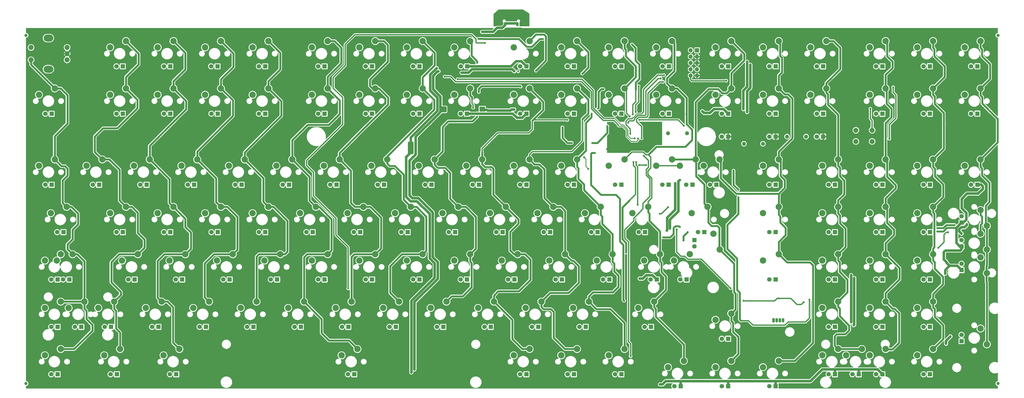
<source format=gbr>
G04 #@! TF.GenerationSoftware,KiCad,Pcbnew,(5.99.0-2195-g476558ece)*
G04 #@! TF.CreationDate,2020-08-03T01:37:10-04:00*
G04 #@! TF.ProjectId,Boston-keyboard-S,426f7374-6f6e-42d6-9b65-79626f617264,rev?*
G04 #@! TF.SameCoordinates,Original*
G04 #@! TF.FileFunction,Copper,L1,Top*
G04 #@! TF.FilePolarity,Positive*
%FSLAX46Y46*%
G04 Gerber Fmt 4.6, Leading zero omitted, Abs format (unit mm)*
G04 Created by KiCad (PCBNEW (5.99.0-2195-g476558ece)) date 2020-08-03 01:37:10*
%MOMM*%
%LPD*%
G01*
G04 APERTURE LIST*
G04 #@! TA.AperFunction,WasherPad*
%ADD10C,1.300000*%
G04 #@! TD*
G04 #@! TA.AperFunction,ComponentPad*
%ADD11C,1.800000*%
G04 #@! TD*
G04 #@! TA.AperFunction,ComponentPad*
%ADD12R,1.800000X1.800000*%
G04 #@! TD*
G04 #@! TA.AperFunction,ComponentPad*
%ADD13C,2.540000*%
G04 #@! TD*
G04 #@! TA.AperFunction,ComponentPad*
%ADD14O,1.100000X2.200000*%
G04 #@! TD*
G04 #@! TA.AperFunction,ComponentPad*
%ADD15O,1.300000X1.900000*%
G04 #@! TD*
G04 #@! TA.AperFunction,ComponentPad*
%ADD16O,1.700000X1.700000*%
G04 #@! TD*
G04 #@! TA.AperFunction,ComponentPad*
%ADD17R,1.700000X1.700000*%
G04 #@! TD*
G04 #@! TA.AperFunction,ComponentPad*
%ADD18O,1.070000X1.800000*%
G04 #@! TD*
G04 #@! TA.AperFunction,ComponentPad*
%ADD19R,1.070000X1.800000*%
G04 #@! TD*
G04 #@! TA.AperFunction,ComponentPad*
%ADD20O,3.900000X2.799999*%
G04 #@! TD*
G04 #@! TA.AperFunction,ComponentPad*
%ADD21C,2.032000*%
G04 #@! TD*
G04 #@! TA.AperFunction,ComponentPad*
%ADD22C,2.000000*%
G04 #@! TD*
G04 #@! TA.AperFunction,ComponentPad*
%ADD23C,1.600000*%
G04 #@! TD*
G04 #@! TA.AperFunction,ComponentPad*
%ADD24O,1.600000X1.600000*%
G04 #@! TD*
G04 #@! TA.AperFunction,ViaPad*
%ADD25C,0.800000*%
G04 #@! TD*
G04 #@! TA.AperFunction,ViaPad*
%ADD26C,0.600000*%
G04 #@! TD*
G04 #@! TA.AperFunction,Conductor*
%ADD27C,0.750000*%
G04 #@! TD*
G04 #@! TA.AperFunction,Conductor*
%ADD28C,0.300000*%
G04 #@! TD*
G04 #@! TA.AperFunction,Conductor*
%ADD29C,1.000000*%
G04 #@! TD*
G04 #@! TA.AperFunction,Conductor*
%ADD30C,0.500000*%
G04 #@! TD*
G04 #@! TA.AperFunction,Conductor*
%ADD31C,0.200000*%
G04 #@! TD*
G04 #@! TA.AperFunction,Conductor*
%ADD32C,0.254000*%
G04 #@! TD*
G04 APERTURE END LIST*
D10*
X381000000Y-85000000D03*
X381000000Y55000000D03*
X-9000000Y-85000000D03*
X-9000000Y55000000D03*
D11*
X255905000Y-5080000D03*
D12*
X258445000Y-5080000D03*
D11*
X246375000Y-5062500D03*
D12*
X248915000Y-5062500D03*
D11*
X265430000Y-5080000D03*
D12*
X267970000Y-5080000D03*
D13*
X224790000Y2540000D03*
X231140000Y5080000D03*
X243840000Y2540000D03*
X250190000Y5080000D03*
X262890000Y2540000D03*
X269240000Y5080000D03*
D14*
X190037000Y60200000D03*
D15*
X190037000Y64400000D03*
X181437000Y64400000D03*
D14*
X181437000Y60200000D03*
D16*
X257710000Y38840000D03*
X260250000Y38840000D03*
X257710000Y41380000D03*
X260250000Y41380000D03*
X257710000Y43920000D03*
X260250000Y43920000D03*
X257710000Y46460000D03*
X260250000Y46460000D03*
X257710000Y49000000D03*
D17*
X260250000Y49000000D03*
D18*
X294799000Y-59600000D03*
X293529000Y-59600000D03*
X292259000Y-59600000D03*
D19*
X290989000Y-59600000D03*
D20*
X0Y53875000D03*
X0Y41375000D03*
D21*
X-7000000Y50125000D03*
X-7000000Y45125000D03*
X7500000Y47625000D03*
X7500000Y45125000D03*
X7500000Y50125000D03*
D13*
X67627500Y-35560000D03*
X73977500Y-33020000D03*
X40640000Y5080000D03*
X34290000Y2540000D03*
X-3810000Y31115000D03*
X2540000Y33655000D03*
X2540000Y5080000D03*
X-3810000Y2540000D03*
X952500Y-16510000D03*
X7302500Y-13970000D03*
X-1428750Y-54610000D03*
X4921250Y-52070000D03*
X4921250Y-71120000D03*
X-1428750Y-73660000D03*
X14446250Y-52070000D03*
X8096250Y-54610000D03*
X31115000Y33655000D03*
X24765000Y31115000D03*
X21590000Y5080000D03*
X15240000Y2540000D03*
X31115000Y-13970000D03*
X24765000Y-16510000D03*
X29527500Y-35560000D03*
X35877500Y-33020000D03*
X26352500Y-52070000D03*
X20002500Y-54610000D03*
X22383750Y-73660000D03*
X28733750Y-71120000D03*
X50165000Y33655000D03*
X43815000Y31115000D03*
X50165000Y-13970000D03*
X43815000Y-16510000D03*
X48577500Y-35560000D03*
X54927500Y-33020000D03*
X39052500Y-54610000D03*
X45402500Y-52070000D03*
X52546250Y-71120000D03*
X46196250Y-73660000D03*
X62865000Y31115000D03*
X69215000Y33655000D03*
X53340000Y2540000D03*
X59690000Y5080000D03*
X62865000Y-16510000D03*
X69215000Y-13970000D03*
X58102500Y-54610000D03*
X64452500Y-52070000D03*
X81915000Y31115000D03*
X88265000Y33655000D03*
X72390000Y2540000D03*
X78740000Y5080000D03*
X81915000Y-16510000D03*
X88265000Y-13970000D03*
X86677500Y-35560000D03*
X93027500Y-33020000D03*
X77152500Y-54610000D03*
X83502500Y-52070000D03*
X105727500Y31115000D03*
X112077500Y33655000D03*
X91440000Y2540000D03*
X97790000Y5080000D03*
X107315000Y-13970000D03*
X100965000Y-16510000D03*
X105727500Y-35560000D03*
X112077500Y-33020000D03*
X102552500Y-52070000D03*
X96202500Y-54610000D03*
X117633750Y-73660000D03*
X123983750Y-71120000D03*
X131127500Y33655000D03*
X124777500Y31115000D03*
X116840000Y5080000D03*
X110490000Y2540000D03*
X126365000Y-13970000D03*
X120015000Y-16510000D03*
X131127500Y-33020000D03*
X124777500Y-35560000D03*
X121602500Y-52070000D03*
X115252500Y-54610000D03*
X143827500Y31115000D03*
X150177500Y33655000D03*
X129540000Y2540000D03*
X135890000Y5080000D03*
X139065000Y-16510000D03*
X145415000Y-13970000D03*
X150177500Y-33020000D03*
X143827500Y-35560000D03*
X134302500Y-54610000D03*
X140652500Y-52070000D03*
X169227500Y33655000D03*
X162877500Y31115000D03*
X154940000Y5080000D03*
X148590000Y2540000D03*
X164465000Y-13970000D03*
X158115000Y-16510000D03*
X169227500Y-33020000D03*
X162877500Y-35560000D03*
X159702500Y-52070000D03*
X153352500Y-54610000D03*
X193040000Y33655000D03*
X186690000Y31115000D03*
X167640000Y2540000D03*
X173990000Y5080000D03*
X177165000Y-16510000D03*
X183515000Y-13970000D03*
X181927500Y-35560000D03*
X188277500Y-33020000D03*
X172402500Y-54610000D03*
X178752500Y-52070000D03*
X186690000Y-73660000D03*
X193040000Y-71120000D03*
X212090000Y33655000D03*
X205740000Y31115000D03*
X186690000Y2540000D03*
X193040000Y5080000D03*
X202565000Y-13970000D03*
X196215000Y-16510000D03*
X200977500Y-35560000D03*
X207327500Y-33020000D03*
X191452500Y-54610000D03*
X197802500Y-52070000D03*
X205740000Y-73660000D03*
X212090000Y-71120000D03*
X231140000Y33655000D03*
X224790000Y31115000D03*
X212090000Y5080000D03*
X205740000Y2540000D03*
X221615000Y-13970000D03*
X215265000Y-16510000D03*
X226377500Y-33020000D03*
X220027500Y-35560000D03*
X210502500Y-54610000D03*
X216852500Y-52070000D03*
X224790000Y-73660000D03*
X231140000Y-71120000D03*
X243840000Y31115000D03*
X250190000Y33655000D03*
X240665000Y-13970000D03*
X234315000Y-16510000D03*
X250983964Y-35560000D03*
X257333964Y-33020000D03*
X236696250Y-54610000D03*
X243046250Y-52070000D03*
X245427500Y-33020000D03*
X239077500Y-35560000D03*
X248602500Y-78422500D03*
X254952500Y-75882500D03*
X259715000Y5080000D03*
X253365000Y2540000D03*
X264477500Y-13970000D03*
X258127500Y-16510000D03*
X274002500Y-56832500D03*
X267652500Y-59372500D03*
X267652500Y-78422500D03*
X274002500Y-75882500D03*
X274002500Y52705000D03*
X267652500Y50165000D03*
X274002500Y33655000D03*
X267652500Y31115000D03*
X293052500Y-75882500D03*
X286702500Y-78422500D03*
X293052500Y52705000D03*
X286702500Y50165000D03*
X293052500Y33655000D03*
X286702500Y31115000D03*
X286702500Y2540000D03*
X293052500Y5080000D03*
X286702500Y-16510000D03*
X293052500Y-13970000D03*
X286702500Y-35560000D03*
X293052500Y-33020000D03*
X312102500Y52705000D03*
X305752500Y50165000D03*
X305752500Y31115000D03*
X312102500Y33655000D03*
X316865000Y5080000D03*
X310515000Y2540000D03*
X316865000Y-13970000D03*
X310515000Y-16510000D03*
X316865000Y-33020000D03*
X310515000Y-35560000D03*
X316865000Y-52070000D03*
X310515000Y-54610000D03*
X320040000Y-73660000D03*
X326390000Y-71120000D03*
X310515000Y-73660000D03*
X316865000Y-71120000D03*
X335915000Y52705000D03*
X329565000Y50165000D03*
X335915000Y33655000D03*
X329565000Y31115000D03*
X335915000Y5080000D03*
X329565000Y2540000D03*
X329565000Y-16510000D03*
X335915000Y-13970000D03*
X329565000Y-35560000D03*
X335915000Y-33020000D03*
X329565000Y-54610000D03*
X335915000Y-52070000D03*
X329565000Y-73660000D03*
X335915000Y-71120000D03*
X348615000Y50165000D03*
X354965000Y52705000D03*
X348615000Y31115000D03*
X354965000Y33655000D03*
X348615000Y2540000D03*
X354965000Y5080000D03*
X348615000Y-16510000D03*
X354965000Y-13970000D03*
X354965000Y-33020000D03*
X348615000Y-35560000D03*
X354965000Y-52070000D03*
X348615000Y-54610000D03*
X354965000Y-71120000D03*
X348615000Y-73660000D03*
X374015000Y52705000D03*
X367665000Y50165000D03*
X374015000Y33655000D03*
X367665000Y31115000D03*
X367665000Y2540000D03*
X374015000Y5080000D03*
D22*
X330500000Y12330000D03*
X330500000Y16830000D03*
X324000000Y12330000D03*
X324000000Y16830000D03*
D13*
X269398750Y-31115000D03*
X266858750Y-24765000D03*
D12*
X272732500Y14287500D03*
D11*
X270192500Y14287500D03*
X289242500Y14287500D03*
D12*
X291782500Y14287500D03*
X310832500Y14287500D03*
D11*
X308292500Y14287500D03*
D13*
X212090000Y52705000D03*
X205740000Y50165000D03*
X224790000Y50165000D03*
X231140000Y52705000D03*
X250190000Y52705000D03*
X243840000Y50165000D03*
X374015000Y-15240000D03*
X376555000Y-21590000D03*
X376555000Y-40640000D03*
X374015000Y-34290000D03*
X-1428750Y-35560000D03*
X4921250Y-33020000D03*
X3333750Y-35560000D03*
X9683750Y-33020000D03*
X24765000Y50165000D03*
X31115000Y52705000D03*
X50165000Y52705000D03*
X43815000Y50165000D03*
X69215000Y52705000D03*
X62865000Y50165000D03*
X81915000Y50165000D03*
X88265000Y52705000D03*
X112077590Y52705000D03*
X105727590Y50165000D03*
X124777606Y50165000D03*
X131127606Y52705000D03*
X150177500Y52705000D03*
X143827500Y50165000D03*
X162877500Y50165000D03*
X169227500Y52705000D03*
X193040160Y52705000D03*
X186690160Y50165000D03*
D12*
X1270000Y23469600D03*
D11*
X-1270000Y23469600D03*
D12*
X1270000Y-5080000D03*
D11*
X-1270000Y-5080000D03*
X3492500Y-24130000D03*
D12*
X6032500Y-24130000D03*
D11*
X1111250Y-43180000D03*
D12*
X3651250Y-43180000D03*
D11*
X1111250Y-62230000D03*
D12*
X3651250Y-62230000D03*
D11*
X1111250Y-81280000D03*
D12*
X3651250Y-81280000D03*
D11*
X27305000Y42545000D03*
D12*
X29845000Y42545000D03*
X29845000Y23495000D03*
D11*
X27305000Y23495000D03*
X17780000Y-5080000D03*
D12*
X20320000Y-5080000D03*
X29845000Y-24130000D03*
D11*
X27305000Y-24130000D03*
X32067500Y-43180000D03*
D12*
X34607500Y-43180000D03*
D11*
X22542500Y-62230000D03*
D12*
X25082500Y-62230000D03*
X27463750Y-81280000D03*
D11*
X24923750Y-81280000D03*
X46355000Y42545000D03*
D12*
X48895000Y42545000D03*
D11*
X46355000Y23495000D03*
D12*
X48895000Y23495000D03*
X39370000Y-5080000D03*
D11*
X36830000Y-5080000D03*
D12*
X48895000Y-24130000D03*
D11*
X46355000Y-24130000D03*
X51117500Y-43180000D03*
D12*
X53657500Y-43180000D03*
D11*
X41592500Y-62230000D03*
D12*
X44132500Y-62230000D03*
X51276250Y-81280000D03*
D11*
X48736250Y-81280000D03*
X65278000Y42545000D03*
D12*
X67818000Y42545000D03*
D11*
X65405000Y23495000D03*
D12*
X67945000Y23495000D03*
D11*
X55880000Y-5080000D03*
D12*
X58420000Y-5080000D03*
X67945000Y-24130000D03*
D11*
X65405000Y-24130000D03*
X70167500Y-43180000D03*
D12*
X72707500Y-43180000D03*
X63182500Y-62230000D03*
D11*
X60642500Y-62230000D03*
D12*
X86995000Y42545000D03*
D11*
X84455000Y42545000D03*
D12*
X86995000Y23495000D03*
D11*
X84455000Y23495000D03*
D12*
X77470000Y-5080000D03*
D11*
X74930000Y-5080000D03*
X84455000Y-24130000D03*
D12*
X86995000Y-24130000D03*
D11*
X89217500Y-43180000D03*
D12*
X91757500Y-43180000D03*
X82232500Y-62230000D03*
D11*
X79692500Y-62230000D03*
X108267500Y42545000D03*
D12*
X110807500Y42545000D03*
D11*
X108267500Y23495000D03*
D12*
X110807500Y23495000D03*
D11*
X93980000Y-5080000D03*
D12*
X96520000Y-5080000D03*
X106045000Y-24130000D03*
D11*
X103505000Y-24130000D03*
D12*
X110807500Y-43180000D03*
D11*
X108267500Y-43180000D03*
D12*
X101282500Y-62230000D03*
D11*
X98742500Y-62230000D03*
D12*
X122713750Y-81280000D03*
D11*
X120173750Y-81280000D03*
X127317500Y42545000D03*
D12*
X129857500Y42545000D03*
X129857500Y23495000D03*
D11*
X127317500Y23495000D03*
D12*
X115570000Y-5080000D03*
D11*
X113030000Y-5080000D03*
X122555000Y-24130000D03*
D12*
X125095000Y-24130000D03*
X129857500Y-43180000D03*
D11*
X127317500Y-43180000D03*
X117792500Y-62230000D03*
D12*
X120332500Y-62230000D03*
X148907500Y42545000D03*
D11*
X146367500Y42545000D03*
D12*
X148907500Y23495000D03*
D11*
X146367500Y23495000D03*
D12*
X134620000Y-5080000D03*
D11*
X132080000Y-5080000D03*
X141605000Y-24130000D03*
D12*
X144145000Y-24130000D03*
D11*
X146367500Y-43180000D03*
D12*
X148907500Y-43180000D03*
X139382500Y-62230000D03*
D11*
X136842500Y-62230000D03*
X165455600Y42545000D03*
D12*
X167995600Y42545000D03*
D11*
X165417500Y23495000D03*
D12*
X167957500Y23495000D03*
D11*
X151130000Y-5080000D03*
D12*
X153670000Y-5080000D03*
D11*
X160655000Y-24130000D03*
D12*
X163195000Y-24130000D03*
X167957500Y-43180000D03*
D11*
X165417500Y-43180000D03*
X155892500Y-62230000D03*
D12*
X158432500Y-62230000D03*
D11*
X189230000Y42545000D03*
D12*
X191770000Y42545000D03*
X191770000Y23495000D03*
D11*
X189230000Y23495000D03*
D12*
X172720000Y-5080000D03*
D11*
X170180000Y-5080000D03*
D12*
X182245000Y-24130000D03*
D11*
X179705000Y-24130000D03*
D12*
X187007500Y-43180000D03*
D11*
X184467500Y-43180000D03*
D12*
X177482500Y-62230000D03*
D11*
X174942500Y-62230000D03*
X189230000Y-81280000D03*
D12*
X191770000Y-81280000D03*
D11*
X208280000Y42545000D03*
D12*
X210820000Y42545000D03*
X210820000Y23495000D03*
D11*
X208280000Y23495000D03*
D12*
X191770000Y-5080000D03*
D11*
X189230000Y-5080000D03*
D12*
X201295000Y-24130000D03*
D11*
X198755000Y-24130000D03*
X203517500Y-43180000D03*
D12*
X206057500Y-43180000D03*
X196532500Y-62230000D03*
D11*
X193992500Y-62230000D03*
D12*
X210820000Y-81280000D03*
D11*
X208280000Y-81280000D03*
X227330000Y42545000D03*
D12*
X229870000Y42545000D03*
D11*
X227330000Y23495000D03*
D12*
X229870000Y23495000D03*
X210820000Y-5080000D03*
D11*
X208280000Y-5080000D03*
X217805000Y-24130000D03*
D12*
X220345000Y-24130000D03*
D11*
X222567500Y-43180000D03*
D12*
X225107500Y-43180000D03*
X215582500Y-62230000D03*
D11*
X213042500Y-62230000D03*
X227330000Y-81280000D03*
D12*
X229870000Y-81280000D03*
D11*
X246380000Y42545000D03*
D12*
X248920000Y42545000D03*
X248920000Y23500000D03*
D11*
X246380000Y23500000D03*
D12*
X229870000Y-5080000D03*
D11*
X227330000Y-5080000D03*
X236855000Y-24130000D03*
D12*
X239395000Y-24130000D03*
D11*
X241617500Y-43180000D03*
D12*
X244157500Y-43180000D03*
D11*
X239236250Y-62230000D03*
D12*
X241776250Y-62230000D03*
D11*
X251142500Y-86042500D03*
D12*
X253682500Y-86042500D03*
D11*
X270205200Y42545000D03*
D12*
X272745200Y42545000D03*
X272732500Y23500000D03*
D11*
X270192500Y23500000D03*
D12*
X263207500Y-24130000D03*
D11*
X260667500Y-24130000D03*
X253523750Y-43180000D03*
D12*
X256063750Y-43180000D03*
D11*
X270192500Y-66992500D03*
D12*
X272732500Y-66992500D03*
D11*
X270192500Y-86042500D03*
D12*
X272732500Y-86042500D03*
D11*
X289242500Y42570400D03*
D12*
X291782500Y42570400D03*
X291800000Y23500000D03*
D11*
X289260000Y23500000D03*
D12*
X291782500Y-5080000D03*
D11*
X289242500Y-5080000D03*
X289242500Y-24130000D03*
D12*
X291782500Y-24130000D03*
D11*
X289242500Y-43180000D03*
D12*
X291782500Y-43180000D03*
X291782500Y-86042500D03*
D11*
X289242500Y-86042500D03*
X308292500Y42519600D03*
D12*
X310832500Y42519600D03*
X310832500Y23500000D03*
D11*
X308292500Y23500000D03*
X313055000Y-5080000D03*
D12*
X315595000Y-5080000D03*
D11*
X313055000Y-24130000D03*
D12*
X315595000Y-24130000D03*
X315595000Y-43180000D03*
D11*
X313055000Y-43180000D03*
D12*
X315595000Y-62230000D03*
D11*
X313055000Y-62230000D03*
D12*
X325120000Y-81280000D03*
D11*
X322580000Y-81280000D03*
X332105000Y42519600D03*
D12*
X334645000Y42519600D03*
X334645000Y23469600D03*
D11*
X332105000Y23469600D03*
D12*
X334645000Y-5080000D03*
D11*
X332105000Y-5080000D03*
X332105000Y-24130000D03*
D12*
X334645000Y-24130000D03*
X334645000Y-43180000D03*
D11*
X332105000Y-43180000D03*
D12*
X334645000Y-62230000D03*
D11*
X332105000Y-62230000D03*
X332105000Y-81280000D03*
D12*
X334645000Y-81280000D03*
D11*
X351155000Y42570400D03*
D12*
X353695000Y42570400D03*
D11*
X351155000Y23469600D03*
D12*
X353695000Y23469600D03*
X353695000Y-5080000D03*
D11*
X351155000Y-5080000D03*
X351155000Y-24130000D03*
D12*
X353695000Y-24130000D03*
X353695000Y-43180000D03*
D11*
X351155000Y-43180000D03*
X351155000Y-62230000D03*
D12*
X353695000Y-62230000D03*
X353695000Y-81280000D03*
D11*
X351155000Y-81280000D03*
D12*
X372745000Y42570400D03*
D11*
X370205000Y42570400D03*
X370205000Y23520400D03*
D12*
X372745000Y23520400D03*
X372745000Y-5080000D03*
D11*
X370205000Y-5080000D03*
D12*
X366395000Y-39370000D03*
D11*
X366395000Y-36830000D03*
X366395000Y-27305000D03*
D12*
X366395000Y-29845000D03*
X366395000Y-67945000D03*
D11*
X366395000Y-65405000D03*
D12*
X8413750Y-43180000D03*
D11*
X5873750Y-43180000D03*
D12*
X315595000Y-81280000D03*
D11*
X313055000Y-81280000D03*
D12*
X366395000Y-20320000D03*
D11*
X366395000Y-17780000D03*
X10636250Y-62230000D03*
D12*
X13176250Y-62230000D03*
D11*
X259238750Y-29845000D03*
D12*
X259238750Y-27305000D03*
D13*
X374015000Y-24765000D03*
X376555000Y-31115000D03*
D23*
X304000000Y14300000D03*
D24*
X296380000Y14300000D03*
X279080000Y11400000D03*
D23*
X286700000Y11400000D03*
X256220000Y15600000D03*
D24*
X248600000Y15600000D03*
D13*
X374015000Y-62865000D03*
X376555000Y-69215000D03*
D25*
X323319990Y-42580010D03*
X323124990Y-61555010D03*
X322075000Y-60375000D03*
X322100000Y-41400000D03*
X363590000Y-21260000D03*
X356620000Y-22450000D03*
X356620000Y-23810000D03*
X248071260Y-23491260D03*
X251520000Y-4420000D03*
X253325000Y-3150000D03*
X249425000Y-22625000D03*
X256467500Y-24130000D03*
X254800625Y-27499375D03*
X246670000Y-26200000D03*
X237200000Y-42810000D03*
X368480000Y-20940000D03*
X366430000Y-24760000D03*
X357080000Y-30440000D03*
X361000000Y-24150000D03*
X359850000Y-40860000D03*
X280341260Y24133740D03*
X281633740Y43183740D03*
X278863750Y25313750D03*
X280338750Y44363750D03*
X329803125Y25479375D03*
X262337500Y24512500D03*
X263037500Y23812500D03*
X236811250Y34511250D03*
X235650000Y24200000D03*
X234500000Y23250000D03*
X233200000Y22400000D03*
X361925000Y-66050000D03*
X360150000Y-69000000D03*
X305350000Y-51250000D03*
X175100000Y51975000D03*
X278950000Y-51730000D03*
X120300000Y-46740000D03*
X293050000Y-50750000D03*
X303030000Y-52260000D03*
X245350000Y-85350000D03*
X246410000Y-85350000D03*
X205680000Y11820000D03*
X16390000Y35680000D03*
X19050000Y17670000D03*
X214910000Y5990000D03*
X216590000Y1330000D03*
X178355625Y28098750D03*
X177403125Y27146250D03*
X178355625Y27146250D03*
X179308125Y27146250D03*
X149050000Y8690000D03*
X149066250Y10120000D03*
X149060000Y11370000D03*
X150800000Y8900000D03*
X150780000Y11410000D03*
X150800000Y10160000D03*
X159140000Y25313750D03*
X158187500Y25313750D03*
X146829395Y-79388750D03*
X145576885Y-80568760D03*
X154781250Y-42624375D03*
X156282500Y-41361250D03*
X146850625Y-60411250D03*
X145649385Y-61591260D03*
X154200000Y-22300000D03*
X153000000Y-23500000D03*
X144900000Y-3200000D03*
X143555010Y-4444990D03*
X145430000Y10160000D03*
X145410000Y8890000D03*
X157313750Y25313750D03*
X156535000Y40535000D03*
X155690010Y41790010D03*
X155050000Y23550000D03*
X159000000Y38400000D03*
X145410000Y11460000D03*
X145440000Y7610000D03*
X337425000Y13425000D03*
X338950000Y34100000D03*
X271975000Y36750000D03*
X189450000Y34400000D03*
X220500000Y25600000D03*
X222680000Y33380000D03*
X186900000Y25205000D03*
X174600000Y25000000D03*
X174600000Y25955625D03*
X173400000Y25955625D03*
X173406250Y25006250D03*
X30980625Y20979375D03*
X50671875Y20668125D03*
X170430000Y25900000D03*
X115175000Y21675000D03*
X128095000Y18995000D03*
X149535000Y19935000D03*
X188500000Y40550000D03*
X186925000Y40550000D03*
X165775000Y39975000D03*
X166725000Y39975000D03*
X164220000Y37370000D03*
X273710000Y-46680000D03*
X252060000Y-23020000D03*
X253340901Y-22089099D03*
X245300000Y-16700000D03*
X248643750Y-14066250D03*
X239857500Y2857500D03*
X237057500Y2857500D03*
X195600000Y40800000D03*
X172030000Y43950000D03*
X214210000Y39610000D03*
X217970000Y23490000D03*
X235280000Y13570000D03*
X236610000Y13510000D03*
X277900000Y-59700000D03*
X224150000Y9250000D03*
X225050000Y9250000D03*
X226000000Y9250000D03*
X208200000Y21000000D03*
X216600000Y23600000D03*
X243162500Y14087500D03*
X242430000Y19685000D03*
X229130000Y9820000D03*
X227237500Y18500000D03*
X224250000Y18500000D03*
X218250000Y11750000D03*
X210000000Y11750000D03*
X210000000Y10500000D03*
X206250000Y18000000D03*
X204500000Y19500000D03*
X233600000Y-74000000D03*
X234700000Y4000000D03*
X235800000Y4000000D03*
X247000000Y39000000D03*
X245700000Y37600000D03*
X246600000Y36300000D03*
X255000000Y18700000D03*
X237100000Y21000000D03*
X232660000Y19860000D03*
X233460000Y15410000D03*
X238000000Y13600000D03*
X180375000Y56125000D03*
X179625000Y55375000D03*
X172500000Y53600000D03*
X189725000Y56625000D03*
X189725000Y57625000D03*
X172700000Y32200000D03*
X176200000Y56400000D03*
X175100000Y56400000D03*
X174000000Y56400000D03*
X359300000Y19500000D03*
X335915000Y19715000D03*
X316865000Y20635000D03*
X298500000Y18500000D03*
X259710000Y22610000D03*
X256025000Y23325000D03*
X234140000Y51340000D03*
X219200000Y7750000D03*
X238890000Y6570000D03*
X230990000Y-51690000D03*
X231800000Y-32300000D03*
X236413750Y-13113750D03*
X276800000Y-10100000D03*
X276800000Y-7100000D03*
X274900000Y600000D03*
X7620000Y19526250D03*
X74000000Y22600000D03*
X93400000Y22600000D03*
X171975000Y22275000D03*
D26*
X198450000Y53550000D03*
X188200000Y59100000D03*
X188200000Y59800000D03*
X183300000Y59100000D03*
X183300000Y59800000D03*
D27*
X259900000Y-1600000D02*
X259900000Y-1670000D01*
X259900000Y-1670000D02*
X263160000Y-4930000D01*
X263160000Y-12652500D02*
X264477500Y-13970000D01*
X263160000Y-4930000D02*
X263160000Y-12652500D01*
D28*
X234520000Y21920000D02*
X234740000Y21920000D01*
X234740000Y21920000D02*
X235680000Y22860000D01*
X235680000Y22860000D02*
X235680000Y23140000D01*
X235680000Y23140000D02*
X235930000Y23390000D01*
X234520000Y21920000D02*
X234520000Y21980000D01*
X235930000Y23390000D02*
X237940000Y23390000D01*
X237940000Y23390000D02*
X238150000Y23600000D01*
D29*
X360340000Y-36160000D02*
X360340000Y-36460000D01*
X360340000Y-36460000D02*
X361560000Y-37680000D01*
X366395000Y-30975000D02*
X365850000Y-31520000D01*
X366395000Y-29845000D02*
X366395000Y-30975000D01*
X359320000Y-35140000D02*
X360340000Y-36160000D01*
X359970000Y-31520000D02*
X359320000Y-32170000D01*
X365850000Y-31520000D02*
X359970000Y-31520000D01*
X359320000Y-32170000D02*
X359320000Y-35140000D01*
X323319990Y-42580010D02*
X323319990Y-61360010D01*
X323319990Y-61360010D02*
X323124990Y-61555010D01*
X322100000Y-41400000D02*
X322100000Y-60350000D01*
D27*
X322100000Y-60350000D02*
X322075000Y-60375000D01*
X360270000Y-21260000D02*
X363590000Y-21260000D01*
X356620000Y-22450000D02*
X359080000Y-22450000D01*
X359080000Y-22450000D02*
X360270000Y-21260000D01*
X356620000Y-23810000D02*
X359090000Y-23810000D01*
X359090000Y-23810000D02*
X360505000Y-22395000D01*
X360505000Y-22395000D02*
X364320000Y-22395000D01*
X355500000Y-21100000D02*
X355500000Y-30200000D01*
X355500000Y-30200000D02*
X354965000Y-30735000D01*
D29*
X248244990Y-23317530D02*
X248071260Y-23491260D01*
X251520000Y-4420000D02*
X251520000Y-15100000D01*
X248244990Y-18375010D02*
X248244990Y-23317530D01*
X251520000Y-15100000D02*
X248244990Y-18375010D01*
X249425000Y-22625000D02*
X249425000Y-19135000D01*
X249425000Y-19135000D02*
X252780000Y-15780000D01*
X252780000Y-15780000D02*
X252780000Y-3695000D01*
X252780000Y-3695000D02*
X253325000Y-3150000D01*
D27*
X246670000Y-26200000D02*
X249500000Y-26200000D01*
X252940902Y-21689100D02*
X253340901Y-22089099D01*
X250860000Y-24840000D02*
X250860000Y-22430000D01*
X249500000Y-26200000D02*
X250860000Y-24840000D01*
X250860000Y-22430000D02*
X251600900Y-21689100D01*
X251600900Y-21689100D02*
X252940902Y-21689100D01*
X254800625Y-27499375D02*
X254800625Y-25796875D01*
X254800625Y-25796875D02*
X256467500Y-24130000D01*
D30*
X252060000Y-24630000D02*
X252060000Y-23020000D01*
X254690000Y-33810000D02*
X253750000Y-33810000D01*
X252060000Y-32120000D02*
X252060000Y-24630000D01*
X253750000Y-33810000D02*
X252060000Y-32120000D01*
D29*
X237200000Y-42810000D02*
X238480000Y-42810000D01*
X242397500Y-41420000D02*
X244157500Y-43180000D01*
X238480000Y-42810000D02*
X239870000Y-41420000D01*
X239870000Y-41420000D02*
X242397500Y-41420000D01*
X365500010Y-22949990D02*
X366280000Y-22170000D01*
X365500010Y-23830010D02*
X365500010Y-22949990D01*
X366280000Y-22170000D02*
X367569002Y-22170000D01*
X367569002Y-22170000D02*
X368480000Y-21259002D01*
X368480000Y-21259002D02*
X368480000Y-20940000D01*
X366430000Y-24760000D02*
X365500010Y-23830010D01*
X366395000Y-29845000D02*
X365665000Y-29845000D01*
X364320000Y-22395000D02*
X366395000Y-20320000D01*
X365665000Y-29845000D02*
X364320000Y-28500000D01*
X364320000Y-28500000D02*
X364320000Y-22395000D01*
X368330000Y-19090000D02*
X368330000Y-16410000D01*
X373030000Y-8630000D02*
X374960000Y-6700000D01*
X367100000Y-20320000D02*
X368330000Y-19090000D01*
X368610000Y-8630000D02*
X373030000Y-8630000D01*
X374330000Y-5080000D02*
X372745000Y-5080000D01*
X374960000Y-6700000D02*
X374960000Y-5710000D01*
X368330000Y-16410000D02*
X366450000Y-14530000D01*
X366395000Y-20320000D02*
X367100000Y-20320000D01*
X366450000Y-10790000D02*
X368610000Y-8630000D01*
X366450000Y-14530000D02*
X366450000Y-10790000D01*
X374960000Y-5710000D02*
X374330000Y-5080000D01*
D30*
X357080000Y-30440000D02*
X359400000Y-28120000D01*
X359400000Y-25090000D02*
X360340000Y-24150000D01*
X359400000Y-28120000D02*
X359400000Y-25090000D01*
X360340000Y-24150000D02*
X361000000Y-24150000D01*
D29*
X364705000Y-37680000D02*
X366395000Y-39370000D01*
X359850000Y-40860000D02*
X359850000Y-39390000D01*
X359850000Y-39390000D02*
X361560000Y-37680000D01*
X361560000Y-37680000D02*
X364705000Y-37680000D01*
X280341260Y32572500D02*
X280341260Y24133740D01*
X281633740Y33864980D02*
X280341260Y32572500D01*
X281633740Y39064980D02*
X281633740Y33864980D01*
X281633740Y43183740D02*
X281633740Y39064980D01*
X278863750Y32838750D02*
X278863750Y25313750D01*
X280338750Y44363750D02*
X280338750Y34313750D01*
X280338750Y34313750D02*
X278863750Y32838750D01*
D30*
X330500000Y16830000D02*
X330500000Y20750000D01*
X330500000Y20750000D02*
X329803125Y21446875D01*
X329803125Y21446875D02*
X329803125Y25479375D01*
D29*
X262337500Y24512500D02*
X263037500Y23812500D01*
X263037500Y23812500D02*
X265512500Y23812500D01*
X265512500Y23812500D02*
X267050000Y25350000D01*
X267050000Y25350000D02*
X270882500Y25350000D01*
X270882500Y25350000D02*
X272732500Y23500000D01*
X272732500Y23500000D02*
X272732500Y23282500D01*
D30*
X235650000Y24200000D02*
X235650000Y25370000D01*
X235650000Y25370000D02*
X235700000Y25420000D01*
X234500000Y23250000D02*
X234500000Y24300000D01*
X233200000Y22400000D02*
X231900000Y23700000D01*
X234520000Y21770000D02*
X234520000Y21920000D01*
X238150000Y23600000D02*
X238800000Y24250000D01*
X238800000Y24250000D02*
X238800000Y27170000D01*
X239700000Y23050000D02*
X239450000Y22800000D01*
X239700000Y26810000D02*
X239700000Y23050000D01*
X239450000Y22800000D02*
X236450000Y22800000D01*
X236450000Y22800000D02*
X235260000Y21610000D01*
X235260000Y21610000D02*
X235260000Y21160000D01*
X236000000Y21250000D02*
X236800000Y22050000D01*
X236800000Y22050000D02*
X240100000Y22050000D01*
X240100000Y22050000D02*
X240600000Y22550000D01*
X240600000Y22550000D02*
X240600000Y26600000D01*
X236000000Y20300000D02*
X236000000Y21250000D01*
X236811250Y34511250D02*
X236811250Y28261250D01*
X236811250Y28261250D02*
X235700000Y27150000D01*
X235700000Y27150000D02*
X235700000Y25420000D01*
X235700000Y25420000D02*
X235710000Y25410000D01*
X234500000Y27150000D02*
X234500000Y24300000D01*
X235680000Y33110000D02*
X235680000Y28330000D01*
X235680000Y28330000D02*
X234500000Y27150000D01*
X231900000Y23700000D02*
X231900000Y32895000D01*
X231900000Y32895000D02*
X231140000Y33655000D01*
D29*
X360150000Y-67825000D02*
X361925000Y-66050000D01*
X360150000Y-69000000D02*
X360150000Y-67825000D01*
X325540000Y-79310000D02*
X332675000Y-79310000D01*
X332675000Y-79310000D02*
X334645000Y-81280000D01*
X316040000Y-79310000D02*
X325540000Y-79310000D01*
X325120000Y-81280000D02*
X325120000Y-79730000D01*
X310490000Y-79310000D02*
X316040000Y-79310000D01*
X315595000Y-81280000D02*
X315595000Y-79755000D01*
X315595000Y-79755000D02*
X316040000Y-79310000D01*
D30*
X280850000Y-59700000D02*
X282700000Y-61550000D01*
X296850000Y-60250000D02*
X303850000Y-60250000D01*
X303850000Y-60250000D02*
X305350000Y-58750000D01*
X305350000Y-58750000D02*
X305350000Y-51250000D01*
X277900000Y-59700000D02*
X280850000Y-59700000D01*
X282700000Y-61550000D02*
X295550000Y-61550000D01*
X295550000Y-61550000D02*
X296850000Y-60250000D01*
X114280000Y38080000D02*
X119060000Y42860000D01*
X103570000Y2700000D02*
X103570000Y4700000D01*
X119060000Y51340000D02*
X122980000Y55260000D01*
X106370000Y-100000D02*
X103570000Y2700000D01*
X118050000Y30000000D02*
X114280000Y33770000D01*
X169820000Y55260000D02*
X171610000Y53470000D01*
X114280000Y33770000D02*
X114280000Y38080000D01*
X118050000Y19180000D02*
X118050000Y30000000D01*
X171610000Y53470000D02*
X171610000Y52160000D01*
X122980000Y55260000D02*
X169820000Y55260000D01*
X119060000Y42860000D02*
X119060000Y51340000D01*
X103570000Y4700000D02*
X118050000Y19180000D01*
X106370000Y-500000D02*
X106370000Y-100000D01*
X171610000Y52160000D02*
X171795000Y51975000D01*
X171795000Y51975000D02*
X175100000Y51975000D01*
X120300000Y-30210000D02*
X115350000Y-25260000D01*
X115350000Y-18570000D02*
X106370000Y-9590000D01*
X293050000Y-50750000D02*
X292420000Y-50750000D01*
X115350000Y-25260000D02*
X115350000Y-18570000D01*
X292420000Y-50750000D02*
X291350000Y-51820000D01*
X291350000Y-51820000D02*
X279040000Y-51820000D01*
X120300000Y-46740000D02*
X120300000Y-30210000D01*
X106370000Y-9590000D02*
X106370000Y-500000D01*
X279040000Y-51820000D02*
X278950000Y-51730000D01*
X293050000Y-50750000D02*
X297870000Y-50750000D01*
X300350000Y-53230000D02*
X302060000Y-53230000D01*
X297870000Y-50750000D02*
X300350000Y-53230000D01*
X302060000Y-53230000D02*
X303030000Y-52260000D01*
D29*
X305770000Y-84030000D02*
X310490000Y-79310000D01*
X294060000Y-84030000D02*
X305770000Y-84030000D01*
X253360000Y-84030000D02*
X273000000Y-84030000D01*
X247730000Y-84030000D02*
X253360000Y-84030000D01*
X253682500Y-84352500D02*
X253360000Y-84030000D01*
X253682500Y-86042500D02*
X253682500Y-84352500D01*
X273000000Y-84030000D02*
X292180000Y-84030000D01*
X272732500Y-86042500D02*
X272732500Y-84297500D01*
X272732500Y-84297500D02*
X273000000Y-84030000D01*
X292180000Y-84030000D02*
X294060000Y-84030000D01*
X291782500Y-86042500D02*
X291782500Y-84427500D01*
X291782500Y-84427500D02*
X292180000Y-84030000D01*
X246410000Y-85350000D02*
X247730000Y-84030000D01*
X245350000Y-85350000D02*
X246410000Y-85350000D01*
D27*
X204500000Y13000000D02*
X205680000Y11820000D01*
X205680000Y11820000D02*
X207000000Y10500000D01*
D30*
X16390000Y35680000D02*
X16390000Y20330000D01*
X16390000Y20330000D02*
X19050000Y17670000D01*
D28*
X215650000Y5250000D02*
X214910000Y5990000D01*
X215650000Y2270000D02*
X215650000Y5250000D01*
X216590000Y1330000D02*
X215650000Y2270000D01*
D30*
X7500000Y47625000D02*
X5605000Y47625000D01*
X170430000Y25900000D02*
X170430000Y27140000D01*
X170430000Y27140000D02*
X169960000Y27610000D01*
X169960000Y27610000D02*
X169960000Y29300000D01*
D29*
X171450000Y24765000D02*
X169783125Y24765000D01*
X172640625Y27146250D02*
X171926250Y26431875D01*
X171926250Y25241250D02*
X171450000Y24765000D01*
X169783125Y24765000D02*
X169545000Y24765000D01*
X171926250Y26431875D02*
X171926250Y25241250D01*
X169545000Y24765000D02*
X168830625Y25479375D01*
X168830625Y25479375D02*
X168116250Y25479375D01*
X177403125Y27146250D02*
X178355625Y27146250D01*
X178355625Y27146250D02*
X179308125Y27146250D01*
X172640625Y27146250D02*
X177403125Y27146250D01*
X162401250Y25479375D02*
X168116250Y25479375D01*
X158115000Y23098125D02*
X160020000Y23098125D01*
X149066250Y9048750D02*
X149066250Y14049375D01*
X160020000Y23098125D02*
X162401250Y25479375D01*
X149066250Y14049375D02*
X158115000Y23098125D01*
X146850625Y-79367520D02*
X146829395Y-79388750D01*
X146850625Y-60411250D02*
X146850625Y-79367520D01*
X145649385Y-61591260D02*
X145649385Y-80496260D01*
X145649385Y-80496260D02*
X145576885Y-80568760D01*
X154781250Y-42624375D02*
X145649385Y-51756240D01*
X156210000Y-42864411D02*
X146850625Y-52223786D01*
X154200000Y-25900000D02*
X154200000Y-34183089D01*
X156210000Y-36193089D02*
X156210000Y-42864411D01*
X146850625Y-52223786D02*
X146850625Y-60411250D01*
X154200000Y-34183089D02*
X156210000Y-36193089D01*
X155019375Y-36671250D02*
X155019375Y-42386250D01*
X153000000Y-25600000D02*
X153000000Y-34651875D01*
X153000000Y-34651875D02*
X155019375Y-36671250D01*
X155019375Y-42386250D02*
X154781250Y-42624375D01*
X145649385Y-51756240D02*
X145649385Y-61591260D01*
D27*
X169227500Y-35927500D02*
X169800000Y-36500000D01*
X166200000Y-49900000D02*
X161872500Y-49900000D01*
X169800000Y-36500000D02*
X169800000Y-46300000D01*
X169800000Y-46300000D02*
X166200000Y-49900000D01*
X169227500Y-33020000D02*
X169227500Y-35927500D01*
X161872500Y-49900000D02*
X159702500Y-52070000D01*
D29*
X154200000Y-22300000D02*
X154200000Y-25900000D01*
X153000000Y-23500000D02*
X153000000Y-25600000D01*
X144900000Y-9400000D02*
X146000000Y-10500000D01*
X148500000Y-10500000D02*
X154200000Y-16200000D01*
X144900000Y-5500000D02*
X144900000Y-9400000D01*
X146000000Y-10500000D02*
X148500000Y-10500000D01*
X154200000Y-16200000D02*
X154200000Y-22300000D01*
X143555010Y-5000000D02*
X143555010Y-9955010D01*
X147900000Y-11700000D02*
X153000000Y-16800000D01*
X145300000Y-11700000D02*
X147900000Y-11700000D01*
X153000000Y-16800000D02*
X153000000Y-23500000D01*
X143555010Y-9955010D02*
X145300000Y-11700000D01*
X144900000Y-3200000D02*
X144900000Y-5500000D01*
X143555010Y-4444990D02*
X143555010Y-5000000D01*
X147400000Y7400000D02*
X147400000Y7100000D01*
X147400000Y7100000D02*
X144900000Y4600000D01*
X144900000Y4600000D02*
X144900000Y-3200000D01*
X145400000Y7900000D02*
X143500000Y6000000D01*
X143500000Y6000000D02*
X143555010Y5944990D01*
X143555010Y-563001D02*
X143555010Y-4444990D01*
X143555010Y5944990D02*
X143555010Y-563001D01*
X157300000Y24700000D02*
X157300000Y24131214D01*
X156230009Y23061223D02*
X147400000Y14231214D01*
X157300000Y24131214D02*
X156230009Y23061223D01*
X147400000Y14231214D02*
X147400000Y13900000D01*
X157300000Y30368786D02*
X157300000Y29900000D01*
X154380010Y33419990D02*
X154380010Y33288776D01*
X154380010Y33288776D02*
X157300000Y30368786D01*
X157300000Y29900000D02*
X157300000Y24700000D01*
X156535000Y40535000D02*
X156203786Y40535000D01*
X156203786Y40535000D02*
X154380010Y38711224D01*
X154380010Y38711224D02*
X154380010Y33419990D01*
X147400000Y13900000D02*
X147400000Y7400000D01*
X156100000Y29900000D02*
X153200000Y32800000D01*
X153200000Y32800000D02*
X153200000Y39200000D01*
X156100000Y24600000D02*
X156100000Y29900000D01*
X153200000Y39200000D02*
X155800000Y41800000D01*
X155050000Y23550000D02*
X156100000Y24600000D01*
X145400000Y13900000D02*
X155050000Y23550000D01*
X145400000Y11700000D02*
X145400000Y13900000D01*
D30*
X163440000Y36360000D02*
X161400000Y38400000D01*
X213930000Y36360000D02*
X163440000Y36360000D01*
X161400000Y38400000D02*
X159000000Y38400000D01*
D27*
X158160000Y8300000D02*
X158160000Y18160000D01*
X158160000Y18160000D02*
X160400000Y20400000D01*
X160400000Y20400000D02*
X170100000Y20400000D01*
X170100000Y20400000D02*
X171975000Y22275000D01*
D30*
X340100000Y30900000D02*
X340100000Y21750000D01*
X340100000Y21750000D02*
X337425000Y19075000D01*
X337425000Y19075000D02*
X337425000Y13425000D01*
X338950000Y32050000D02*
X340100000Y30900000D01*
X338950000Y34100000D02*
X338950000Y32050000D01*
X271950000Y36725000D02*
X271975000Y36750000D01*
X257710000Y38840000D02*
X257710000Y37165000D01*
X258150000Y36725000D02*
X271950000Y36725000D01*
X257710000Y37165000D02*
X258150000Y36725000D01*
D27*
X189250000Y34600000D02*
X189450000Y34400000D01*
X184600000Y34600000D02*
X189250000Y34600000D01*
X183725000Y34600000D02*
X184600000Y34600000D01*
X182315000Y34600000D02*
X183725000Y34600000D01*
X221880000Y33380000D02*
X220800000Y32300000D01*
X222680000Y33380000D02*
X221880000Y33380000D01*
X220800000Y25900000D02*
X220500000Y25600000D01*
X220800000Y32300000D02*
X220800000Y25900000D01*
D30*
X217920000Y25500000D02*
X217920000Y32370000D01*
D29*
X185805000Y25205000D02*
X186900000Y25205000D01*
X185400000Y24800000D02*
X185805000Y25205000D01*
X176200000Y24800000D02*
X185400000Y24800000D01*
X174600000Y25000000D02*
X176000000Y25000000D01*
X176000000Y25000000D02*
X176200000Y24800000D01*
X167957500Y23495000D02*
X186345000Y23495000D01*
X186345000Y23495000D02*
X188000000Y21840000D01*
X188000000Y21840000D02*
X190115000Y21840000D01*
X190115000Y21840000D02*
X191770000Y23495000D01*
D27*
X30980625Y20979375D02*
X27622500Y17621250D01*
X35718750Y25717500D02*
X30980625Y20979375D01*
X50671875Y20668125D02*
X55245000Y25241250D01*
X40640000Y10636250D02*
X50671875Y20668125D01*
X169960000Y30150000D02*
X169960000Y29300000D01*
X169227500Y30882500D02*
X169960000Y30150000D01*
X169227500Y33655000D02*
X169227500Y30882500D01*
X115175000Y21675000D02*
X116900000Y23400000D01*
X128095000Y18995000D02*
X136300000Y27200000D01*
X149535000Y19935000D02*
X149050000Y19450000D01*
X195600000Y40800000D02*
X196615000Y41815000D01*
D29*
X165775000Y39975000D02*
X168610010Y39975000D01*
X168610010Y39975000D02*
X170000000Y41364990D01*
X170000000Y41364990D02*
X186110010Y41364990D01*
X186110010Y41364990D02*
X186925000Y40550000D01*
X167995600Y42545000D02*
X185595000Y42545000D01*
X185595000Y42545000D02*
X187625000Y44575000D01*
X187625000Y44575000D02*
X189740000Y44575000D01*
X189740000Y44575000D02*
X191770000Y42545000D01*
D30*
X254690000Y-33810000D02*
X255350000Y-33810000D01*
X255350000Y-33810000D02*
X256540000Y-35000000D01*
X256540000Y-35000000D02*
X262030000Y-35000000D01*
X262030000Y-35000000D02*
X273710000Y-46680000D01*
X245300000Y-16700000D02*
X246010000Y-16700000D01*
X246010000Y-16700000D02*
X248643750Y-14066250D01*
X237057500Y2857500D02*
X239857500Y2857500D01*
X238890000Y6570000D02*
X240740000Y4720000D01*
X239870000Y-1240000D02*
X241340000Y-2710000D01*
X238580000Y-12540000D02*
X238580000Y-14820000D01*
X239870000Y1030000D02*
X239870000Y-1240000D01*
X240740000Y4720000D02*
X240740000Y1900000D01*
X241340000Y-2710000D02*
X241340000Y-9780000D01*
X241340000Y-9780000D02*
X238580000Y-12540000D01*
X240740000Y1900000D02*
X239870000Y1030000D01*
X238580000Y-14820000D02*
X238070000Y-15330000D01*
X242100000Y-2500000D02*
X240610000Y-1010000D01*
X242100000Y-10370000D02*
X242100000Y-2500000D01*
X240610000Y-1010000D02*
X240610000Y580000D01*
X240610000Y580000D02*
X241670000Y1640000D01*
X240665000Y-13970000D02*
X240665000Y-11805000D01*
X240665000Y-11805000D02*
X242100000Y-10370000D01*
X241670000Y1640000D02*
X241670000Y6040000D01*
X241670000Y6040000D02*
X240770000Y6940000D01*
X238070000Y-15330000D02*
X237700000Y-15700000D01*
X214080000Y37370000D02*
X164220000Y37370000D01*
X214500000Y36950000D02*
X214080000Y37370000D01*
D27*
X196615000Y41815000D02*
X199600000Y44800000D01*
X172030000Y44590000D02*
X169780000Y46840000D01*
X169780000Y46840000D02*
X169780000Y52152500D01*
X172030000Y43950000D02*
X172030000Y44590000D01*
X169780000Y52152500D02*
X169227500Y52705000D01*
D30*
X226980000Y21590000D02*
X222870000Y21590000D01*
X218600010Y25859990D02*
X218600010Y32849990D01*
X222870000Y21590000D02*
X218600010Y25859990D01*
X218600010Y32849990D02*
X214500000Y36950000D01*
D28*
X230630000Y19030000D02*
X229790000Y19030000D01*
X229790000Y19030000D02*
X227230000Y21590000D01*
X230990000Y18670000D02*
X230630000Y19030000D01*
X227230000Y21590000D02*
X226980000Y21590000D01*
D30*
X222680000Y20760000D02*
X222660000Y20760000D01*
X222660000Y20760000D02*
X217920000Y25500000D01*
X217920000Y32370000D02*
X213930000Y36360000D01*
D27*
X217890000Y23410000D02*
X217970000Y23490000D01*
X217890000Y22050000D02*
X217890000Y23410000D01*
D30*
X228670000Y19010000D02*
X226920000Y20760000D01*
X226920000Y20760000D02*
X222680000Y20760000D01*
X228670000Y18720000D02*
X228670000Y19010000D01*
D28*
X230490000Y18450000D02*
X228940000Y18450000D01*
X228940000Y18450000D02*
X228670000Y18720000D01*
X236080000Y12350000D02*
X234010000Y12350000D01*
X234010000Y12350000D02*
X232060000Y14300000D01*
X232060000Y14300000D02*
X232060000Y16880000D01*
X236610000Y12880000D02*
X236080000Y12350000D01*
X236610000Y13510000D02*
X236610000Y12880000D01*
X232060000Y16880000D02*
X230490000Y18450000D01*
X235280000Y13570000D02*
X233670000Y13570000D01*
X233670000Y13570000D02*
X232570000Y14670000D01*
X232570000Y14670000D02*
X232570000Y17090000D01*
X232570000Y17090000D02*
X230990000Y18670000D01*
D30*
X233500000Y17100000D02*
X233500000Y15450000D01*
X233500000Y15450000D02*
X233460000Y15410000D01*
X233500000Y17100000D02*
X233500000Y17300000D01*
X238800000Y27170000D02*
X238800000Y28600000D01*
X232730000Y21450000D02*
X234200000Y21450000D01*
X234200000Y21450000D02*
X234520000Y21770000D01*
X231750000Y19050000D02*
X231750000Y20470000D01*
X233500000Y17300000D02*
X231750000Y19050000D01*
X231750000Y20470000D02*
X232730000Y21450000D01*
X232660000Y19860000D02*
X232660000Y20090000D01*
X234680000Y20580000D02*
X235260000Y21160000D01*
X233150000Y20580000D02*
X234680000Y20580000D01*
X232660000Y20090000D02*
X233150000Y20580000D01*
X239700000Y26810000D02*
X239700000Y28200000D01*
D27*
X276300000Y-47000000D02*
X276300000Y-47400000D01*
X276300000Y-47400000D02*
X277400000Y-48500000D01*
X277400000Y-48500000D02*
X277400000Y-59200000D01*
X277400000Y-59200000D02*
X277900000Y-59700000D01*
X218250000Y11750000D02*
X220250000Y11750000D01*
X220250000Y11750000D02*
X224250000Y15750000D01*
X224250000Y15750000D02*
X224250000Y18500000D01*
X208250000Y11750000D02*
X210000000Y11750000D01*
X206250000Y13750000D02*
X208250000Y11750000D01*
X206250000Y18000000D02*
X206250000Y13750000D01*
X204500000Y19500000D02*
X204500000Y13000000D01*
X207000000Y10500000D02*
X210000000Y10500000D01*
D30*
X234900000Y-18500000D02*
X234900000Y-19090734D01*
X231300000Y-26600000D02*
X232800000Y-28100000D01*
X234900000Y-19600000D02*
X231300000Y-23200000D01*
X237700000Y-15700000D02*
X234900000Y-18500000D01*
X234900000Y-19090734D02*
X234900000Y-19600000D01*
X231300000Y-23200000D02*
X231300000Y-26600000D01*
X233600000Y-69000000D02*
X233600000Y-74000000D01*
X232800000Y-68200000D02*
X233600000Y-69000000D01*
X232800000Y-28100000D02*
X232800000Y-68200000D01*
X234700000Y4000000D02*
X234700000Y2700000D01*
X235600000Y1800000D02*
X235600000Y-8900000D01*
X234700000Y2700000D02*
X235600000Y1800000D01*
X235600000Y-8900000D02*
X233100000Y-11400000D01*
X236413750Y-6186250D02*
X236413750Y2186250D01*
X236413750Y2186250D02*
X235800000Y2800000D01*
X235800000Y2800000D02*
X235800000Y4000000D01*
X236413750Y-13113750D02*
X236413750Y-6186250D01*
X244500000Y39000000D02*
X247000000Y39000000D01*
X238800000Y33300000D02*
X244500000Y39000000D01*
X238800000Y28600000D02*
X238800000Y33300000D01*
X244700000Y37600000D02*
X239700000Y32600000D01*
X245700000Y37600000D02*
X244700000Y37600000D01*
X239700000Y32600000D02*
X239700000Y28200000D01*
X238000000Y18300000D02*
X236000000Y20300000D01*
X240600000Y26600000D02*
X240600000Y31700000D01*
X238000000Y13600000D02*
X238000000Y18300000D01*
X240600000Y31700000D02*
X245200000Y36300000D01*
X245200000Y36300000D02*
X246600000Y36300000D01*
X252500000Y21000000D02*
X252700000Y21000000D01*
X252700000Y21000000D02*
X255000000Y18700000D01*
X237100000Y21000000D02*
X252500000Y21000000D01*
D27*
X246900000Y10170000D02*
X255570000Y10170000D01*
X258300000Y17030000D02*
X256030000Y19300000D01*
X255570000Y10170000D02*
X258300000Y12900000D01*
X258300000Y12900000D02*
X258300000Y17030000D01*
X376555000Y-37545000D02*
X376380999Y-37719001D01*
X376380999Y-37719001D02*
X376380999Y-44080999D01*
X376380999Y-44080999D02*
X376555000Y-44255000D01*
X376555000Y-69215000D02*
X376555000Y-44255000D01*
X376555000Y-31115000D02*
X376555000Y-37545000D01*
X376555000Y-21590000D02*
X376555000Y-31115000D01*
X377600000Y-4300000D02*
X377600000Y-12000000D01*
X374600000Y-1300000D02*
X377600000Y-4300000D01*
X374600000Y-1100000D02*
X374600000Y-1300000D01*
X377600000Y-12000000D02*
X376100000Y-13500000D01*
X376100000Y-13500000D02*
X376100000Y-21135000D01*
X376100000Y-21135000D02*
X376555000Y-21590000D01*
X374015000Y-17215000D02*
X374600000Y-17800000D01*
X374015000Y-21185000D02*
X374015000Y-24765000D01*
X374600000Y-17800000D02*
X374600000Y-20600000D01*
X374015000Y-15240000D02*
X374015000Y-17215000D01*
X374600000Y-20600000D02*
X374015000Y-21185000D01*
X374015000Y2085000D02*
X374600000Y1500000D01*
X374600000Y1500000D02*
X374600000Y-1100000D01*
X374015000Y5080000D02*
X374015000Y2085000D01*
X374015000Y30885000D02*
X374700000Y30200000D01*
X380900000Y21400000D02*
X380900000Y11965000D01*
X380900000Y11965000D02*
X374015000Y5080000D01*
X374015000Y33655000D02*
X374015000Y30885000D01*
X374700000Y30200000D02*
X374700000Y27600000D01*
X374700000Y27600000D02*
X380900000Y21400000D01*
X374600000Y49400000D02*
X374600000Y46600000D01*
X374015000Y49985000D02*
X374600000Y49400000D01*
X374015000Y52705000D02*
X374015000Y49985000D01*
X374600000Y46600000D02*
X377800000Y43400000D01*
X377800000Y43400000D02*
X377800000Y37440000D01*
X377800000Y37440000D02*
X374015000Y33655000D01*
X319700000Y-65200000D02*
X316300000Y-65200000D01*
X316300000Y-65200000D02*
X315500000Y-66000000D01*
X315500000Y-66000000D02*
X315500000Y-69755000D01*
X315500000Y-69755000D02*
X316865000Y-71120000D01*
D29*
X179625000Y55375000D02*
X181000000Y56750000D01*
X181000000Y56750000D02*
X181050000Y56800000D01*
X181050000Y56800000D02*
X182900000Y56800000D01*
X174000000Y56400000D02*
X178400000Y56400000D01*
D27*
X172500000Y53600000D02*
X174600000Y53600000D01*
D29*
X183725000Y57625000D02*
X182900000Y56800000D01*
X183725000Y57625000D02*
X183725000Y57525000D01*
X183300000Y59100000D02*
X182200000Y58000000D01*
X182200000Y58000000D02*
X180000000Y58000000D01*
X180000000Y58000000D02*
X178400000Y56400000D01*
X189725000Y57625000D02*
X183725000Y57625000D01*
X189725000Y56625000D02*
X189725000Y57625000D01*
D27*
X172700000Y32200000D02*
X172700000Y33500000D01*
X172700000Y33500000D02*
X173800000Y34600000D01*
X173800000Y34600000D02*
X175300000Y34600000D01*
D29*
X188200000Y59800000D02*
X188200000Y59100000D01*
X183300000Y59800000D02*
X188200000Y59800000D01*
X183300000Y59800000D02*
X183300000Y59100000D01*
D27*
X359300000Y23700000D02*
X359300000Y19500000D01*
X359300000Y19500000D02*
X359300000Y9415000D01*
X298500000Y17800000D02*
X298500000Y18500000D01*
X298500000Y18500000D02*
X298500000Y29600000D01*
X259715000Y25615000D02*
X259715000Y21045000D01*
X259715000Y28115000D02*
X259715000Y25615000D01*
X256030000Y21890000D02*
X256030000Y26930000D01*
X256030000Y26930000D02*
X256030000Y29880000D01*
X316865000Y20635000D02*
X316865000Y5080000D01*
X316865000Y23035000D02*
X316865000Y20635000D01*
X240770000Y6940000D02*
X244000000Y10170000D01*
X244000000Y10170000D02*
X246900000Y10170000D01*
X298500000Y13600000D02*
X298500000Y17800000D01*
X259715000Y21045000D02*
X259715000Y5080000D01*
X256030000Y19300000D02*
X256030000Y21890000D01*
X235600000Y44820000D02*
X235600000Y49880000D01*
X237120000Y43300000D02*
X235600000Y44820000D01*
X235680000Y35980000D02*
X237120000Y37420000D01*
X237120000Y37420000D02*
X237120000Y43300000D01*
X235680000Y33110000D02*
X235680000Y35980000D01*
X235600000Y49880000D02*
X234140000Y51340000D01*
X216852500Y-52070000D02*
X219832500Y-55050000D01*
X219832500Y-55050000D02*
X225490000Y-55050000D01*
X231140000Y-60700000D02*
X231140000Y-71120000D01*
X225490000Y-55050000D02*
X231140000Y-60700000D01*
X228760000Y-41650000D02*
X228760000Y-46110000D01*
X228760000Y-46110000D02*
X226520000Y-48350000D01*
X218520000Y-48350000D02*
X216852500Y-50017500D01*
X227030000Y-36730000D02*
X227030000Y-39920000D01*
X216852500Y-50017500D02*
X216852500Y-52070000D01*
X226377500Y-36077500D02*
X227030000Y-36730000D01*
X227030000Y-39920000D02*
X228760000Y-41650000D01*
X226520000Y-48350000D02*
X218520000Y-48350000D01*
X226377500Y-33020000D02*
X226377500Y-36077500D01*
X221615000Y-17205000D02*
X222220000Y-17810000D01*
X222220000Y-17810000D02*
X222220000Y-20770000D01*
X222220000Y-20770000D02*
X226377500Y-24927500D01*
X221615000Y-13970000D02*
X221615000Y-17205000D01*
X226377500Y-24927500D02*
X226377500Y-33020000D01*
X212630000Y1570000D02*
X212630000Y-2650000D01*
X212090000Y2110000D02*
X212630000Y1570000D01*
X212630000Y-2650000D02*
X214910000Y-4930000D01*
X212090000Y5080000D02*
X212090000Y2110000D01*
X214910000Y-4930000D02*
X214910000Y-7265000D01*
X214910000Y-7265000D02*
X221615000Y-13970000D01*
X217890000Y22050000D02*
X215700000Y19860000D01*
X215700000Y19860000D02*
X215700000Y8690000D01*
X215700000Y8690000D02*
X212090000Y5080000D01*
X219200000Y7750000D02*
X218080000Y7750000D01*
X221730000Y-9130000D02*
X227720000Y-9130000D01*
X217750000Y-5150000D02*
X221730000Y-9130000D01*
X218080000Y7750000D02*
X217750000Y7420000D01*
X229300000Y-10710000D02*
X229300000Y-13884768D01*
X217750000Y7420000D02*
X217750000Y-5150000D01*
X227720000Y-9130000D02*
X229300000Y-10710000D01*
D30*
X234110000Y8050000D02*
X238610000Y8050000D01*
X239720000Y6940000D02*
X240770000Y6940000D01*
X231140000Y5080000D02*
X234110000Y8050000D01*
X238610000Y8050000D02*
X239720000Y6940000D01*
D27*
X229300000Y-26300000D02*
X229300000Y-27900000D01*
X229300000Y-13884768D02*
X229300000Y-26300000D01*
X229300000Y-27900000D02*
X230700000Y-29300000D01*
X230700000Y-29300000D02*
X230700000Y-51400000D01*
X230700000Y-51400000D02*
X230990000Y-51690000D01*
X230300000Y-26900000D02*
X230300000Y-27000000D01*
X230300000Y-27000000D02*
X231800000Y-28500000D01*
X231800000Y-28500000D02*
X231800000Y-32300000D01*
X230300000Y-14200000D02*
X230300000Y-26900000D01*
X233100000Y-11400000D02*
X230300000Y-14200000D01*
X276800000Y-16800000D02*
X272400000Y-21200000D01*
X276800000Y-10100000D02*
X276800000Y-16800000D01*
X276300000Y-34800000D02*
X276300000Y-47000000D01*
X274900000Y-5100000D02*
X276800000Y-7000000D01*
X272400000Y-30900000D02*
X276300000Y-34800000D01*
X272400000Y-21200000D02*
X272400000Y-30900000D01*
X274900000Y600000D02*
X274900000Y-5100000D01*
X276800000Y-7000000D02*
X276800000Y-7100000D01*
X293052500Y-8647500D02*
X275947500Y-8647500D01*
X275947500Y-8647500D02*
X269800000Y-2500000D01*
X269800000Y-2500000D02*
X269800000Y4520000D01*
X269800000Y4520000D02*
X269414001Y4905999D01*
X269414001Y4905999D02*
X269240000Y4905999D01*
X354965000Y-54365000D02*
X355600000Y-55000000D01*
X354965000Y-52070000D02*
X354965000Y-54365000D01*
X355600000Y-58200000D02*
X359000000Y-61600000D01*
X355600000Y-55000000D02*
X355600000Y-58200000D01*
X359000000Y-61600000D02*
X359000000Y-67085000D01*
X359000000Y-67085000D02*
X354965000Y-71120000D01*
X355600000Y-38800000D02*
X358900000Y-42100000D01*
X355600000Y-36200000D02*
X355600000Y-38800000D01*
X354965000Y-35565000D02*
X355600000Y-36200000D01*
X358900000Y-45100000D02*
X354965000Y-49035000D01*
X354965000Y-33020000D02*
X354965000Y-35565000D01*
X358900000Y-42100000D02*
X358900000Y-45100000D01*
X354965000Y-49035000D02*
X354965000Y-52070000D01*
X354965000Y-13970000D02*
X354965000Y-16165000D01*
X354965000Y-16165000D02*
X355500000Y-16700000D01*
X355500000Y-16700000D02*
X355500000Y-21100000D01*
X354965000Y-30735000D02*
X354965000Y-33020000D01*
X355700000Y-1700000D02*
X359000000Y-5000000D01*
X354965000Y2135000D02*
X355700000Y1400000D01*
X355700000Y1400000D02*
X355700000Y-1700000D01*
X354965000Y5080000D02*
X354965000Y2135000D01*
X359000000Y-5000000D02*
X359000000Y-9935000D01*
X359000000Y-9935000D02*
X354965000Y-13970000D01*
X355600000Y30400000D02*
X355600000Y27400000D01*
X354965000Y33655000D02*
X354965000Y31035000D01*
X355600000Y27400000D02*
X359300000Y23700000D01*
X354965000Y31035000D02*
X355600000Y30400000D01*
X359300000Y9415000D02*
X354965000Y5080000D01*
X354965000Y50035000D02*
X355500000Y49500000D01*
X355500000Y49500000D02*
X355500000Y46600000D01*
X355500000Y46600000D02*
X359600000Y42500000D01*
X354965000Y52705000D02*
X354965000Y50035000D01*
X359600000Y42500000D02*
X359600000Y38290000D01*
X359600000Y38290000D02*
X354965000Y33655000D01*
X338700000Y41900000D02*
X338700000Y44400000D01*
X335915000Y33655000D02*
X335915000Y39115000D01*
X335915000Y39115000D02*
X338700000Y41900000D01*
X336500000Y46600000D02*
X336500000Y52120000D01*
X338700000Y44400000D02*
X336500000Y46600000D01*
X336500000Y52120000D02*
X335915000Y52705000D01*
X338300000Y22100000D02*
X338300000Y25500000D01*
X335915000Y19715000D02*
X338300000Y22100000D01*
X336300000Y27500000D02*
X336300000Y33270000D01*
X335915000Y5080000D02*
X335915000Y19715000D01*
X338300000Y25500000D02*
X336300000Y27500000D01*
X336300000Y33270000D02*
X335915000Y33655000D01*
X335915000Y-10585000D02*
X340000000Y-6500000D01*
X340000000Y-6500000D02*
X340000000Y-5300000D01*
X336500000Y4495000D02*
X335915000Y5080000D01*
X340000000Y-5300000D02*
X336500000Y-1800000D01*
X335915000Y-13970000D02*
X335915000Y-10585000D01*
X336500000Y-1800000D02*
X336500000Y4495000D01*
X335915000Y-28585000D02*
X339300000Y-25200000D01*
X339300000Y-25200000D02*
X339300000Y-23200000D01*
X339300000Y-23200000D02*
X336500000Y-20400000D01*
X335915000Y-33020000D02*
X335915000Y-28585000D01*
X336500000Y-14555000D02*
X335915000Y-13970000D01*
X336500000Y-20400000D02*
X336500000Y-14555000D01*
X335915000Y-52070000D02*
X335915000Y-48685000D01*
X335915000Y-48685000D02*
X341500000Y-43100000D01*
X341500000Y-43100000D02*
X341500000Y-38605000D01*
X341500000Y-38605000D02*
X335915000Y-33020000D01*
X335915000Y-52070000D02*
X338745000Y-54900000D01*
X338745000Y-54900000D02*
X339500000Y-54900000D01*
X339500000Y-54900000D02*
X341300000Y-56700000D01*
X341300000Y-56700000D02*
X341300000Y-68600000D01*
X341300000Y-68600000D02*
X338605999Y-71294001D01*
X338605999Y-71294001D02*
X335915000Y-71294001D01*
X316865000Y-71120000D02*
X326390000Y-71120000D01*
X321300000Y-63600000D02*
X319700000Y-65200000D01*
X321300000Y-63000000D02*
X321300000Y-63600000D01*
X316865000Y-52070000D02*
X316865000Y-54165000D01*
X321300000Y-61700000D02*
X321300000Y-63000000D01*
X317500000Y-57900000D02*
X321300000Y-61700000D01*
X316865000Y-54165000D02*
X317500000Y-54800000D01*
X317500000Y-54800000D02*
X317500000Y-57900000D01*
X316865000Y-35565000D02*
X317500000Y-36200000D01*
X316865000Y-33020000D02*
X316865000Y-35565000D01*
X317500000Y-36200000D02*
X317500000Y-40100000D01*
X317500000Y-40100000D02*
X320600000Y-43200000D01*
X320600000Y-43200000D02*
X320600000Y-48335000D01*
X320600000Y-48335000D02*
X316865000Y-52070000D01*
X316865000Y-16565000D02*
X317600000Y-17300000D01*
X317600000Y-17300000D02*
X317600000Y-20500000D01*
X317600000Y-20500000D02*
X319800000Y-22700000D01*
X316865000Y-13970000D02*
X316865000Y-16565000D01*
X319800000Y-22700000D02*
X319800000Y-30085000D01*
X319800000Y-30085000D02*
X316865000Y-33020000D01*
X316865000Y5080000D02*
X316865000Y2535000D01*
X319300000Y-3400000D02*
X319300000Y-8900000D01*
X317600000Y-1700000D02*
X319300000Y-3400000D01*
X316865000Y2535000D02*
X317600000Y1800000D01*
X319300000Y-8900000D02*
X316865000Y-11335000D01*
X317600000Y1800000D02*
X317600000Y-1700000D01*
X316865000Y-11335000D02*
X316865000Y-13970000D01*
X312111401Y31988599D02*
X312800000Y31300000D01*
X312111401Y33646099D02*
X312111401Y31988599D01*
X312102500Y33655000D02*
X312111401Y33646099D01*
X312800000Y31300000D02*
X312800000Y27100000D01*
X312800000Y27100000D02*
X316865000Y23035000D01*
X314995000Y52705000D02*
X317700000Y50000000D01*
X312102500Y35802500D02*
X312102500Y33655000D01*
X317700000Y50000000D02*
X317700000Y41400000D01*
X317700000Y41400000D02*
X312102500Y35802500D01*
X312102500Y52705000D02*
X314995000Y52705000D01*
X293052500Y33655000D02*
X293052500Y38852500D01*
X293052500Y38852500D02*
X294300000Y40100000D01*
X294300000Y46000000D02*
X293600000Y46700000D01*
X294300000Y40100000D02*
X294300000Y46000000D01*
X293600000Y46700000D02*
X293600000Y52157500D01*
X293600000Y52157500D02*
X293052500Y52705000D01*
X293052500Y8152500D02*
X298500000Y13600000D01*
X293052500Y5080000D02*
X293052500Y8152500D01*
X298500000Y29600000D02*
X296800000Y31300000D01*
X296800000Y31300000D02*
X295407500Y31300000D01*
X295407500Y31300000D02*
X293052500Y33655000D01*
X295400000Y-6300000D02*
X295400000Y-3200000D01*
X295400000Y-3200000D02*
X293800000Y-1600000D01*
X293052500Y-13970000D02*
X293052500Y-8647500D01*
X293052500Y-8647500D02*
X295400000Y-6300000D01*
X293800000Y-1600000D02*
X293800000Y4332500D01*
X293800000Y4332500D02*
X293052500Y5080000D01*
X293052500Y-13970000D02*
X293052500Y-17152500D01*
X295800000Y-22400000D02*
X295800000Y-25300000D01*
X293700000Y-20300000D02*
X295800000Y-22400000D01*
X293052500Y-17152500D02*
X293700000Y-17800000D01*
X293700000Y-17800000D02*
X293700000Y-20300000D01*
X295800000Y-25300000D02*
X293052500Y-28047500D01*
X293052500Y-28047500D02*
X293052500Y-33020000D01*
X299517500Y-75882500D02*
X306800000Y-68600000D01*
X293052500Y-75882500D02*
X299517500Y-75882500D01*
X306800000Y-68600000D02*
X306800000Y-37500000D01*
X305600000Y-36300000D02*
X296332500Y-36300000D01*
X306800000Y-37500000D02*
X305600000Y-36300000D01*
X296332500Y-36300000D02*
X293052500Y-33020000D01*
X199600000Y44800000D02*
X199600000Y54600000D01*
X199600000Y54600000D02*
X198900000Y55300000D01*
X198900000Y55300000D02*
X195635160Y55300000D01*
X195635160Y55300000D02*
X193040160Y52705000D01*
X231140000Y49760000D02*
X231700000Y49200000D01*
X231700000Y49200000D02*
X231700000Y46500000D01*
X231700000Y46500000D02*
X235700000Y42500000D01*
X231140000Y52705000D02*
X231140000Y49760000D01*
X235700000Y42500000D02*
X235700000Y38215000D01*
X235700000Y38215000D02*
X231140000Y33655000D01*
X248200000Y37800000D02*
X248300000Y37800000D01*
X250190000Y33655000D02*
X248200000Y35645000D01*
X248300000Y37800000D02*
X251200000Y40700000D01*
X248200000Y35645000D02*
X248200000Y37800000D01*
X251200000Y40700000D02*
X251200000Y51695000D01*
X251200000Y51695000D02*
X250190000Y52705000D01*
X274002500Y33655000D02*
X274002500Y39702500D01*
X274002500Y39702500D02*
X279200000Y44900000D01*
X279200000Y44900000D02*
X279200000Y47507500D01*
X279200000Y47507500D02*
X274002500Y52705000D01*
X270300000Y31700000D02*
X270300000Y31800000D01*
X274002500Y33655000D02*
X272047500Y31700000D01*
X268700000Y33400000D02*
X265000000Y33400000D01*
X270300000Y31800000D02*
X268700000Y33400000D01*
X272047500Y31700000D02*
X270300000Y31700000D01*
X265000000Y33400000D02*
X259715000Y28115000D01*
X250190000Y5080000D02*
X259715000Y5080000D01*
X259900000Y-1600000D02*
X259900000Y4895000D01*
X259900000Y4895000D02*
X259715000Y5080000D01*
X269398750Y-31115000D02*
X269224749Y-30940999D01*
X268400000Y-21600000D02*
X266100000Y-21600000D01*
X266100000Y-21600000D02*
X264800000Y-20300000D01*
X269224749Y-22424749D02*
X268400000Y-21600000D01*
X269224749Y-30940999D02*
X269224749Y-22424749D01*
X264800000Y-20300000D02*
X264800000Y-14292500D01*
X264800000Y-14292500D02*
X264477500Y-13970000D01*
X274002500Y-59802500D02*
X274700000Y-60500000D01*
X274700000Y-60500000D02*
X274700000Y-64200000D01*
X274700000Y-64200000D02*
X276800000Y-66300000D01*
X274002500Y-56832500D02*
X274002500Y-59802500D01*
X276800000Y-66300000D02*
X276800000Y-73085000D01*
X276800000Y-73085000D02*
X274002500Y-75882500D01*
X269398750Y-31115000D02*
X275100000Y-36816250D01*
X275100000Y-36816250D02*
X275100000Y-48200000D01*
X275100000Y-48200000D02*
X275700000Y-48800000D01*
X275700000Y-48800000D02*
X275700000Y-55135000D01*
X269398750Y-31115000D02*
X269398750Y-30498750D01*
X275700000Y-55135000D02*
X274002500Y-56832500D01*
X243046250Y-54346250D02*
X243700000Y-55000000D01*
X243700000Y-55000000D02*
X243700000Y-58100000D01*
X243046250Y-52070000D02*
X243046250Y-54346250D01*
X254952500Y-69352500D02*
X254952500Y-75882500D01*
X243700000Y-58100000D02*
X254952500Y-69352500D01*
X246000000Y-40200000D02*
X247800000Y-42000000D01*
X247800000Y-42000000D02*
X247800000Y-47316250D01*
X245427500Y-35827500D02*
X246000000Y-36400000D01*
X246000000Y-36400000D02*
X246000000Y-40200000D01*
X245427500Y-33020000D02*
X245427500Y-35827500D01*
X247800000Y-47316250D02*
X243046250Y-52070000D01*
X240665000Y-16165000D02*
X241200000Y-16700000D01*
X240665000Y-13970000D02*
X240665000Y-16165000D01*
X241200000Y-19600000D02*
X245427500Y-23827500D01*
X241200000Y-16700000D02*
X241200000Y-19600000D01*
X245427500Y-23827500D02*
X245427500Y-33020000D01*
X240665000Y-13970000D02*
X240673901Y-13978901D01*
X175300000Y34600000D02*
X182315000Y34600000D01*
D30*
X173990000Y9490000D02*
X180250000Y15750000D01*
X173990000Y8090000D02*
X173990000Y9490000D01*
X194200000Y17200000D02*
X194200000Y20700000D01*
X180250000Y15750000D02*
X192750000Y15750000D01*
X192750000Y15750000D02*
X194200000Y17200000D01*
D27*
X194200000Y20700000D02*
X194625000Y21125000D01*
D30*
X208200000Y21000000D02*
X194750000Y21000000D01*
X194750000Y21000000D02*
X194625000Y21125000D01*
D27*
X194625000Y21125000D02*
X198500000Y25000000D01*
D30*
X214250000Y12500000D02*
X210000000Y8250000D01*
X214250000Y21250000D02*
X214250000Y12500000D01*
X210000000Y8250000D02*
X194250000Y8250000D01*
X194250000Y8250000D02*
X193040000Y7040000D01*
X193040000Y7040000D02*
X193040000Y5080000D01*
D27*
X149050000Y19450000D02*
X135890000Y6290000D01*
X154800000Y25200000D02*
X149535000Y19935000D01*
X188750000Y53550000D02*
X191900000Y50400000D01*
X191900000Y50400000D02*
X194000000Y50400000D01*
X197150000Y53550000D02*
X198450000Y53550000D01*
X182450000Y53550000D02*
X188750000Y53550000D01*
X194000000Y50400000D02*
X197150000Y53550000D01*
X174650000Y53550000D02*
X182450000Y53550000D01*
X182450000Y53550000D02*
X182500000Y53600000D01*
X216600000Y23600000D02*
X214250000Y21250000D01*
X97790000Y12790000D02*
X104000000Y19000000D01*
X112500000Y19000000D02*
X115175000Y21675000D01*
X104000000Y19000000D02*
X112500000Y19000000D01*
X97790000Y6890000D02*
X97790000Y12790000D01*
X116900000Y23400000D02*
X116900000Y26000000D01*
X198700000Y-55100000D02*
X201600000Y-55100000D01*
X197802500Y-54202500D02*
X198700000Y-55100000D01*
X207220000Y-71120000D02*
X212090000Y-71120000D01*
X197802500Y-52070000D02*
X197802500Y-54202500D01*
X201600000Y-55100000D02*
X202700000Y-56200000D01*
X202700000Y-56200000D02*
X202700000Y-66600000D01*
X202700000Y-66600000D02*
X207220000Y-71120000D01*
X207327500Y-33020000D02*
X209907500Y-35600000D01*
X212800000Y-37800000D02*
X212800000Y-44500000D01*
X210600000Y-35600000D02*
X212800000Y-37800000D01*
X212800000Y-44500000D02*
X208700000Y-48600000D01*
X209907500Y-35600000D02*
X210600000Y-35600000D01*
X208700000Y-48600000D02*
X201272500Y-48600000D01*
X201272500Y-48600000D02*
X197802500Y-52070000D01*
X202565000Y-13970000D02*
X205670000Y-13970000D01*
X205670000Y-13970000D02*
X207327500Y-15627500D01*
X207327500Y-15627500D02*
X207327500Y-33020000D01*
X195000000Y3120000D02*
X196980000Y3120000D01*
X196980000Y3120000D02*
X199000000Y1100000D01*
X193040000Y5080000D02*
X195000000Y3120000D01*
X199000000Y1100000D02*
X199000000Y-10405000D01*
X199000000Y-10405000D02*
X202565000Y-13970000D01*
X216600000Y29145000D02*
X216600000Y23600000D01*
X212090000Y33655000D02*
X216600000Y29145000D01*
X215695000Y49100000D02*
X216600000Y48195000D01*
X216600000Y48195000D02*
X216600000Y42000000D01*
X212090000Y52705000D02*
X215695000Y49100000D01*
X216600000Y42000000D02*
X214210000Y39610000D01*
X193040000Y33655000D02*
X198500000Y28195000D01*
X198500000Y28195000D02*
X198500000Y25000000D01*
X173990000Y5080000D02*
X173990000Y8090000D01*
X183515000Y-13970000D02*
X178545000Y-9000000D01*
X178545000Y-9000000D02*
X178545000Y1355000D01*
X178545000Y1355000D02*
X177800000Y2100000D01*
X177800000Y2100000D02*
X175100000Y2100000D01*
X175100000Y2100000D02*
X173990000Y3210000D01*
X173990000Y3210000D02*
X173990000Y5080000D01*
X186820000Y-33020000D02*
X185300000Y-31500000D01*
X185300000Y-31500000D02*
X185300000Y-24000000D01*
X185300000Y-24000000D02*
X188600000Y-20700000D01*
X188277500Y-33020000D02*
X186820000Y-33020000D01*
X188600000Y-20700000D02*
X188600000Y-19055000D01*
X188600000Y-19055000D02*
X183515000Y-13970000D01*
X180500000Y-47900000D02*
X188800000Y-47900000D01*
X188800000Y-47900000D02*
X193400000Y-43300000D01*
X193400000Y-43300000D02*
X193400000Y-35200000D01*
X178752500Y-49647500D02*
X180500000Y-47900000D01*
X178752500Y-52070000D02*
X178752500Y-49647500D01*
X193400000Y-35200000D02*
X191220000Y-33020000D01*
X191220000Y-33020000D02*
X188277500Y-33020000D01*
X178752500Y-52070000D02*
X186100000Y-59417500D01*
X186100000Y-59417500D02*
X186100000Y-67100000D01*
X190120000Y-71120000D02*
X193040000Y-71120000D01*
X186100000Y-67100000D02*
X190120000Y-71120000D01*
X164465000Y-13970000D02*
X167470000Y-13970000D01*
X167470000Y-13970000D02*
X171500000Y-18000000D01*
X171500000Y-18000000D02*
X171500000Y-30747500D01*
X171500000Y-30747500D02*
X169227500Y-33020000D01*
X156200000Y1700000D02*
X159200000Y1700000D01*
X154940000Y5080000D02*
X154940000Y2960000D01*
X161200000Y-10705000D02*
X164465000Y-13970000D01*
X159200000Y1700000D02*
X161200000Y-300000D01*
X154940000Y2960000D02*
X156200000Y1700000D01*
X161200000Y-300000D02*
X161200000Y-10705000D01*
X158160000Y8300000D02*
X154940000Y5080000D01*
X150177500Y-33020000D02*
X141880000Y-33020000D01*
X141880000Y-33020000D02*
X137100000Y-37800000D01*
X137100000Y-48517500D02*
X140652500Y-52070000D01*
X137100000Y-37800000D02*
X137100000Y-48517500D01*
X145415000Y-13970000D02*
X147670000Y-13970000D01*
X147670000Y-13970000D02*
X151600000Y-17900000D01*
X151600000Y-17900000D02*
X151600000Y-31597500D01*
X151600000Y-31597500D02*
X150177500Y-33020000D01*
X135890000Y3510000D02*
X136900000Y2500000D01*
X135890000Y5080000D02*
X135890000Y3510000D01*
X139000000Y2500000D02*
X142500000Y-1000000D01*
X136900000Y2500000D02*
X139000000Y2500000D01*
X142500000Y-1000000D02*
X142500000Y-11055000D01*
X142500000Y-11055000D02*
X145415000Y-13970000D01*
X150177500Y33655000D02*
X154800000Y29032500D01*
X154800000Y29032500D02*
X154800000Y25200000D01*
X135890000Y6290000D02*
X135890000Y5080000D01*
X150177500Y52705000D02*
X155000000Y47882500D01*
X155000000Y43000000D02*
X150177500Y38177500D01*
X155000000Y47882500D02*
X155000000Y43000000D01*
X150177500Y38177500D02*
X150177500Y33655000D01*
X2540000Y33655000D02*
X-7000000Y43195000D01*
X-7000000Y43195000D02*
X-7000000Y45125000D01*
X129000000Y37200000D02*
X136200000Y44400000D01*
X129000000Y34700000D02*
X129000000Y37200000D01*
X131127500Y33655000D02*
X130045000Y33655000D01*
X136200000Y44400000D02*
X136200000Y51100000D01*
X130045000Y33655000D02*
X129000000Y34700000D01*
X136200000Y51100000D02*
X134595000Y52705000D01*
X134595000Y52705000D02*
X131127606Y52705000D01*
X116840000Y7740000D02*
X128095000Y18995000D01*
X136300000Y27200000D02*
X136300000Y30000000D01*
X116840000Y5080000D02*
X116840000Y7740000D01*
X136300000Y30000000D02*
X132645000Y33655000D01*
X132645000Y33655000D02*
X131127500Y33655000D01*
X116840000Y5080000D02*
X121400000Y520000D01*
X121400000Y520000D02*
X121400000Y-12400000D01*
X121400000Y-12400000D02*
X122970000Y-13970000D01*
X122970000Y-13970000D02*
X126365000Y-13970000D01*
X131127500Y-33020000D02*
X133447500Y-30700000D01*
X133447500Y-18247500D02*
X129170000Y-13970000D01*
X133447500Y-30700000D02*
X133447500Y-18247500D01*
X129170000Y-13970000D02*
X126365000Y-13970000D01*
X121602500Y-52070000D02*
X121602500Y-34097500D01*
X122680000Y-33020000D02*
X131127500Y-33020000D01*
X121602500Y-34097500D02*
X122680000Y-33020000D01*
X112077500Y-33020000D02*
X113597500Y-31500000D01*
X113597500Y-31500000D02*
X113597500Y-18897500D01*
X108670000Y-13970000D02*
X107315000Y-13970000D01*
X113597500Y-18897500D02*
X108670000Y-13970000D01*
X94880000Y-33020000D02*
X95900000Y-32000000D01*
X95900000Y-19600000D02*
X90270000Y-13970000D01*
X95900000Y-32000000D02*
X95900000Y-19600000D01*
X93027500Y-33020000D02*
X94880000Y-33020000D01*
X90270000Y-13970000D02*
X88265000Y-13970000D01*
X83502500Y-52070000D02*
X83502500Y-33997500D01*
X83502500Y-33997500D02*
X84480000Y-33020000D01*
X84480000Y-33020000D02*
X93027500Y-33020000D01*
X102552500Y-52070000D02*
X102552500Y-34247500D01*
X102552500Y-34247500D02*
X103780000Y-33020000D01*
X103780000Y-33020000D02*
X112077500Y-33020000D01*
X109600000Y-59117500D02*
X109600000Y-64700000D01*
X102552500Y-52070000D02*
X109600000Y-59117500D01*
X109600000Y-64700000D02*
X112600000Y-67700000D01*
X112600000Y-67700000D02*
X120563750Y-67700000D01*
X120563750Y-67700000D02*
X123983750Y-71120000D01*
X73977500Y-33020000D02*
X66380000Y-33020000D01*
X62700000Y-50317500D02*
X64452500Y-52070000D01*
X66380000Y-33020000D02*
X62700000Y-36700000D01*
X62700000Y-36700000D02*
X62700000Y-50317500D01*
X69215000Y-13970000D02*
X71770000Y-13970000D01*
X71770000Y-13970000D02*
X75800000Y-18000000D01*
X75800000Y-18000000D02*
X75800000Y-31197500D01*
X75800000Y-31197500D02*
X73977500Y-33020000D01*
X117500000Y43700000D02*
X117500000Y50000000D01*
X112077500Y33655000D02*
X112077500Y38277500D01*
X117500000Y50000000D02*
X114795000Y52705000D01*
X112077500Y38277500D02*
X117500000Y43700000D01*
X114795000Y52705000D02*
X112077590Y52705000D01*
X97790000Y5080000D02*
X97790000Y6890000D01*
X116900000Y28832500D02*
X112077500Y33655000D01*
X116900000Y26000000D02*
X116900000Y28832500D01*
X97790000Y5080000D02*
X104800000Y-1930000D01*
X104800000Y-1930000D02*
X104800000Y-11455000D01*
X104800000Y-11455000D02*
X107315000Y-13970000D01*
X78740000Y5080000D02*
X86200000Y-2380000D01*
X86200000Y-11905000D02*
X88265000Y-13970000D01*
X86200000Y-2380000D02*
X86200000Y-11905000D01*
X59690000Y5080000D02*
X67300000Y-2530000D01*
X67300000Y-2530000D02*
X67300000Y-12055000D01*
X67300000Y-12055000D02*
X69215000Y-13970000D01*
X88265000Y33655000D02*
X93400000Y28520000D01*
X93400000Y28520000D02*
X93400000Y22600000D01*
X93400000Y22600000D02*
X78740000Y7940000D01*
X78740000Y7940000D02*
X78740000Y5080000D01*
X69215000Y33655000D02*
X74000000Y28870000D01*
X74000000Y28870000D02*
X74000000Y22600000D01*
X74000000Y22600000D02*
X59690000Y8290000D01*
X59690000Y8290000D02*
X59690000Y5080000D01*
X88265000Y52705000D02*
X93000000Y47970000D01*
X93000000Y47970000D02*
X93000000Y41300000D01*
X93000000Y41300000D02*
X88265000Y36565000D01*
X88265000Y36565000D02*
X88265000Y33655000D01*
X69215000Y52705000D02*
X74200000Y47720000D01*
X74200000Y47720000D02*
X74200000Y42300000D01*
X74200000Y42300000D02*
X69215000Y37315000D01*
X69215000Y37315000D02*
X69215000Y33655000D01*
X50165000Y52705000D02*
X54900000Y47970000D01*
X54900000Y47970000D02*
X54900000Y41300000D01*
X50165000Y36565000D02*
X50165000Y33655000D01*
X54900000Y41300000D02*
X50165000Y36565000D01*
X4921250Y-52070000D02*
X14446250Y-52070000D01*
D30*
X243840000Y2540000D02*
X253365000Y2540000D01*
D27*
X31115000Y33655000D02*
X31115000Y38258750D01*
X31115000Y38258750D02*
X36195000Y43338750D01*
X36195000Y43338750D02*
X36195000Y47625000D01*
X36195000Y47625000D02*
X31115000Y52705000D01*
X40640000Y5080000D02*
X40640000Y10636250D01*
X55245000Y25241250D02*
X55245000Y28575000D01*
X55245000Y28575000D02*
X50165000Y33655000D01*
X2540000Y5080000D02*
X5238750Y2381250D01*
X6667500Y2381250D02*
X7620000Y1428750D01*
X5238750Y2381250D02*
X6667500Y2381250D01*
X7620000Y1428750D02*
X7620000Y-1428750D01*
X7620000Y24288750D02*
X7620000Y19526250D01*
X7620000Y19526250D02*
X2540000Y14446250D01*
X2540000Y14446250D02*
X2540000Y5080000D01*
X26352500Y-54927500D02*
X27146250Y-55721250D01*
X27146250Y-62865000D02*
X28733750Y-64452500D01*
X27146250Y-55721250D02*
X27146250Y-62865000D01*
X26352500Y-52070000D02*
X26352500Y-54927500D01*
X28733750Y-64452500D02*
X28733750Y-71120000D01*
X14446250Y-52070000D02*
X14446250Y-54927500D01*
X14446250Y-54927500D02*
X15240000Y-55721250D01*
X15240000Y-55721250D02*
X15240000Y-59055000D01*
X45402500Y-52070000D02*
X47783750Y-52070000D01*
X50006250Y-54292500D02*
X50006250Y-68580000D01*
X47783750Y-52070000D02*
X50006250Y-54292500D01*
X50006250Y-68580000D02*
X52546250Y-71120000D01*
X54927500Y-33020000D02*
X46513750Y-33020000D01*
X46513750Y-33020000D02*
X43815000Y-35718750D01*
X43815000Y-35718750D02*
X43815000Y-50482500D01*
X43815000Y-50482500D02*
X45402500Y-52070000D01*
X54927500Y-18732500D02*
X54927500Y-22066250D01*
X57150000Y-30797500D02*
X54927500Y-33020000D01*
X54927500Y-22066250D02*
X57150000Y-24288750D01*
X57150000Y-24288750D02*
X57150000Y-30797500D01*
X35877500Y-16351250D02*
X35877500Y-24447500D01*
X35877500Y-24447500D02*
X38576250Y-27146250D01*
X38576250Y-27146250D02*
X38576250Y-30321250D01*
X38576250Y-30321250D02*
X35877500Y-33020000D01*
X9683750Y-23177500D02*
X9683750Y-26987500D01*
X7620000Y-29051250D02*
X7620000Y-30956250D01*
X9683750Y-26987500D02*
X7620000Y-29051250D01*
X7620000Y-30956250D02*
X9683750Y-33020000D01*
X9683750Y-23177500D02*
X11906250Y-20955000D01*
X50165000Y-13970000D02*
X53816250Y-17621250D01*
X53816250Y-17621250D02*
X54927500Y-18732500D01*
X40640000Y5080000D02*
X48577500Y-2857500D01*
X48577500Y-2857500D02*
X48577500Y-12382500D01*
X48577500Y-12382500D02*
X50165000Y-13970000D01*
X31115000Y33655000D02*
X35718750Y29051250D01*
X27622500Y17621250D02*
X21907500Y17621250D01*
X21907500Y17621250D02*
X18573750Y14287500D01*
X35718750Y29051250D02*
X35718750Y25717500D01*
X18573750Y14287500D02*
X18573750Y8096250D01*
X18573750Y8096250D02*
X21590000Y5080000D01*
X7620000Y30956250D02*
X4921250Y33655000D01*
X7620000Y24288750D02*
X7620000Y30956250D01*
X4921250Y33655000D02*
X2540000Y33655000D01*
X5715000Y-4286250D02*
X5715000Y-3333750D01*
X7302500Y-13970000D02*
X5715000Y-12382500D01*
X5715000Y-3333750D02*
X7620000Y-1428750D01*
X5715000Y-12382500D02*
X5715000Y-4286250D01*
X11906250Y-20955000D02*
X11906250Y-16668750D01*
X9207500Y-13970000D02*
X7302500Y-13970000D01*
X11906250Y-16668750D02*
X9207500Y-13970000D01*
X14446250Y-52070000D02*
X14446250Y-35877500D01*
X14446250Y-35877500D02*
X11588750Y-33020000D01*
X11588750Y-33020000D02*
X9683750Y-33020000D01*
X4921250Y-71120000D02*
X10318750Y-71120000D01*
X17621250Y-61436250D02*
X15705349Y-59520349D01*
X17621250Y-63817500D02*
X17621250Y-61436250D01*
D30*
X15240000Y-52863750D02*
X14446250Y-52070000D01*
D27*
X15705349Y-59520349D02*
X15240000Y-59055000D01*
X10318750Y-71120000D02*
X17621250Y-63817500D01*
X28416250Y-33020000D02*
X25241250Y-36195000D01*
X25241250Y-44291250D02*
X29051250Y-48101250D01*
X35877500Y-33020000D02*
X28416250Y-33020000D01*
X25241250Y-36195000D02*
X25241250Y-44291250D01*
X29051250Y-48101250D02*
X29051250Y-49371250D01*
X29051250Y-49371250D02*
X26352500Y-52070000D01*
X31115000Y-13970000D02*
X33496250Y-13970000D01*
X33496250Y-13970000D02*
X35877500Y-16351250D01*
X21590000Y5080000D02*
X24447500Y5080000D01*
X24447500Y5080000D02*
X28575000Y952500D01*
X28575000Y952500D02*
X28575000Y-11430000D01*
X28575000Y-11430000D02*
X31115000Y-13970000D01*
X252255000Y33655000D02*
X250190000Y33655000D01*
X256030000Y29880000D02*
X252255000Y33655000D01*
D31*
X190208264Y65296997D02*
X190213078Y65296504D01*
X190395041Y65286809D01*
X192901000Y63744679D01*
X192901000Y58699000D01*
X189009135Y58699000D01*
X189075304Y58858745D01*
X189078663Y58871281D01*
X189100576Y59037728D01*
X189101000Y59044196D01*
X189101000Y59740949D01*
X189107920Y59793511D01*
X189107920Y59806489D01*
X189078663Y60028719D01*
X189075304Y60041255D01*
X189030447Y60149549D01*
X189086862Y60185351D01*
X189096460Y60193291D01*
X189213086Y60317485D01*
X189220408Y60327563D01*
X189302484Y60476858D01*
X189307070Y60488441D01*
X189349439Y60653457D01*
X189351000Y60665815D01*
X189351000Y60836185D01*
X189349439Y60848543D01*
X189307070Y61013559D01*
X189302484Y61025142D01*
X189220408Y61174437D01*
X189213086Y61184515D01*
X189096460Y61308709D01*
X189086862Y61316649D01*
X188943015Y61407937D01*
X188931744Y61413241D01*
X188769713Y61465888D01*
X188757476Y61468223D01*
X188587444Y61478920D01*
X188575011Y61478138D01*
X188407660Y61446213D01*
X188395813Y61442364D01*
X188241659Y61369825D01*
X188231141Y61363150D01*
X188099870Y61254552D01*
X188091342Y61245472D01*
X187991202Y61107641D01*
X187985201Y61096724D01*
X187922484Y60938319D01*
X187919386Y60926254D01*
X187898033Y60757229D01*
X187898033Y60744771D01*
X187903563Y60701000D01*
X183571000Y60701000D01*
X183571000Y60836185D01*
X183569439Y60848543D01*
X183527070Y61013559D01*
X183522484Y61025142D01*
X183440408Y61174437D01*
X183433086Y61184515D01*
X183316460Y61308709D01*
X183306862Y61316649D01*
X183163015Y61407937D01*
X183151744Y61413241D01*
X182989713Y61465888D01*
X182977476Y61468223D01*
X182807444Y61478920D01*
X182795011Y61478138D01*
X182627660Y61446213D01*
X182615813Y61442364D01*
X182461659Y61369825D01*
X182451141Y61363150D01*
X182319870Y61254552D01*
X182311342Y61245472D01*
X182211202Y61107641D01*
X182205201Y61096724D01*
X182142484Y60938319D01*
X182139386Y60926254D01*
X182118033Y60757229D01*
X182118033Y60744771D01*
X182139386Y60575746D01*
X182142484Y60563681D01*
X182205201Y60405276D01*
X182211202Y60394359D01*
X182311342Y60256528D01*
X182319870Y60247448D01*
X182451141Y60138850D01*
X182461659Y60132175D01*
X182462243Y60131900D01*
X182424696Y60041255D01*
X182421337Y60028719D01*
X182392080Y59806489D01*
X182392080Y59793511D01*
X182399000Y59740949D01*
X182399000Y59473207D01*
X181826794Y58901000D01*
X180059050Y58901000D01*
X180006489Y58907920D01*
X179993511Y58907920D01*
X179937732Y58900576D01*
X179937728Y58900576D01*
X179771281Y58878663D01*
X179758745Y58875304D01*
X179551659Y58789526D01*
X179540421Y58783037D01*
X179430901Y58699000D01*
X178699000Y58699000D01*
X178699000Y63555910D01*
X180537972Y65210983D01*
X180662322Y65241412D01*
X180991403Y65285613D01*
X181257778Y65296312D01*
X181266819Y65297514D01*
X181282102Y65301000D01*
X190181951Y65301000D01*
X190208264Y65296997D01*
G04 #@! TA.AperFunction,Conductor*
G36*
X190208264Y65296997D02*
G01*
X190213078Y65296504D01*
X190395041Y65286809D01*
X192901000Y63744679D01*
X192901000Y58699000D01*
X189009135Y58699000D01*
X189075304Y58858745D01*
X189078663Y58871281D01*
X189100576Y59037728D01*
X189101000Y59044196D01*
X189101000Y59740949D01*
X189107920Y59793511D01*
X189107920Y59806489D01*
X189078663Y60028719D01*
X189075304Y60041255D01*
X189030447Y60149549D01*
X189086862Y60185351D01*
X189096460Y60193291D01*
X189213086Y60317485D01*
X189220408Y60327563D01*
X189302484Y60476858D01*
X189307070Y60488441D01*
X189349439Y60653457D01*
X189351000Y60665815D01*
X189351000Y60836185D01*
X189349439Y60848543D01*
X189307070Y61013559D01*
X189302484Y61025142D01*
X189220408Y61174437D01*
X189213086Y61184515D01*
X189096460Y61308709D01*
X189086862Y61316649D01*
X188943015Y61407937D01*
X188931744Y61413241D01*
X188769713Y61465888D01*
X188757476Y61468223D01*
X188587444Y61478920D01*
X188575011Y61478138D01*
X188407660Y61446213D01*
X188395813Y61442364D01*
X188241659Y61369825D01*
X188231141Y61363150D01*
X188099870Y61254552D01*
X188091342Y61245472D01*
X187991202Y61107641D01*
X187985201Y61096724D01*
X187922484Y60938319D01*
X187919386Y60926254D01*
X187898033Y60757229D01*
X187898033Y60744771D01*
X187903563Y60701000D01*
X183571000Y60701000D01*
X183571000Y60836185D01*
X183569439Y60848543D01*
X183527070Y61013559D01*
X183522484Y61025142D01*
X183440408Y61174437D01*
X183433086Y61184515D01*
X183316460Y61308709D01*
X183306862Y61316649D01*
X183163015Y61407937D01*
X183151744Y61413241D01*
X182989713Y61465888D01*
X182977476Y61468223D01*
X182807444Y61478920D01*
X182795011Y61478138D01*
X182627660Y61446213D01*
X182615813Y61442364D01*
X182461659Y61369825D01*
X182451141Y61363150D01*
X182319870Y61254552D01*
X182311342Y61245472D01*
X182211202Y61107641D01*
X182205201Y61096724D01*
X182142484Y60938319D01*
X182139386Y60926254D01*
X182118033Y60757229D01*
X182118033Y60744771D01*
X182139386Y60575746D01*
X182142484Y60563681D01*
X182205201Y60405276D01*
X182211202Y60394359D01*
X182311342Y60256528D01*
X182319870Y60247448D01*
X182451141Y60138850D01*
X182461659Y60132175D01*
X182462243Y60131900D01*
X182424696Y60041255D01*
X182421337Y60028719D01*
X182392080Y59806489D01*
X182392080Y59793511D01*
X182399000Y59740949D01*
X182399000Y59473207D01*
X181826794Y58901000D01*
X180059050Y58901000D01*
X180006489Y58907920D01*
X179993511Y58907920D01*
X179937732Y58900576D01*
X179937728Y58900576D01*
X179771281Y58878663D01*
X179758745Y58875304D01*
X179551659Y58789526D01*
X179540421Y58783037D01*
X179430901Y58699000D01*
X178699000Y58699000D01*
X178699000Y63555910D01*
X180537972Y65210983D01*
X180662322Y65241412D01*
X180991403Y65285613D01*
X181257778Y65296312D01*
X181266819Y65297514D01*
X181282102Y65301000D01*
X190181951Y65301000D01*
X190208264Y65296997D01*
G37*
G04 #@! TD.AperFunction*
X178026794Y57301000D02*
X173944196Y57301000D01*
X173937728Y57300576D01*
X173771281Y57278663D01*
X173758745Y57275304D01*
X173551659Y57189526D01*
X173540421Y57183037D01*
X173362592Y57046585D01*
X173353415Y57037408D01*
X173216963Y56859579D01*
X173210474Y56848341D01*
X173124696Y56641255D01*
X173121337Y56628719D01*
X173092080Y56406489D01*
X173092080Y56393511D01*
X173121337Y56171281D01*
X173124696Y56158745D01*
X173210474Y55951659D01*
X173216963Y55940421D01*
X173353415Y55762592D01*
X173362592Y55753415D01*
X173540421Y55616963D01*
X173551659Y55610474D01*
X173758745Y55524696D01*
X173771281Y55521337D01*
X173937728Y55499424D01*
X173944196Y55499000D01*
X178340950Y55499000D01*
X178393511Y55492080D01*
X178406489Y55492080D01*
X178462272Y55499424D01*
X178628719Y55521337D01*
X178641255Y55524696D01*
X178848341Y55610474D01*
X178859579Y55616963D01*
X179037408Y55753415D01*
X179046585Y55762592D01*
X179078860Y55804654D01*
X180373207Y57099000D01*
X182140950Y57099000D01*
X182193511Y57092080D01*
X182206489Y57092080D01*
X182262272Y57099424D01*
X182428719Y57121337D01*
X182441255Y57124696D01*
X182648341Y57210474D01*
X182659579Y57216963D01*
X182837408Y57353415D01*
X182846585Y57362592D01*
X182878860Y57404654D01*
X183375206Y57901000D01*
X380690248Y57901000D01*
X380776178Y57883908D01*
X380840757Y57840757D01*
X380883908Y57776178D01*
X380901000Y57690248D01*
X380901000Y56045422D01*
X380847364Y56042799D01*
X380837446Y56041299D01*
X380640797Y55990809D01*
X380631384Y55987345D01*
X380448904Y55898344D01*
X380440379Y55893058D01*
X380279523Y55769182D01*
X380272235Y55762290D01*
X380139574Y55608600D01*
X380133820Y55600384D01*
X380034771Y55423156D01*
X380030787Y55413951D01*
X379969399Y55220427D01*
X379967348Y55210609D01*
X379946125Y55008694D01*
X379946090Y54998664D01*
X379965902Y54796605D01*
X379967884Y54786773D01*
X380027921Y54592825D01*
X380031841Y54583592D01*
X380129650Y54405679D01*
X380135345Y54397422D01*
X380266931Y54242809D01*
X380274171Y54235867D01*
X380434159Y54110870D01*
X380442646Y54105525D01*
X380624500Y54015253D01*
X380633889Y54011724D01*
X380830180Y53959860D01*
X380840088Y53958291D01*
X380901000Y53954886D01*
X380901000Y22496431D01*
X375876235Y27521194D01*
X376055493Y27423865D01*
X376063834Y27420282D01*
X376273635Y27352113D01*
X376282489Y27350109D01*
X376501200Y27321316D01*
X376510271Y27320959D01*
X376730567Y27332504D01*
X376739551Y27333807D01*
X376954054Y27385305D01*
X376962649Y27388223D01*
X377164176Y27477948D01*
X377172097Y27482384D01*
X377353898Y27607332D01*
X377360877Y27613137D01*
X377516863Y27769123D01*
X377522668Y27776102D01*
X377647616Y27957903D01*
X377652052Y27965824D01*
X377741777Y28167351D01*
X377744695Y28175946D01*
X377796345Y28391081D01*
X377797699Y28401369D01*
X377805083Y28683355D01*
X377804269Y28693700D01*
X377763950Y28911243D01*
X377761486Y28919980D01*
X377682430Y29125927D01*
X377678415Y29134068D01*
X377563153Y29322159D01*
X377557721Y29329433D01*
X377410112Y29493369D01*
X377403446Y29499531D01*
X377228435Y29633823D01*
X377220757Y29638667D01*
X377024202Y29738816D01*
X377015770Y29742180D01*
X376804257Y29804833D01*
X376795353Y29806604D01*
X376575963Y29829663D01*
X376566886Y29829782D01*
X376346969Y29812474D01*
X376338022Y29810936D01*
X376124941Y29753842D01*
X376116424Y29750700D01*
X375917315Y29655730D01*
X375909513Y29651089D01*
X375731045Y29521424D01*
X375724220Y29515438D01*
X375572370Y29355422D01*
X375566751Y29348293D01*
X375476000Y29208548D01*
X375476000Y30113060D01*
X375479873Y30130178D01*
X375481005Y30144239D01*
X375476000Y30224908D01*
X375476000Y30252128D01*
X375475499Y30259155D01*
X375472634Y30279163D01*
X375468123Y30351870D01*
X375465263Y30365683D01*
X375456942Y30388731D01*
X375453469Y30412981D01*
X375449510Y30426520D01*
X375419361Y30492830D01*
X375394572Y30561494D01*
X375387768Y30574197D01*
X375373757Y30593133D01*
X375363408Y30615894D01*
X375355808Y30627778D01*
X375301373Y30690952D01*
X375289041Y30707618D01*
X375284246Y30713183D01*
X375269584Y30727846D01*
X375220013Y30785375D01*
X375209383Y30794647D01*
X375190621Y30806808D01*
X374791000Y31206428D01*
X374791000Y32174283D01*
X374823146Y32188865D01*
X374830101Y32192720D01*
X375047157Y32336932D01*
X375053406Y32341850D01*
X375244614Y32518910D01*
X375249997Y32524764D01*
X375410436Y32730117D01*
X375414814Y32736756D01*
X375540357Y32965118D01*
X375543617Y32972371D01*
X375631035Y33217868D01*
X375633093Y33225550D01*
X375680182Y33482121D01*
X375680994Y33490554D01*
X375684072Y33784521D01*
X375683437Y33792969D01*
X375641731Y34050469D01*
X375639834Y34058192D01*
X375608829Y34151399D01*
X378287237Y36829807D01*
X378302082Y36839173D01*
X378312824Y36848316D01*
X378366334Y36908904D01*
X378385574Y36928145D01*
X378390188Y36933466D01*
X378402310Y36949640D01*
X378450533Y37004242D01*
X378458277Y37016032D01*
X378468692Y37038214D01*
X378483383Y37057816D01*
X378490157Y37070189D01*
X378515723Y37138387D01*
X378546752Y37204477D01*
X378550922Y37218270D01*
X378554404Y37241570D01*
X378563181Y37264981D01*
X378566210Y37278758D01*
X378572389Y37361899D01*
X378575456Y37382423D01*
X378576000Y37389750D01*
X378576000Y37410498D01*
X378581626Y37486216D01*
X378580667Y37500289D01*
X378576000Y37522153D01*
X378576000Y43313060D01*
X378579873Y43330178D01*
X378581005Y43344239D01*
X378576000Y43424908D01*
X378576000Y43452128D01*
X378575499Y43459155D01*
X378572634Y43479163D01*
X378568123Y43551870D01*
X378565263Y43565683D01*
X378556942Y43588731D01*
X378553469Y43612981D01*
X378549510Y43626520D01*
X378519361Y43692830D01*
X378494572Y43761494D01*
X378487768Y43774197D01*
X378473757Y43793133D01*
X378463408Y43815894D01*
X378455808Y43827778D01*
X378401373Y43890952D01*
X378389041Y43907618D01*
X378384246Y43913183D01*
X378369583Y43927847D01*
X378320012Y43985375D01*
X378309382Y43994649D01*
X378290621Y44006808D01*
X375376000Y46921429D01*
X375376000Y47209770D01*
X375413535Y47103776D01*
X375417335Y47095532D01*
X375527634Y46904487D01*
X375532873Y46897074D01*
X375676141Y46729330D01*
X375682643Y46722996D01*
X375854079Y46584168D01*
X375861628Y46579125D01*
X376055493Y46473865D01*
X376063834Y46470282D01*
X376273635Y46402113D01*
X376282489Y46400109D01*
X376501200Y46371316D01*
X376510271Y46370959D01*
X376730567Y46382504D01*
X376739551Y46383807D01*
X376954054Y46435305D01*
X376962649Y46438223D01*
X377164176Y46527948D01*
X377172097Y46532384D01*
X377353898Y46657332D01*
X377360877Y46663137D01*
X377516863Y46819123D01*
X377522668Y46826102D01*
X377647616Y47007903D01*
X377652052Y47015824D01*
X377741777Y47217351D01*
X377744695Y47225946D01*
X377796345Y47441081D01*
X377797699Y47451369D01*
X377805083Y47733355D01*
X377804269Y47743700D01*
X377763950Y47961243D01*
X377761486Y47969980D01*
X377682430Y48175927D01*
X377678415Y48184068D01*
X377563153Y48372159D01*
X377557721Y48379433D01*
X377410112Y48543369D01*
X377403446Y48549531D01*
X377228435Y48683823D01*
X377220757Y48688667D01*
X377024202Y48788816D01*
X377015770Y48792180D01*
X376804257Y48854833D01*
X376795353Y48856604D01*
X376575963Y48879663D01*
X376566886Y48879782D01*
X376346969Y48862474D01*
X376338022Y48860936D01*
X376124941Y48803842D01*
X376116424Y48800700D01*
X375917315Y48705730D01*
X375909513Y48701089D01*
X375731045Y48571424D01*
X375724220Y48565438D01*
X375572370Y48405422D01*
X375566751Y48398293D01*
X375446605Y48213284D01*
X375442378Y48205250D01*
X375376000Y48045001D01*
X375376000Y49313059D01*
X375379873Y49330177D01*
X375381005Y49344238D01*
X375376000Y49424907D01*
X375376000Y49452128D01*
X375375499Y49459155D01*
X375372634Y49479163D01*
X375368123Y49551868D01*
X375365263Y49565681D01*
X375356943Y49588728D01*
X375353469Y49612983D01*
X375349510Y49626521D01*
X375319357Y49692838D01*
X375294572Y49761493D01*
X375287769Y49774195D01*
X375273759Y49793129D01*
X375263408Y49815895D01*
X375255807Y49827779D01*
X375201384Y49890938D01*
X375189044Y49907615D01*
X375184248Y49913182D01*
X375169578Y49927853D01*
X375120013Y49985375D01*
X375109383Y49994647D01*
X375090624Y50006806D01*
X374791000Y50306429D01*
X374791000Y51224283D01*
X374823146Y51238865D01*
X374830101Y51242720D01*
X375047157Y51386932D01*
X375053406Y51391850D01*
X375244614Y51568910D01*
X375249997Y51574764D01*
X375410436Y51780117D01*
X375414814Y51786756D01*
X375540357Y52015118D01*
X375543617Y52022371D01*
X375631035Y52267868D01*
X375633093Y52275550D01*
X375680182Y52532121D01*
X375680994Y52540554D01*
X375684072Y52834521D01*
X375683437Y52842969D01*
X375641731Y53100469D01*
X375639834Y53108192D01*
X375557578Y53355465D01*
X375554470Y53362786D01*
X375433737Y53593727D01*
X375429499Y53600456D01*
X375273395Y53809124D01*
X375268136Y53815090D01*
X375080679Y53996115D01*
X375074534Y54001162D01*
X374860546Y54149888D01*
X374853672Y54153888D01*
X374618659Y54266488D01*
X374611234Y54269338D01*
X374361240Y54342916D01*
X374353456Y54344542D01*
X374094915Y54377204D01*
X374086971Y54377564D01*
X373826533Y54368469D01*
X373818633Y54367555D01*
X373562999Y54316938D01*
X373555347Y54314773D01*
X373311096Y54223937D01*
X373303888Y54220576D01*
X373077301Y54091856D01*
X373070724Y54087386D01*
X372867632Y53924096D01*
X372861853Y53918632D01*
X372687480Y53724971D01*
X372682650Y53718653D01*
X372541483Y53499605D01*
X372537725Y53492596D01*
X372433395Y53253796D01*
X372430806Y53246277D01*
X372365998Y52993867D01*
X372364645Y52986031D01*
X372341026Y52726507D01*
X372340943Y52718555D01*
X372359122Y52458593D01*
X372360311Y52450731D01*
X372419818Y52197019D01*
X372422249Y52189447D01*
X372521554Y51948514D01*
X372525165Y51941428D01*
X372661714Y51719472D01*
X372666410Y51713054D01*
X372836690Y51515784D01*
X372842352Y51510200D01*
X373041980Y51342693D01*
X373048462Y51338086D01*
X373239001Y51224502D01*
X373239001Y50071945D01*
X373235127Y50054823D01*
X373233995Y50040762D01*
X373239001Y49960077D01*
X373239001Y49932872D01*
X373239502Y49925846D01*
X373242365Y49905852D01*
X373246877Y49833132D01*
X373249737Y49819319D01*
X373258060Y49796266D01*
X373261532Y49772019D01*
X373265491Y49758479D01*
X373295640Y49692171D01*
X373320428Y49623507D01*
X373327232Y49610803D01*
X373341245Y49591866D01*
X373351593Y49569107D01*
X373359193Y49557222D01*
X373413619Y49494058D01*
X373425957Y49477384D01*
X373430753Y49471818D01*
X373445425Y49457145D01*
X373494987Y49399625D01*
X373505617Y49390352D01*
X373524377Y49378193D01*
X373824000Y49078570D01*
X373824000Y48103863D01*
X373746611Y48392686D01*
X373744527Y48398823D01*
X373626974Y48682623D01*
X373624107Y48688436D01*
X373470516Y48954464D01*
X373466915Y48959853D01*
X373279914Y49203557D01*
X373275640Y49208430D01*
X373058430Y49425640D01*
X373053557Y49429914D01*
X372809853Y49616915D01*
X372804464Y49620516D01*
X372538436Y49774107D01*
X372532623Y49776974D01*
X372248823Y49894527D01*
X372242686Y49896611D01*
X371945971Y49976115D01*
X371939613Y49977380D01*
X371635059Y50017475D01*
X371628591Y50017899D01*
X371321409Y50017899D01*
X371314941Y50017475D01*
X371010387Y49977380D01*
X371004029Y49976115D01*
X370707314Y49896611D01*
X370701177Y49894527D01*
X370417377Y49776974D01*
X370411564Y49774107D01*
X370145536Y49620516D01*
X370140147Y49616915D01*
X369896443Y49429914D01*
X369891570Y49425640D01*
X369674360Y49208430D01*
X369670086Y49203557D01*
X369483085Y48959853D01*
X369479484Y48954464D01*
X369325893Y48688436D01*
X369323026Y48682623D01*
X369205473Y48398823D01*
X369203389Y48392686D01*
X369123885Y48095971D01*
X369122620Y48089613D01*
X369082525Y47785059D01*
X369082101Y47778591D01*
X369082101Y47471409D01*
X369082525Y47464941D01*
X369122620Y47160387D01*
X369123885Y47154029D01*
X369203389Y46857314D01*
X369205473Y46851177D01*
X369323026Y46567377D01*
X369325893Y46561564D01*
X369479484Y46295536D01*
X369483085Y46290147D01*
X369670086Y46046443D01*
X369674360Y46041570D01*
X369891570Y45824360D01*
X369896443Y45820086D01*
X370140147Y45633085D01*
X370145536Y45629484D01*
X370411564Y45475893D01*
X370417377Y45473026D01*
X370701177Y45355473D01*
X370707314Y45353389D01*
X371004029Y45273885D01*
X371010387Y45272620D01*
X371314941Y45232525D01*
X371321409Y45232101D01*
X371628591Y45232101D01*
X371635059Y45232525D01*
X371939613Y45272620D01*
X371945971Y45273885D01*
X372242686Y45353389D01*
X372248823Y45355473D01*
X372532623Y45473026D01*
X372538436Y45475893D01*
X372804464Y45629484D01*
X372809853Y45633085D01*
X373053557Y45820086D01*
X373058430Y45824360D01*
X373275640Y46041570D01*
X373279914Y46046443D01*
X373466915Y46290147D01*
X373470516Y46295536D01*
X373624107Y46561564D01*
X373626974Y46567377D01*
X373744527Y46851177D01*
X373746611Y46857314D01*
X373824001Y47146139D01*
X373824001Y46686945D01*
X373820127Y46669823D01*
X373818995Y46655762D01*
X373824001Y46575077D01*
X373824001Y46547872D01*
X373824502Y46540846D01*
X373827365Y46520852D01*
X373831877Y46448132D01*
X373834737Y46434319D01*
X373843060Y46411266D01*
X373846532Y46387019D01*
X373850491Y46373479D01*
X373880640Y46307171D01*
X373905428Y46238507D01*
X373912232Y46225803D01*
X373926245Y46206866D01*
X373936593Y46184107D01*
X373944193Y46172222D01*
X373998619Y46109058D01*
X374010957Y46092384D01*
X374015753Y46086818D01*
X374030425Y46072145D01*
X374079987Y46014625D01*
X374090617Y46005352D01*
X374109377Y45993193D01*
X377024000Y43078570D01*
X377024001Y37761431D01*
X374511317Y35248746D01*
X374361240Y35292916D01*
X374353456Y35294542D01*
X374094915Y35327204D01*
X374086971Y35327564D01*
X373826533Y35318469D01*
X373818633Y35317555D01*
X373562999Y35266938D01*
X373555347Y35264773D01*
X373311096Y35173937D01*
X373303888Y35170576D01*
X373077301Y35041856D01*
X373070724Y35037386D01*
X372867632Y34874096D01*
X372861853Y34868632D01*
X372687480Y34674971D01*
X372682650Y34668653D01*
X372541483Y34449605D01*
X372537725Y34442596D01*
X372433395Y34203796D01*
X372430806Y34196277D01*
X372365998Y33943867D01*
X372364645Y33936031D01*
X372341026Y33676507D01*
X372340943Y33668555D01*
X372359122Y33408593D01*
X372360311Y33400731D01*
X372419818Y33147019D01*
X372422249Y33139447D01*
X372521554Y32898514D01*
X372525165Y32891428D01*
X372661714Y32669472D01*
X372666410Y32663054D01*
X372836690Y32465784D01*
X372842352Y32460200D01*
X373041980Y32292693D01*
X373048462Y32288086D01*
X373239001Y32174502D01*
X373239001Y30971945D01*
X373235127Y30954823D01*
X373233995Y30940762D01*
X373239001Y30860077D01*
X373239001Y30832872D01*
X373239502Y30825846D01*
X373242365Y30805852D01*
X373246877Y30733132D01*
X373249737Y30719319D01*
X373258060Y30696266D01*
X373261532Y30672019D01*
X373265491Y30658479D01*
X373295640Y30592171D01*
X373320428Y30523507D01*
X373327232Y30510803D01*
X373341245Y30491866D01*
X373351593Y30469107D01*
X373359193Y30457222D01*
X373413619Y30394058D01*
X373425957Y30377384D01*
X373430753Y30371818D01*
X373445425Y30357145D01*
X373494987Y30299625D01*
X373505617Y30290352D01*
X373524377Y30278193D01*
X373924000Y29878570D01*
X373924001Y27686945D01*
X373920127Y27669823D01*
X373918995Y27655762D01*
X373924001Y27575077D01*
X373924001Y27547872D01*
X373924502Y27540846D01*
X373927365Y27520852D01*
X373931877Y27448132D01*
X373934737Y27434319D01*
X373943060Y27411266D01*
X373946532Y27387019D01*
X373950491Y27373479D01*
X373980640Y27307171D01*
X374005428Y27238507D01*
X374012232Y27225803D01*
X374026245Y27206866D01*
X374036593Y27184107D01*
X374044193Y27172222D01*
X374098619Y27109058D01*
X374110957Y27092384D01*
X374115753Y27086818D01*
X374130425Y27072145D01*
X374179987Y27014625D01*
X374190617Y27005352D01*
X374209377Y26993193D01*
X380124000Y21078570D01*
X380124001Y12286431D01*
X374511317Y6673746D01*
X374361240Y6717916D01*
X374353456Y6719542D01*
X374094915Y6752204D01*
X374086971Y6752564D01*
X373826533Y6743469D01*
X373818633Y6742555D01*
X373562999Y6691938D01*
X373555347Y6689773D01*
X373311096Y6598937D01*
X373303888Y6595576D01*
X373077301Y6466856D01*
X373070724Y6462386D01*
X372867632Y6299096D01*
X372861853Y6293632D01*
X372687480Y6099971D01*
X372682650Y6093653D01*
X372541483Y5874605D01*
X372537725Y5867596D01*
X372433395Y5628796D01*
X372430806Y5621277D01*
X372365998Y5368867D01*
X372364645Y5361031D01*
X372341026Y5101507D01*
X372340943Y5093555D01*
X372359122Y4833593D01*
X372360311Y4825731D01*
X372419818Y4572019D01*
X372422249Y4564447D01*
X372521554Y4323514D01*
X372525165Y4316428D01*
X372661714Y4094472D01*
X372666410Y4088054D01*
X372836690Y3890784D01*
X372842352Y3885200D01*
X373041980Y3717693D01*
X373048462Y3713086D01*
X373239000Y3599502D01*
X373239001Y2171945D01*
X373235127Y2154823D01*
X373233995Y2140762D01*
X373239001Y2060077D01*
X373239001Y2032872D01*
X373239502Y2025846D01*
X373242365Y2005852D01*
X373246877Y1933132D01*
X373249737Y1919319D01*
X373258060Y1896266D01*
X373261532Y1872019D01*
X373265491Y1858479D01*
X373295640Y1792171D01*
X373320428Y1723507D01*
X373327232Y1710803D01*
X373341245Y1691866D01*
X373351593Y1669107D01*
X373359193Y1657222D01*
X373413619Y1594058D01*
X373425957Y1577384D01*
X373430753Y1571818D01*
X373445425Y1557145D01*
X373494987Y1499625D01*
X373505617Y1490352D01*
X373524377Y1478193D01*
X373824000Y1178570D01*
X373824000Y478863D01*
X373746611Y767686D01*
X373744527Y773823D01*
X373626974Y1057623D01*
X373624107Y1063436D01*
X373470516Y1329464D01*
X373466915Y1334853D01*
X373279914Y1578557D01*
X373275640Y1583430D01*
X373058430Y1800640D01*
X373053557Y1804914D01*
X372809853Y1991915D01*
X372804464Y1995516D01*
X372538436Y2149107D01*
X372532623Y2151974D01*
X372248823Y2269527D01*
X372242686Y2271611D01*
X371945971Y2351115D01*
X371939613Y2352380D01*
X371635059Y2392475D01*
X371628591Y2392899D01*
X371321409Y2392899D01*
X371314941Y2392475D01*
X371010387Y2352380D01*
X371004029Y2351115D01*
X370707314Y2271611D01*
X370701177Y2269527D01*
X370417377Y2151974D01*
X370411564Y2149107D01*
X370145536Y1995516D01*
X370140147Y1991915D01*
X369896443Y1804914D01*
X369891570Y1800640D01*
X369674360Y1583430D01*
X369670086Y1578557D01*
X369483085Y1334853D01*
X369479484Y1329464D01*
X369325893Y1063436D01*
X369323026Y1057623D01*
X369205473Y773823D01*
X369203389Y767686D01*
X369123885Y470971D01*
X369122620Y464613D01*
X369082525Y160059D01*
X369082101Y153591D01*
X369082101Y-153591D01*
X369082525Y-160059D01*
X369122620Y-464613D01*
X369123885Y-470971D01*
X369203389Y-767686D01*
X369205473Y-773823D01*
X369323026Y-1057623D01*
X369325893Y-1063436D01*
X369479484Y-1329464D01*
X369483085Y-1334853D01*
X369670086Y-1578557D01*
X369674360Y-1583430D01*
X369891570Y-1800640D01*
X369896443Y-1804914D01*
X370140147Y-1991915D01*
X370145536Y-1995516D01*
X370411564Y-2149107D01*
X370417377Y-2151974D01*
X370701177Y-2269527D01*
X370707314Y-2271611D01*
X371004029Y-2351115D01*
X371010387Y-2352380D01*
X371314941Y-2392475D01*
X371321409Y-2392899D01*
X371628591Y-2392899D01*
X371635059Y-2392475D01*
X371939613Y-2352380D01*
X371945971Y-2351115D01*
X372242686Y-2271611D01*
X372248823Y-2269527D01*
X372532623Y-2151974D01*
X372538436Y-2149107D01*
X372804464Y-1995516D01*
X372809853Y-1991915D01*
X373053557Y-1804914D01*
X373058430Y-1800640D01*
X373275640Y-1583430D01*
X373279914Y-1578557D01*
X373466915Y-1334853D01*
X373470516Y-1329464D01*
X373624107Y-1063436D01*
X373626974Y-1057623D01*
X373744527Y-773823D01*
X373746611Y-767686D01*
X373824001Y-478863D01*
X373824000Y-1213059D01*
X373820127Y-1230177D01*
X373818995Y-1244238D01*
X373824000Y-1324907D01*
X373824000Y-1352128D01*
X373824501Y-1359155D01*
X373827366Y-1379163D01*
X373831877Y-1451867D01*
X373834737Y-1465680D01*
X373843057Y-1488727D01*
X373846531Y-1512982D01*
X373850490Y-1526520D01*
X373880639Y-1592831D01*
X373905428Y-1661493D01*
X373912231Y-1674195D01*
X373926241Y-1693129D01*
X373936592Y-1715894D01*
X373944192Y-1727778D01*
X373998626Y-1790951D01*
X374010958Y-1807617D01*
X374015753Y-1813182D01*
X374030417Y-1827847D01*
X374079987Y-1885375D01*
X374090617Y-1894648D01*
X374109377Y-1906807D01*
X376824000Y-4621431D01*
X376824001Y-11678569D01*
X375612765Y-12889806D01*
X375597918Y-12899174D01*
X375587176Y-12908316D01*
X375533669Y-12968902D01*
X375514426Y-12988146D01*
X375509811Y-12993469D01*
X375497695Y-13009635D01*
X375449467Y-13064243D01*
X375441723Y-13076033D01*
X375431308Y-13098216D01*
X375416617Y-13117818D01*
X375409843Y-13130191D01*
X375384276Y-13198390D01*
X375353248Y-13264478D01*
X375349078Y-13278271D01*
X375345596Y-13301571D01*
X375336819Y-13324982D01*
X375333790Y-13338758D01*
X375327610Y-13421907D01*
X375324544Y-13442424D01*
X375324000Y-13449751D01*
X375324000Y-13470489D01*
X375318373Y-13546216D01*
X375319332Y-13560290D01*
X375324000Y-13582155D01*
X375324000Y-14203521D01*
X375273395Y-14135876D01*
X375268136Y-14129910D01*
X375080679Y-13948885D01*
X375074534Y-13943838D01*
X374860546Y-13795112D01*
X374853672Y-13791112D01*
X374618659Y-13678512D01*
X374611234Y-13675662D01*
X374361240Y-13602084D01*
X374353456Y-13600458D01*
X374094915Y-13567796D01*
X374086971Y-13567436D01*
X373826533Y-13576531D01*
X373818633Y-13577445D01*
X373562999Y-13628062D01*
X373555347Y-13630227D01*
X373311096Y-13721063D01*
X373303888Y-13724424D01*
X373077301Y-13853144D01*
X373070724Y-13857614D01*
X372867632Y-14020904D01*
X372861853Y-14026368D01*
X372705197Y-14200352D01*
X372716345Y-14153919D01*
X372717699Y-14143631D01*
X372725083Y-13861645D01*
X372724269Y-13851300D01*
X372683950Y-13633757D01*
X372681486Y-13625020D01*
X372602430Y-13419073D01*
X372598415Y-13410932D01*
X372483153Y-13222841D01*
X372477721Y-13215567D01*
X372330112Y-13051631D01*
X372323446Y-13045469D01*
X372148435Y-12911177D01*
X372140757Y-12906333D01*
X371944202Y-12806184D01*
X371935770Y-12802820D01*
X371724257Y-12740167D01*
X371715353Y-12738396D01*
X371495963Y-12715337D01*
X371486886Y-12715218D01*
X371266969Y-12732526D01*
X371258022Y-12734064D01*
X371044941Y-12791158D01*
X371036424Y-12794300D01*
X370837315Y-12889270D01*
X370829513Y-12893911D01*
X370651045Y-13023576D01*
X370644220Y-13029562D01*
X370492370Y-13189578D01*
X370486751Y-13196707D01*
X370366605Y-13381716D01*
X370362378Y-13389750D01*
X370277958Y-13593556D01*
X370275266Y-13602225D01*
X370229402Y-13818004D01*
X370228335Y-13827018D01*
X370222560Y-14047541D01*
X370223154Y-14056599D01*
X370257663Y-14274481D01*
X370259897Y-14283279D01*
X370333535Y-14491224D01*
X370337335Y-14499468D01*
X370447634Y-14690513D01*
X370452873Y-14697926D01*
X370596141Y-14865670D01*
X370602643Y-14872004D01*
X370774079Y-15010832D01*
X370781628Y-15015875D01*
X370975493Y-15121135D01*
X370983834Y-15124718D01*
X371193635Y-15192887D01*
X371202489Y-15194891D01*
X371421200Y-15223684D01*
X371430271Y-15224041D01*
X371650567Y-15212496D01*
X371659551Y-15211193D01*
X371874054Y-15159695D01*
X371882649Y-15156777D01*
X372084176Y-15067052D01*
X372092097Y-15062616D01*
X372273898Y-14937668D01*
X372280877Y-14931863D01*
X372402060Y-14810680D01*
X372365998Y-14951133D01*
X372364645Y-14958969D01*
X372341026Y-15218493D01*
X372340943Y-15226445D01*
X372359122Y-15486407D01*
X372360311Y-15494269D01*
X372419818Y-15747981D01*
X372422249Y-15755553D01*
X372521554Y-15996486D01*
X372525165Y-16003572D01*
X372661714Y-16225528D01*
X372666410Y-16231946D01*
X372836690Y-16429216D01*
X372842352Y-16434800D01*
X373041980Y-16602307D01*
X373048462Y-16606914D01*
X373239001Y-16720498D01*
X373239001Y-17128055D01*
X373235127Y-17145177D01*
X373233995Y-17159238D01*
X373239001Y-17239923D01*
X373239001Y-17267128D01*
X373239502Y-17274154D01*
X373242365Y-17294148D01*
X373246877Y-17366868D01*
X373249737Y-17380681D01*
X373258060Y-17403734D01*
X373261532Y-17427981D01*
X373265491Y-17441521D01*
X373278215Y-17469506D01*
X373275640Y-17466570D01*
X373058430Y-17249360D01*
X373053557Y-17245086D01*
X372809853Y-17058085D01*
X372804464Y-17054484D01*
X372538436Y-16900893D01*
X372532623Y-16898026D01*
X372248823Y-16780473D01*
X372242686Y-16778389D01*
X371945971Y-16698885D01*
X371939613Y-16697620D01*
X371635059Y-16657525D01*
X371628591Y-16657101D01*
X371321409Y-16657101D01*
X371314941Y-16657525D01*
X371010387Y-16697620D01*
X371004029Y-16698885D01*
X370707314Y-16778389D01*
X370701177Y-16780473D01*
X370417377Y-16898026D01*
X370411564Y-16900893D01*
X370145536Y-17054484D01*
X370140147Y-17058085D01*
X369896443Y-17245086D01*
X369891570Y-17249360D01*
X369674360Y-17466570D01*
X369670086Y-17471443D01*
X369483085Y-17715147D01*
X369479484Y-17720536D01*
X369325893Y-17986564D01*
X369323026Y-17992377D01*
X369231000Y-18214549D01*
X369231000Y-16469043D01*
X369237919Y-16416488D01*
X369237919Y-16403510D01*
X369208663Y-16181281D01*
X369205304Y-16168745D01*
X369119526Y-15961658D01*
X369113037Y-15950419D01*
X368976585Y-15772591D01*
X368967408Y-15763415D01*
X368925350Y-15731143D01*
X367351000Y-14156794D01*
X367351000Y-11163206D01*
X368983208Y-9531000D01*
X372970950Y-9531000D01*
X373023511Y-9537920D01*
X373036489Y-9537920D01*
X373092272Y-9530576D01*
X373258719Y-9508663D01*
X373271255Y-9505304D01*
X373478341Y-9419526D01*
X373489579Y-9413037D01*
X373667408Y-9276585D01*
X373676585Y-9267408D01*
X373708860Y-9225346D01*
X375555355Y-7378853D01*
X375597408Y-7346585D01*
X375606585Y-7337409D01*
X375743037Y-7159581D01*
X375749526Y-7148342D01*
X375835304Y-6941255D01*
X375838663Y-6928719D01*
X375867920Y-6706490D01*
X375867920Y-6693512D01*
X375861000Y-6640951D01*
X375861000Y-5769050D01*
X375867920Y-5716489D01*
X375867920Y-5703511D01*
X375838663Y-5481280D01*
X375835304Y-5468745D01*
X375749526Y-5261659D01*
X375743037Y-5250421D01*
X375606585Y-5072592D01*
X375597408Y-5063415D01*
X375555350Y-5031143D01*
X375008860Y-4484654D01*
X374976585Y-4442592D01*
X374967408Y-4433415D01*
X374789579Y-4296963D01*
X374778341Y-4290474D01*
X374571255Y-4204696D01*
X374558719Y-4201337D01*
X374336489Y-4172080D01*
X374323511Y-4172080D01*
X374270950Y-4179000D01*
X374049877Y-4179000D01*
X374049877Y-4175136D01*
X374048924Y-4165456D01*
X374022788Y-4034069D01*
X374015326Y-4016052D01*
X373938187Y-3900603D01*
X373924397Y-3886813D01*
X373808948Y-3809674D01*
X373790931Y-3802212D01*
X373659544Y-3776076D01*
X373649864Y-3775123D01*
X371840136Y-3775123D01*
X371830456Y-3776076D01*
X371699069Y-3802212D01*
X371681052Y-3809674D01*
X371565603Y-3886813D01*
X371551813Y-3900603D01*
X371474674Y-4016052D01*
X371467212Y-4034069D01*
X371441076Y-4165456D01*
X371440123Y-4175136D01*
X371440123Y-4672604D01*
X371376655Y-4507264D01*
X371372640Y-4499123D01*
X371252663Y-4303338D01*
X371247231Y-4296064D01*
X371093584Y-4125422D01*
X371086918Y-4119260D01*
X370904747Y-3979475D01*
X370897069Y-3974631D01*
X370692475Y-3870384D01*
X370684044Y-3867020D01*
X370463877Y-3801804D01*
X370454973Y-3800033D01*
X370226609Y-3776031D01*
X370217532Y-3775912D01*
X369988618Y-3793928D01*
X369979671Y-3795466D01*
X369757873Y-3854896D01*
X369749356Y-3858038D01*
X369542103Y-3956893D01*
X369534301Y-3961535D01*
X369348533Y-4096503D01*
X369341708Y-4102488D01*
X369183647Y-4269050D01*
X369178027Y-4276179D01*
X369052966Y-4468756D01*
X369048739Y-4476790D01*
X368960866Y-4688934D01*
X368958174Y-4697603D01*
X368910433Y-4922207D01*
X368909366Y-4931222D01*
X368903355Y-5160766D01*
X368903949Y-5169824D01*
X368939870Y-5396619D01*
X368942104Y-5405417D01*
X369018754Y-5621869D01*
X369022554Y-5630113D01*
X369137366Y-5828972D01*
X369142605Y-5836385D01*
X369291733Y-6010991D01*
X369298235Y-6017325D01*
X369476685Y-6161831D01*
X369484232Y-6166874D01*
X369686028Y-6276441D01*
X369694369Y-6280024D01*
X369912753Y-6350981D01*
X369921607Y-6352985D01*
X370149264Y-6382956D01*
X370158335Y-6383313D01*
X370387643Y-6371295D01*
X370396627Y-6369992D01*
X370619904Y-6316388D01*
X370628500Y-6313470D01*
X370838270Y-6220075D01*
X370846191Y-6215639D01*
X371035429Y-6085580D01*
X371042408Y-6079775D01*
X371204775Y-5917408D01*
X371210580Y-5910429D01*
X371340639Y-5721191D01*
X371345075Y-5713270D01*
X371438470Y-5503500D01*
X371440123Y-5498631D01*
X371440123Y-5984864D01*
X371441076Y-5994544D01*
X371467212Y-6125931D01*
X371474674Y-6143948D01*
X371551813Y-6259397D01*
X371565603Y-6273187D01*
X371681052Y-6350326D01*
X371699069Y-6357788D01*
X371830456Y-6383924D01*
X371840136Y-6384877D01*
X373649864Y-6384877D01*
X373659544Y-6383924D01*
X373790931Y-6357788D01*
X373808948Y-6350326D01*
X373924397Y-6273187D01*
X373938187Y-6259397D01*
X374015326Y-6143948D01*
X374022788Y-6125931D01*
X374035885Y-6060091D01*
X374059001Y-6083207D01*
X374059000Y-6326792D01*
X372656794Y-7729000D01*
X368669049Y-7729000D01*
X368616488Y-7722080D01*
X368603510Y-7722080D01*
X368381281Y-7751337D01*
X368368745Y-7754696D01*
X368161658Y-7840474D01*
X368150419Y-7846963D01*
X367972592Y-7983415D01*
X367963415Y-7992592D01*
X367931146Y-8034646D01*
X365854650Y-10111144D01*
X365812593Y-10143415D01*
X365803416Y-10152592D01*
X365666963Y-10330421D01*
X365660474Y-10341660D01*
X365574697Y-10548746D01*
X365571338Y-10561281D01*
X365542080Y-10783511D01*
X365542080Y-10796489D01*
X365549001Y-10849058D01*
X365549000Y-14470950D01*
X365542080Y-14523511D01*
X365542080Y-14536489D01*
X365571337Y-14758718D01*
X365574696Y-14771254D01*
X365660474Y-14978341D01*
X365666963Y-14989579D01*
X365803415Y-15167408D01*
X365812592Y-15176585D01*
X365854654Y-15208860D01*
X367429001Y-16783208D01*
X367429001Y-16986924D01*
X367283584Y-16825422D01*
X367276918Y-16819260D01*
X367094747Y-16679475D01*
X367087069Y-16674631D01*
X366882475Y-16570384D01*
X366874044Y-16567020D01*
X366653877Y-16501804D01*
X366644973Y-16500033D01*
X366416609Y-16476031D01*
X366407532Y-16475912D01*
X366178618Y-16493928D01*
X366169671Y-16495466D01*
X365947873Y-16554896D01*
X365939356Y-16558038D01*
X365732103Y-16656893D01*
X365724301Y-16661535D01*
X365612899Y-16742473D01*
X365612899Y-16483409D01*
X365612475Y-16476941D01*
X365572380Y-16172387D01*
X365571115Y-16166029D01*
X365491611Y-15869314D01*
X365489527Y-15863177D01*
X365371974Y-15579377D01*
X365369107Y-15573564D01*
X365215516Y-15307536D01*
X365211915Y-15302147D01*
X365024914Y-15058443D01*
X365020640Y-15053570D01*
X364803430Y-14836360D01*
X364798557Y-14832086D01*
X364554853Y-14645085D01*
X364549464Y-14641484D01*
X364283436Y-14487893D01*
X364277623Y-14485026D01*
X363993823Y-14367473D01*
X363987686Y-14365389D01*
X363690971Y-14285885D01*
X363684613Y-14284620D01*
X363380059Y-14244525D01*
X363373591Y-14244101D01*
X363066409Y-14244101D01*
X363059941Y-14244525D01*
X362755387Y-14284620D01*
X362749029Y-14285885D01*
X362452314Y-14365389D01*
X362446177Y-14367473D01*
X362162377Y-14485026D01*
X362156564Y-14487893D01*
X361890536Y-14641484D01*
X361885147Y-14645085D01*
X361641443Y-14832086D01*
X361636570Y-14836360D01*
X361419360Y-15053570D01*
X361415086Y-15058443D01*
X361228085Y-15302147D01*
X361224484Y-15307536D01*
X361070893Y-15573564D01*
X361068026Y-15579377D01*
X360950473Y-15863177D01*
X360948389Y-15869314D01*
X360868885Y-16166029D01*
X360867620Y-16172387D01*
X360827525Y-16476941D01*
X360827101Y-16483409D01*
X360827101Y-16790591D01*
X360827525Y-16797059D01*
X360867620Y-17101613D01*
X360868885Y-17107971D01*
X360948389Y-17404686D01*
X360950473Y-17410823D01*
X361068026Y-17694623D01*
X361070893Y-17700436D01*
X361224484Y-17966464D01*
X361228085Y-17971853D01*
X361415086Y-18215557D01*
X361419360Y-18220430D01*
X361636570Y-18437640D01*
X361641443Y-18441914D01*
X361885147Y-18628915D01*
X361890536Y-18632516D01*
X362156564Y-18786107D01*
X362162377Y-18788974D01*
X362446177Y-18906527D01*
X362452314Y-18908611D01*
X362749029Y-18988115D01*
X362755387Y-18989380D01*
X363059941Y-19029475D01*
X363066409Y-19029899D01*
X363373591Y-19029899D01*
X363380059Y-19029475D01*
X363684613Y-18989380D01*
X363690971Y-18988115D01*
X363987686Y-18908611D01*
X363993823Y-18906527D01*
X364277623Y-18788974D01*
X364283436Y-18786107D01*
X364549464Y-18632516D01*
X364554853Y-18628915D01*
X364798557Y-18441914D01*
X364803430Y-18437640D01*
X365020640Y-18220430D01*
X365024914Y-18215557D01*
X365127527Y-18081829D01*
X365129870Y-18096619D01*
X365132104Y-18105417D01*
X365208754Y-18321869D01*
X365212554Y-18330113D01*
X365327366Y-18528972D01*
X365332605Y-18536385D01*
X365481733Y-18710991D01*
X365488235Y-18717325D01*
X365666685Y-18861831D01*
X365674232Y-18866874D01*
X365876028Y-18976441D01*
X365884369Y-18980024D01*
X365992393Y-19015123D01*
X365490136Y-19015123D01*
X365480456Y-19016076D01*
X365349069Y-19042212D01*
X365331052Y-19049674D01*
X365215603Y-19126813D01*
X365201813Y-19140603D01*
X365124674Y-19256052D01*
X365117212Y-19274069D01*
X365091076Y-19405456D01*
X365090123Y-19415136D01*
X365090123Y-20350670D01*
X364369909Y-21070884D01*
X364322417Y-20916508D01*
X364316010Y-20903165D01*
X364189038Y-20716333D01*
X364178992Y-20705464D01*
X364002697Y-20564225D01*
X363989898Y-20556791D01*
X363779867Y-20473634D01*
X363765448Y-20470292D01*
X363540250Y-20452569D01*
X363525486Y-20453614D01*
X363389546Y-20484000D01*
X360356941Y-20484000D01*
X360339823Y-20480127D01*
X360325762Y-20478995D01*
X360245092Y-20484000D01*
X360217872Y-20484000D01*
X360210845Y-20484501D01*
X360190837Y-20487366D01*
X360118130Y-20491877D01*
X360104317Y-20494737D01*
X360081269Y-20503058D01*
X360057019Y-20506531D01*
X360043480Y-20510490D01*
X359977170Y-20540639D01*
X359908506Y-20565428D01*
X359895803Y-20572232D01*
X359876867Y-20586243D01*
X359854106Y-20596592D01*
X359842222Y-20604192D01*
X359779057Y-20658618D01*
X359762382Y-20670958D01*
X359756817Y-20675753D01*
X359742145Y-20690424D01*
X359684626Y-20739986D01*
X359675353Y-20750615D01*
X359663191Y-20769379D01*
X358758572Y-21674000D01*
X356836049Y-21674000D01*
X356809867Y-21663634D01*
X356795448Y-21660292D01*
X356570250Y-21642569D01*
X356555486Y-21643614D01*
X356335032Y-21692892D01*
X356321228Y-21698232D01*
X356276000Y-21724030D01*
X356276000Y-19280843D01*
X356287663Y-19354481D01*
X356289897Y-19363279D01*
X356363535Y-19571224D01*
X356367335Y-19579468D01*
X356477634Y-19770513D01*
X356482873Y-19777926D01*
X356626141Y-19945670D01*
X356632643Y-19952004D01*
X356804079Y-20090832D01*
X356811628Y-20095875D01*
X357005493Y-20201135D01*
X357013834Y-20204718D01*
X357223635Y-20272887D01*
X357232489Y-20274891D01*
X357451200Y-20303684D01*
X357460271Y-20304041D01*
X357680567Y-20292496D01*
X357689551Y-20291193D01*
X357904054Y-20239695D01*
X357912649Y-20236777D01*
X358114176Y-20147052D01*
X358122097Y-20142616D01*
X358303898Y-20017668D01*
X358310877Y-20011863D01*
X358466863Y-19855877D01*
X358472668Y-19848898D01*
X358597616Y-19667097D01*
X358602052Y-19659176D01*
X358691777Y-19457649D01*
X358694695Y-19449054D01*
X358746345Y-19233919D01*
X358747699Y-19223631D01*
X358755083Y-18941645D01*
X358754269Y-18931300D01*
X358713950Y-18713757D01*
X358711486Y-18705020D01*
X358632430Y-18499073D01*
X358628415Y-18490932D01*
X358513153Y-18302841D01*
X358507721Y-18295567D01*
X358360112Y-18131631D01*
X358353446Y-18125469D01*
X358178435Y-17991177D01*
X358170757Y-17986333D01*
X357974202Y-17886184D01*
X357965770Y-17882820D01*
X357754257Y-17820167D01*
X357745353Y-17818396D01*
X357525963Y-17795337D01*
X357516886Y-17795218D01*
X357296969Y-17812526D01*
X357288022Y-17814064D01*
X357074941Y-17871158D01*
X357066424Y-17874300D01*
X356867315Y-17969270D01*
X356859513Y-17973911D01*
X356681045Y-18103576D01*
X356674220Y-18109562D01*
X356522370Y-18269578D01*
X356516751Y-18276707D01*
X356396605Y-18461716D01*
X356392378Y-18469750D01*
X356307958Y-18673556D01*
X356305266Y-18682225D01*
X356276000Y-18819914D01*
X356276000Y-16786940D01*
X356279873Y-16769822D01*
X356281005Y-16755761D01*
X356276000Y-16675092D01*
X356276000Y-16647872D01*
X356275499Y-16640845D01*
X356272634Y-16620837D01*
X356268123Y-16548130D01*
X356265263Y-16534317D01*
X356256942Y-16511269D01*
X356253469Y-16487019D01*
X356249510Y-16473480D01*
X356219361Y-16407170D01*
X356194572Y-16338506D01*
X356187768Y-16325803D01*
X356173757Y-16306867D01*
X356163408Y-16284106D01*
X356155808Y-16272222D01*
X356101380Y-16209056D01*
X356089043Y-16192382D01*
X356084247Y-16186817D01*
X356069578Y-16172147D01*
X356020013Y-16114625D01*
X356009383Y-16105353D01*
X355990624Y-16093194D01*
X355741000Y-15843571D01*
X355741000Y-15450717D01*
X355773146Y-15436135D01*
X355780101Y-15432280D01*
X355997157Y-15288068D01*
X356003406Y-15283150D01*
X356194614Y-15106090D01*
X356199997Y-15100236D01*
X356360436Y-14894883D01*
X356364814Y-14888244D01*
X356490357Y-14659882D01*
X356493617Y-14652629D01*
X356581035Y-14407132D01*
X356583093Y-14399450D01*
X356630182Y-14142879D01*
X356630994Y-14134446D01*
X356634072Y-13840479D01*
X356633437Y-13832031D01*
X356591731Y-13574531D01*
X356589834Y-13566808D01*
X356558829Y-13473601D01*
X359487241Y-10545190D01*
X359502081Y-10535827D01*
X359512824Y-10526684D01*
X359566319Y-10466112D01*
X359585575Y-10446855D01*
X359590189Y-10441533D01*
X359602312Y-10425358D01*
X359650533Y-10370758D01*
X359658277Y-10358969D01*
X359668692Y-10336786D01*
X359683384Y-10317181D01*
X359690158Y-10304809D01*
X359715725Y-10236609D01*
X359746752Y-10170523D01*
X359750923Y-10156729D01*
X359754404Y-10133433D01*
X359763182Y-10110019D01*
X359766211Y-10096242D01*
X359772391Y-10013088D01*
X359775456Y-9992577D01*
X359776000Y-9985250D01*
X359776000Y-9964514D01*
X359781627Y-9888783D01*
X359780668Y-9874709D01*
X359776000Y-9852844D01*
X359776000Y-5086941D01*
X359779873Y-5069823D01*
X359781005Y-5055762D01*
X359776000Y-4975093D01*
X359776000Y-4947872D01*
X359775499Y-4940845D01*
X359772634Y-4920837D01*
X359768123Y-4848132D01*
X359765263Y-4834319D01*
X359756943Y-4811272D01*
X359753469Y-4787017D01*
X359749510Y-4773479D01*
X359719357Y-4707162D01*
X359694572Y-4638507D01*
X359687769Y-4625805D01*
X359673759Y-4606871D01*
X359663408Y-4584105D01*
X359655807Y-4572221D01*
X359601384Y-4509062D01*
X359589044Y-4492385D01*
X359584248Y-4486818D01*
X359569577Y-4472146D01*
X359520013Y-4414626D01*
X359509383Y-4405353D01*
X359490626Y-4393195D01*
X356476000Y-1378571D01*
X356476000Y-717683D01*
X356477634Y-720513D01*
X356482873Y-727926D01*
X356626141Y-895670D01*
X356632643Y-902004D01*
X356804079Y-1040832D01*
X356811628Y-1045875D01*
X357005493Y-1151135D01*
X357013834Y-1154718D01*
X357223635Y-1222887D01*
X357232489Y-1224891D01*
X357451200Y-1253684D01*
X357460271Y-1254041D01*
X357680567Y-1242496D01*
X357689551Y-1241193D01*
X357904054Y-1189695D01*
X357912649Y-1186777D01*
X358114176Y-1097052D01*
X358122097Y-1092616D01*
X358303898Y-967668D01*
X358310877Y-961863D01*
X358466863Y-805877D01*
X358472668Y-798898D01*
X358597616Y-617097D01*
X358602052Y-609176D01*
X358691777Y-407649D01*
X358694695Y-399054D01*
X358746345Y-183919D01*
X358747699Y-173631D01*
X358750215Y-77541D01*
X365142560Y-77541D01*
X365143154Y-86599D01*
X365177663Y-304481D01*
X365179897Y-313279D01*
X365253535Y-521224D01*
X365257335Y-529468D01*
X365367634Y-720513D01*
X365372873Y-727926D01*
X365516141Y-895670D01*
X365522643Y-902004D01*
X365694079Y-1040832D01*
X365701628Y-1045875D01*
X365895493Y-1151135D01*
X365903834Y-1154718D01*
X366113635Y-1222887D01*
X366122489Y-1224891D01*
X366341200Y-1253684D01*
X366350271Y-1254041D01*
X366570567Y-1242496D01*
X366579551Y-1241193D01*
X366794054Y-1189695D01*
X366802649Y-1186777D01*
X367004176Y-1097052D01*
X367012097Y-1092616D01*
X367193898Y-967668D01*
X367200877Y-961863D01*
X367356863Y-805877D01*
X367362668Y-798898D01*
X367487616Y-617097D01*
X367492052Y-609176D01*
X367581777Y-407649D01*
X367584695Y-399054D01*
X367636345Y-183919D01*
X367637699Y-173631D01*
X367645083Y108355D01*
X367644269Y118700D01*
X367603950Y336243D01*
X367601486Y344980D01*
X367522430Y550927D01*
X367518415Y559068D01*
X367403153Y747159D01*
X367397721Y754433D01*
X367250112Y918369D01*
X367244503Y923554D01*
X367433858Y881922D01*
X367441737Y880842D01*
X367701927Y866295D01*
X367709877Y866490D01*
X367969046Y893730D01*
X367976863Y895193D01*
X368228342Y963518D01*
X368235824Y966212D01*
X368473145Y1073865D01*
X368480101Y1077720D01*
X368697157Y1221932D01*
X368703406Y1226850D01*
X368894614Y1403910D01*
X368899997Y1409764D01*
X369060436Y1615117D01*
X369064814Y1621756D01*
X369190357Y1850118D01*
X369193617Y1857371D01*
X369281035Y2102868D01*
X369283093Y2110550D01*
X369330182Y2367121D01*
X369330994Y2375554D01*
X369334072Y2669521D01*
X369333437Y2677969D01*
X369291731Y2935469D01*
X369289834Y2943192D01*
X369207578Y3190465D01*
X369204470Y3197786D01*
X369083737Y3428727D01*
X369079499Y3435456D01*
X368923395Y3644124D01*
X368918136Y3650090D01*
X368730679Y3831115D01*
X368724534Y3836162D01*
X368510546Y3984888D01*
X368503672Y3988888D01*
X368268659Y4101488D01*
X368261234Y4104338D01*
X368011240Y4177916D01*
X368003456Y4179542D01*
X367744915Y4212204D01*
X367736971Y4212564D01*
X367476533Y4203469D01*
X367468633Y4202555D01*
X367212999Y4151938D01*
X367205347Y4149773D01*
X366961096Y4058937D01*
X366953888Y4055576D01*
X366727301Y3926856D01*
X366720724Y3922386D01*
X366517632Y3759096D01*
X366511853Y3753632D01*
X366337480Y3559971D01*
X366332650Y3553653D01*
X366191483Y3334605D01*
X366187725Y3327596D01*
X366083395Y3088796D01*
X366080806Y3081277D01*
X366015998Y2828867D01*
X366014645Y2821031D01*
X365991026Y2561507D01*
X365990943Y2553555D01*
X366009122Y2293593D01*
X366010311Y2285731D01*
X366069818Y2032019D01*
X366072249Y2024447D01*
X366171554Y1783514D01*
X366175165Y1776428D01*
X366311714Y1554472D01*
X366316410Y1548054D01*
X366486690Y1350784D01*
X366492352Y1345200D01*
X366626640Y1232520D01*
X366415963Y1254663D01*
X366406886Y1254782D01*
X366186969Y1237474D01*
X366178022Y1235936D01*
X365964941Y1178842D01*
X365956424Y1175700D01*
X365757315Y1080730D01*
X365749513Y1076089D01*
X365571045Y946424D01*
X365564220Y940438D01*
X365412370Y780422D01*
X365406751Y773293D01*
X365286605Y588284D01*
X365282378Y580250D01*
X365197958Y376444D01*
X365195266Y367775D01*
X365149402Y151996D01*
X365148335Y142982D01*
X365142560Y-77541D01*
X358750215Y-77541D01*
X358755083Y108355D01*
X358754269Y118700D01*
X358713950Y336243D01*
X358711486Y344980D01*
X358632430Y550927D01*
X358628415Y559068D01*
X358513153Y747159D01*
X358507721Y754433D01*
X358360112Y918369D01*
X358353446Y924531D01*
X358178435Y1058823D01*
X358170757Y1063667D01*
X357974202Y1163816D01*
X357965770Y1167180D01*
X357754257Y1229833D01*
X357745353Y1231604D01*
X357525963Y1254663D01*
X357516886Y1254782D01*
X357296969Y1237474D01*
X357288022Y1235936D01*
X357074941Y1178842D01*
X357066424Y1175700D01*
X356867315Y1080730D01*
X356859513Y1076089D01*
X356681045Y946424D01*
X356674220Y940438D01*
X356522370Y780422D01*
X356516751Y773293D01*
X356476000Y710542D01*
X356476000Y1313059D01*
X356479873Y1330177D01*
X356481005Y1344238D01*
X356476000Y1424907D01*
X356476000Y1452128D01*
X356475499Y1459155D01*
X356472634Y1479163D01*
X356468123Y1551868D01*
X356465263Y1565681D01*
X356456943Y1588728D01*
X356453469Y1612983D01*
X356449510Y1626521D01*
X356419357Y1692838D01*
X356394572Y1761493D01*
X356387769Y1774195D01*
X356373759Y1793129D01*
X356363408Y1815895D01*
X356355807Y1827779D01*
X356301384Y1890938D01*
X356289044Y1907615D01*
X356284248Y1913182D01*
X356269577Y1927854D01*
X356220013Y1985374D01*
X356209383Y1994647D01*
X356190624Y2006806D01*
X355741000Y2456429D01*
X355741000Y3599283D01*
X355773146Y3613865D01*
X355780101Y3617720D01*
X355997157Y3761932D01*
X356003406Y3766850D01*
X356194614Y3943910D01*
X356199997Y3949764D01*
X356360436Y4155117D01*
X356364814Y4161756D01*
X356490357Y4390118D01*
X356493617Y4397371D01*
X356581035Y4642868D01*
X356583093Y4650550D01*
X356630182Y4907121D01*
X356630994Y4915554D01*
X356634072Y5209521D01*
X356633437Y5217969D01*
X356591731Y5475469D01*
X356589834Y5483192D01*
X356558829Y5576399D01*
X359787241Y8804810D01*
X359802081Y8814173D01*
X359812824Y8823316D01*
X359866319Y8883888D01*
X359885575Y8903145D01*
X359890189Y8908467D01*
X359902312Y8924642D01*
X359950533Y8979242D01*
X359958277Y8991031D01*
X359968692Y9013214D01*
X359983384Y9032819D01*
X359990158Y9045191D01*
X360015725Y9113391D01*
X360046752Y9179477D01*
X360050923Y9193271D01*
X360054404Y9216567D01*
X360063182Y9239981D01*
X360066211Y9253758D01*
X360072391Y9336912D01*
X360075456Y9357423D01*
X360076000Y9364750D01*
X360076000Y9385485D01*
X360081627Y9461216D01*
X360080668Y9475290D01*
X360076000Y9497155D01*
X360076000Y19296063D01*
X360096797Y19360070D01*
X360099232Y19375066D01*
X360101096Y19612365D01*
X360098896Y19627397D01*
X360076000Y19701823D01*
X360076000Y23439634D01*
X368903355Y23439634D01*
X368903949Y23430576D01*
X368939870Y23203781D01*
X368942104Y23194983D01*
X369018754Y22978531D01*
X369022554Y22970287D01*
X369137366Y22771428D01*
X369142605Y22764015D01*
X369291733Y22589409D01*
X369298235Y22583075D01*
X369476685Y22438569D01*
X369484232Y22433526D01*
X369686028Y22323959D01*
X369694369Y22320376D01*
X369912753Y22249419D01*
X369921607Y22247415D01*
X370149264Y22217444D01*
X370158335Y22217087D01*
X370387643Y22229105D01*
X370396627Y22230408D01*
X370619904Y22284012D01*
X370628500Y22286930D01*
X370838270Y22380325D01*
X370846191Y22384761D01*
X371035429Y22514820D01*
X371042408Y22520625D01*
X371204775Y22682992D01*
X371210580Y22689971D01*
X371340639Y22879209D01*
X371345075Y22887130D01*
X371438470Y23096900D01*
X371440123Y23101769D01*
X371440123Y22615536D01*
X371441076Y22605856D01*
X371467212Y22474469D01*
X371474674Y22456452D01*
X371551813Y22341003D01*
X371565603Y22327213D01*
X371681052Y22250074D01*
X371699069Y22242612D01*
X371830456Y22216476D01*
X371840136Y22215523D01*
X373649864Y22215523D01*
X373659544Y22216476D01*
X373790931Y22242612D01*
X373808948Y22250074D01*
X373924397Y22327213D01*
X373938187Y22341003D01*
X374015326Y22456452D01*
X374022788Y22474469D01*
X374048924Y22605856D01*
X374049877Y22615536D01*
X374049877Y24425264D01*
X374048924Y24434944D01*
X374022788Y24566331D01*
X374015326Y24584348D01*
X373938187Y24699797D01*
X373924397Y24713587D01*
X373808948Y24790726D01*
X373790931Y24798188D01*
X373659544Y24824324D01*
X373649864Y24825277D01*
X371840136Y24825277D01*
X371830456Y24824324D01*
X371699069Y24798188D01*
X371681052Y24790726D01*
X371565603Y24713587D01*
X371551813Y24699797D01*
X371474674Y24584348D01*
X371467212Y24566331D01*
X371441076Y24434944D01*
X371440123Y24425264D01*
X371440123Y23927796D01*
X371376655Y24093136D01*
X371372640Y24101277D01*
X371252663Y24297062D01*
X371247231Y24304336D01*
X371093584Y24474978D01*
X371086918Y24481140D01*
X370904747Y24620925D01*
X370897069Y24625769D01*
X370692475Y24730016D01*
X370684044Y24733380D01*
X370463877Y24798596D01*
X370454973Y24800367D01*
X370226609Y24824369D01*
X370217532Y24824488D01*
X369988618Y24806472D01*
X369979671Y24804934D01*
X369757873Y24745504D01*
X369749356Y24742362D01*
X369542103Y24643507D01*
X369534301Y24638865D01*
X369348533Y24503897D01*
X369341708Y24497912D01*
X369183647Y24331350D01*
X369178027Y24324221D01*
X369052966Y24131644D01*
X369048739Y24123610D01*
X368960866Y23911466D01*
X368958174Y23902797D01*
X368910433Y23678193D01*
X368909366Y23669178D01*
X368903355Y23439634D01*
X360076000Y23439634D01*
X360076000Y23613060D01*
X360079873Y23630178D01*
X360081005Y23644239D01*
X360076000Y23724908D01*
X360076000Y23752128D01*
X360075499Y23759155D01*
X360072634Y23779163D01*
X360068123Y23851870D01*
X360065263Y23865683D01*
X360056942Y23888731D01*
X360053469Y23912981D01*
X360049510Y23926520D01*
X360019361Y23992830D01*
X359994572Y24061494D01*
X359987768Y24074197D01*
X359973757Y24093133D01*
X359963408Y24115894D01*
X359955808Y24127778D01*
X359901380Y24190944D01*
X359889043Y24207618D01*
X359884247Y24213183D01*
X359869577Y24227854D01*
X359820013Y24285374D01*
X359809383Y24294647D01*
X359790626Y24306805D01*
X356376000Y27721429D01*
X356376000Y28030524D01*
X356477634Y27854487D01*
X356482873Y27847074D01*
X356626141Y27679330D01*
X356632643Y27672996D01*
X356804079Y27534168D01*
X356811628Y27529125D01*
X357005493Y27423865D01*
X357013834Y27420282D01*
X357223635Y27352113D01*
X357232489Y27350109D01*
X357451200Y27321316D01*
X357460271Y27320959D01*
X357680567Y27332504D01*
X357689551Y27333807D01*
X357904054Y27385305D01*
X357912649Y27388223D01*
X358114176Y27477948D01*
X358122097Y27482384D01*
X358303898Y27607332D01*
X358310877Y27613137D01*
X358466863Y27769123D01*
X358472668Y27776102D01*
X358597616Y27957903D01*
X358602052Y27965824D01*
X358691777Y28167351D01*
X358694695Y28175946D01*
X358746345Y28391081D01*
X358747699Y28401369D01*
X358750215Y28497459D01*
X365142560Y28497459D01*
X365143154Y28488401D01*
X365177663Y28270519D01*
X365179897Y28261721D01*
X365253535Y28053776D01*
X365257335Y28045532D01*
X365367634Y27854487D01*
X365372873Y27847074D01*
X365516141Y27679330D01*
X365522643Y27672996D01*
X365694079Y27534168D01*
X365701628Y27529125D01*
X365895493Y27423865D01*
X365903834Y27420282D01*
X366113635Y27352113D01*
X366122489Y27350109D01*
X366341200Y27321316D01*
X366350271Y27320959D01*
X366570567Y27332504D01*
X366579551Y27333807D01*
X366794054Y27385305D01*
X366802649Y27388223D01*
X367004176Y27477948D01*
X367012097Y27482384D01*
X367193898Y27607332D01*
X367200877Y27613137D01*
X367356863Y27769123D01*
X367362668Y27776102D01*
X367487616Y27957903D01*
X367492052Y27965824D01*
X367581777Y28167351D01*
X367584695Y28175946D01*
X367636345Y28391081D01*
X367637699Y28401369D01*
X367645083Y28683355D01*
X367644269Y28693700D01*
X367637803Y28728591D01*
X369082101Y28728591D01*
X369082101Y28421409D01*
X369082525Y28414941D01*
X369122620Y28110387D01*
X369123885Y28104029D01*
X369203389Y27807314D01*
X369205473Y27801177D01*
X369323026Y27517377D01*
X369325893Y27511564D01*
X369479484Y27245536D01*
X369483085Y27240147D01*
X369670086Y26996443D01*
X369674360Y26991570D01*
X369891570Y26774360D01*
X369896443Y26770086D01*
X370140147Y26583085D01*
X370145536Y26579484D01*
X370411564Y26425893D01*
X370417377Y26423026D01*
X370701177Y26305473D01*
X370707314Y26303389D01*
X371004029Y26223885D01*
X371010387Y26222620D01*
X371314941Y26182525D01*
X371321409Y26182101D01*
X371628591Y26182101D01*
X371635059Y26182525D01*
X371939613Y26222620D01*
X371945971Y26223885D01*
X372242686Y26303389D01*
X372248823Y26305473D01*
X372532623Y26423026D01*
X372538436Y26425893D01*
X372804464Y26579484D01*
X372809853Y26583085D01*
X373053557Y26770086D01*
X373058430Y26774360D01*
X373275640Y26991570D01*
X373279914Y26996443D01*
X373466915Y27240147D01*
X373470516Y27245536D01*
X373624107Y27511564D01*
X373626974Y27517377D01*
X373744527Y27801177D01*
X373746611Y27807314D01*
X373826115Y28104029D01*
X373827380Y28110387D01*
X373867475Y28414941D01*
X373867899Y28421409D01*
X373867899Y28728591D01*
X373867475Y28735059D01*
X373827380Y29039613D01*
X373826115Y29045971D01*
X373746611Y29342686D01*
X373744527Y29348823D01*
X373626974Y29632623D01*
X373624107Y29638436D01*
X373470516Y29904464D01*
X373466915Y29909853D01*
X373279914Y30153557D01*
X373275640Y30158430D01*
X373058430Y30375640D01*
X373053557Y30379914D01*
X372809853Y30566915D01*
X372804464Y30570516D01*
X372538436Y30724107D01*
X372532623Y30726974D01*
X372248823Y30844527D01*
X372242686Y30846611D01*
X371945971Y30926115D01*
X371939613Y30927380D01*
X371635059Y30967475D01*
X371628591Y30967899D01*
X371321409Y30967899D01*
X371314941Y30967475D01*
X371010387Y30927380D01*
X371004029Y30926115D01*
X370707314Y30846611D01*
X370701177Y30844527D01*
X370417377Y30726974D01*
X370411564Y30724107D01*
X370145536Y30570516D01*
X370140147Y30566915D01*
X369896443Y30379914D01*
X369891570Y30375640D01*
X369674360Y30158430D01*
X369670086Y30153557D01*
X369483085Y29909853D01*
X369479484Y29904464D01*
X369325893Y29638436D01*
X369323026Y29632623D01*
X369205473Y29348823D01*
X369203389Y29342686D01*
X369123885Y29045971D01*
X369122620Y29039613D01*
X369082525Y28735059D01*
X369082101Y28728591D01*
X367637803Y28728591D01*
X367603950Y28911243D01*
X367601486Y28919980D01*
X367522430Y29125927D01*
X367518415Y29134068D01*
X367403153Y29322159D01*
X367397721Y29329433D01*
X367250112Y29493369D01*
X367244503Y29498554D01*
X367433858Y29456922D01*
X367441737Y29455842D01*
X367701927Y29441295D01*
X367709877Y29441490D01*
X367969046Y29468730D01*
X367976863Y29470193D01*
X368228342Y29538518D01*
X368235824Y29541212D01*
X368473145Y29648865D01*
X368480101Y29652720D01*
X368697157Y29796932D01*
X368703406Y29801850D01*
X368894614Y29978910D01*
X368899997Y29984764D01*
X369060436Y30190117D01*
X369064814Y30196756D01*
X369190357Y30425118D01*
X369193617Y30432371D01*
X369281035Y30677868D01*
X369283093Y30685550D01*
X369330182Y30942121D01*
X369330994Y30950554D01*
X369334072Y31244521D01*
X369333437Y31252969D01*
X369291731Y31510469D01*
X369289834Y31518192D01*
X369207578Y31765465D01*
X369204470Y31772786D01*
X369083737Y32003727D01*
X369079499Y32010456D01*
X368923395Y32219124D01*
X368918136Y32225090D01*
X368730679Y32406115D01*
X368724534Y32411162D01*
X368510546Y32559888D01*
X368503672Y32563888D01*
X368268659Y32676488D01*
X368261234Y32679338D01*
X368011240Y32752916D01*
X368003456Y32754542D01*
X367744915Y32787204D01*
X367736971Y32787564D01*
X367476533Y32778469D01*
X367468633Y32777555D01*
X367212999Y32726938D01*
X367205347Y32724773D01*
X366961096Y32633937D01*
X366953888Y32630576D01*
X366727301Y32501856D01*
X366720724Y32497386D01*
X366517632Y32334096D01*
X366511853Y32328632D01*
X366337480Y32134971D01*
X366332650Y32128653D01*
X366191483Y31909605D01*
X366187725Y31902596D01*
X366083395Y31663796D01*
X366080806Y31656277D01*
X366015998Y31403867D01*
X366014645Y31396031D01*
X365991026Y31136507D01*
X365990943Y31128555D01*
X366009122Y30868593D01*
X366010311Y30860731D01*
X366069818Y30607019D01*
X366072249Y30599447D01*
X366171554Y30358514D01*
X366175165Y30351428D01*
X366311714Y30129472D01*
X366316410Y30123054D01*
X366486690Y29925784D01*
X366492352Y29920200D01*
X366626640Y29807520D01*
X366415963Y29829663D01*
X366406886Y29829782D01*
X366186969Y29812474D01*
X366178022Y29810936D01*
X365964941Y29753842D01*
X365956424Y29750700D01*
X365757315Y29655730D01*
X365749513Y29651089D01*
X365571045Y29521424D01*
X365564220Y29515438D01*
X365412370Y29355422D01*
X365406751Y29348293D01*
X365286605Y29163284D01*
X365282378Y29155250D01*
X365197958Y28951444D01*
X365195266Y28942775D01*
X365149402Y28726996D01*
X365148335Y28717982D01*
X365142560Y28497459D01*
X358750215Y28497459D01*
X358755083Y28683355D01*
X358754269Y28693700D01*
X358713950Y28911243D01*
X358711486Y28919980D01*
X358632430Y29125927D01*
X358628415Y29134068D01*
X358513153Y29322159D01*
X358507721Y29329433D01*
X358360112Y29493369D01*
X358353446Y29499531D01*
X358178435Y29633823D01*
X358170757Y29638667D01*
X357974202Y29738816D01*
X357965770Y29742180D01*
X357754257Y29804833D01*
X357745353Y29806604D01*
X357525963Y29829663D01*
X357516886Y29829782D01*
X357296969Y29812474D01*
X357288022Y29810936D01*
X357074941Y29753842D01*
X357066424Y29750700D01*
X356867315Y29655730D01*
X356859513Y29651089D01*
X356681045Y29521424D01*
X356674220Y29515438D01*
X356522370Y29355422D01*
X356516751Y29348293D01*
X356396605Y29163284D01*
X356392378Y29155250D01*
X356376000Y29115710D01*
X356376000Y30313059D01*
X356379873Y30330177D01*
X356381005Y30344238D01*
X356376000Y30424907D01*
X356376000Y30452128D01*
X356375499Y30459155D01*
X356372634Y30479163D01*
X356368123Y30551868D01*
X356365263Y30565681D01*
X356356943Y30588728D01*
X356353469Y30612983D01*
X356349510Y30626521D01*
X356319357Y30692838D01*
X356294572Y30761493D01*
X356287769Y30774195D01*
X356273759Y30793129D01*
X356263408Y30815895D01*
X356255807Y30827779D01*
X356201385Y30890937D01*
X356189044Y30907616D01*
X356184246Y30913184D01*
X356169575Y30927854D01*
X356120013Y30985374D01*
X356109384Y30994647D01*
X356090623Y31006807D01*
X355741000Y31356429D01*
X355741000Y32174283D01*
X355773146Y32188865D01*
X355780101Y32192720D01*
X355997157Y32336932D01*
X356003406Y32341850D01*
X356194614Y32518910D01*
X356199997Y32524764D01*
X356360436Y32730117D01*
X356364814Y32736756D01*
X356490357Y32965118D01*
X356493617Y32972371D01*
X356581035Y33217868D01*
X356583093Y33225550D01*
X356630182Y33482121D01*
X356630994Y33490554D01*
X356634072Y33784521D01*
X356633437Y33792969D01*
X356591731Y34050469D01*
X356589834Y34058192D01*
X356558829Y34151399D01*
X360087241Y37679810D01*
X360102081Y37689173D01*
X360112824Y37698316D01*
X360166319Y37758888D01*
X360185575Y37778145D01*
X360190189Y37783467D01*
X360202312Y37799642D01*
X360250533Y37854242D01*
X360258277Y37866031D01*
X360268692Y37888214D01*
X360283384Y37907819D01*
X360290158Y37920191D01*
X360315723Y37988390D01*
X360346751Y38054476D01*
X360350923Y38068270D01*
X360354406Y38091575D01*
X360363181Y38114982D01*
X360366210Y38128758D01*
X360372390Y38211906D01*
X360375456Y38232424D01*
X360376000Y38239750D01*
X360376000Y38260489D01*
X360381627Y38336216D01*
X360380668Y38350290D01*
X360376000Y38372155D01*
X360376000Y42413059D01*
X360379873Y42430177D01*
X360381005Y42444238D01*
X360378189Y42489634D01*
X368903355Y42489634D01*
X368903949Y42480576D01*
X368939870Y42253781D01*
X368942104Y42244983D01*
X369018754Y42028531D01*
X369022554Y42020287D01*
X369137366Y41821428D01*
X369142605Y41814015D01*
X369291733Y41639409D01*
X369298235Y41633075D01*
X369476685Y41488569D01*
X369484232Y41483526D01*
X369686028Y41373959D01*
X369694369Y41370376D01*
X369912753Y41299419D01*
X369921607Y41297415D01*
X370149264Y41267444D01*
X370158335Y41267087D01*
X370387643Y41279105D01*
X370396627Y41280408D01*
X370619904Y41334012D01*
X370628500Y41336930D01*
X370838270Y41430325D01*
X370846191Y41434761D01*
X371035429Y41564820D01*
X371042408Y41570625D01*
X371204775Y41732992D01*
X371210580Y41739971D01*
X371340639Y41929209D01*
X371345075Y41937130D01*
X371438470Y42146900D01*
X371440123Y42151769D01*
X371440123Y41665536D01*
X371441076Y41655856D01*
X371467212Y41524469D01*
X371474674Y41506452D01*
X371551813Y41391003D01*
X371565603Y41377213D01*
X371681052Y41300074D01*
X371699069Y41292612D01*
X371830456Y41266476D01*
X371840136Y41265523D01*
X373649864Y41265523D01*
X373659544Y41266476D01*
X373790931Y41292612D01*
X373808948Y41300074D01*
X373924397Y41377213D01*
X373938187Y41391003D01*
X374015326Y41506452D01*
X374022788Y41524469D01*
X374048924Y41655856D01*
X374049877Y41665536D01*
X374049877Y43475264D01*
X374048924Y43484944D01*
X374022788Y43616331D01*
X374015326Y43634348D01*
X373938187Y43749797D01*
X373924397Y43763587D01*
X373808948Y43840726D01*
X373790931Y43848188D01*
X373659544Y43874324D01*
X373649864Y43875277D01*
X371840136Y43875277D01*
X371830456Y43874324D01*
X371699069Y43848188D01*
X371681052Y43840726D01*
X371565603Y43763587D01*
X371551813Y43749797D01*
X371474674Y43634348D01*
X371467212Y43616331D01*
X371441076Y43484944D01*
X371440123Y43475264D01*
X371440123Y42977796D01*
X371376655Y43143136D01*
X371372640Y43151277D01*
X371252663Y43347062D01*
X371247231Y43354336D01*
X371093584Y43524978D01*
X371086918Y43531140D01*
X370904747Y43670925D01*
X370897069Y43675769D01*
X370692475Y43780016D01*
X370684044Y43783380D01*
X370463877Y43848596D01*
X370454973Y43850367D01*
X370226609Y43874369D01*
X370217532Y43874488D01*
X369988618Y43856472D01*
X369979671Y43854934D01*
X369757873Y43795504D01*
X369749356Y43792362D01*
X369542103Y43693507D01*
X369534301Y43688865D01*
X369348533Y43553897D01*
X369341708Y43547912D01*
X369183647Y43381350D01*
X369178027Y43374221D01*
X369052966Y43181644D01*
X369048739Y43173610D01*
X368960866Y42961466D01*
X368958174Y42952797D01*
X368910433Y42728193D01*
X368909366Y42719178D01*
X368903355Y42489634D01*
X360378189Y42489634D01*
X360376000Y42524907D01*
X360376000Y42552128D01*
X360375499Y42559155D01*
X360372634Y42579163D01*
X360368123Y42651868D01*
X360365263Y42665681D01*
X360356943Y42688728D01*
X360353469Y42712983D01*
X360349510Y42726521D01*
X360319357Y42792838D01*
X360294572Y42861493D01*
X360287769Y42874195D01*
X360273759Y42893129D01*
X360263408Y42915895D01*
X360255807Y42927779D01*
X360201384Y42990938D01*
X360189044Y43007615D01*
X360184248Y43013182D01*
X360169577Y43027854D01*
X360120013Y43085374D01*
X360109383Y43094647D01*
X360090626Y43106805D01*
X356276000Y46921429D01*
X356276000Y47394157D01*
X356287663Y47320519D01*
X356289897Y47311721D01*
X356363535Y47103776D01*
X356367335Y47095532D01*
X356477634Y46904487D01*
X356482873Y46897074D01*
X356626141Y46729330D01*
X356632643Y46722996D01*
X356804079Y46584168D01*
X356811628Y46579125D01*
X357005493Y46473865D01*
X357013834Y46470282D01*
X357223635Y46402113D01*
X357232489Y46400109D01*
X357451200Y46371316D01*
X357460271Y46370959D01*
X357680567Y46382504D01*
X357689551Y46383807D01*
X357904054Y46435305D01*
X357912649Y46438223D01*
X358114176Y46527948D01*
X358122097Y46532384D01*
X358303898Y46657332D01*
X358310877Y46663137D01*
X358466863Y46819123D01*
X358472668Y46826102D01*
X358597616Y47007903D01*
X358602052Y47015824D01*
X358691777Y47217351D01*
X358694695Y47225946D01*
X358746345Y47441081D01*
X358747699Y47451369D01*
X358750215Y47547459D01*
X365142560Y47547459D01*
X365143154Y47538401D01*
X365177663Y47320519D01*
X365179897Y47311721D01*
X365253535Y47103776D01*
X365257335Y47095532D01*
X365367634Y46904487D01*
X365372873Y46897074D01*
X365516141Y46729330D01*
X365522643Y46722996D01*
X365694079Y46584168D01*
X365701628Y46579125D01*
X365895493Y46473865D01*
X365903834Y46470282D01*
X366113635Y46402113D01*
X366122489Y46400109D01*
X366341200Y46371316D01*
X366350271Y46370959D01*
X366570567Y46382504D01*
X366579551Y46383807D01*
X366794054Y46435305D01*
X366802649Y46438223D01*
X367004176Y46527948D01*
X367012097Y46532384D01*
X367193898Y46657332D01*
X367200877Y46663137D01*
X367356863Y46819123D01*
X367362668Y46826102D01*
X367487616Y47007903D01*
X367492052Y47015824D01*
X367581777Y47217351D01*
X367584695Y47225946D01*
X367636345Y47441081D01*
X367637699Y47451369D01*
X367645083Y47733355D01*
X367644269Y47743700D01*
X367603950Y47961243D01*
X367601486Y47969980D01*
X367522430Y48175927D01*
X367518415Y48184068D01*
X367403153Y48372159D01*
X367397721Y48379433D01*
X367250112Y48543369D01*
X367244503Y48548554D01*
X367433858Y48506922D01*
X367441737Y48505842D01*
X367701927Y48491295D01*
X367709877Y48491490D01*
X367969046Y48518730D01*
X367976863Y48520193D01*
X368228342Y48588518D01*
X368235824Y48591212D01*
X368473145Y48698865D01*
X368480101Y48702720D01*
X368697157Y48846932D01*
X368703406Y48851850D01*
X368894614Y49028910D01*
X368899997Y49034764D01*
X369060436Y49240117D01*
X369064814Y49246756D01*
X369190357Y49475118D01*
X369193617Y49482371D01*
X369281035Y49727868D01*
X369283093Y49735550D01*
X369330182Y49992121D01*
X369330994Y50000554D01*
X369334072Y50294521D01*
X369333437Y50302969D01*
X369291731Y50560469D01*
X369289834Y50568192D01*
X369207578Y50815465D01*
X369204470Y50822786D01*
X369083737Y51053727D01*
X369079499Y51060456D01*
X368923395Y51269124D01*
X368918136Y51275090D01*
X368730679Y51456115D01*
X368724534Y51461162D01*
X368510546Y51609888D01*
X368503672Y51613888D01*
X368268659Y51726488D01*
X368261234Y51729338D01*
X368011240Y51802916D01*
X368003456Y51804542D01*
X367744915Y51837204D01*
X367736971Y51837564D01*
X367476533Y51828469D01*
X367468633Y51827555D01*
X367212999Y51776938D01*
X367205347Y51774773D01*
X366961096Y51683937D01*
X366953888Y51680576D01*
X366727301Y51551856D01*
X366720724Y51547386D01*
X366517632Y51384096D01*
X366511853Y51378632D01*
X366337480Y51184971D01*
X366332650Y51178653D01*
X366191483Y50959605D01*
X366187725Y50952596D01*
X366083395Y50713796D01*
X366080806Y50706277D01*
X366015998Y50453867D01*
X366014645Y50446031D01*
X365991026Y50186507D01*
X365990943Y50178555D01*
X366009122Y49918593D01*
X366010311Y49910731D01*
X366069818Y49657019D01*
X366072249Y49649447D01*
X366171554Y49408514D01*
X366175165Y49401428D01*
X366311714Y49179472D01*
X366316410Y49173054D01*
X366486690Y48975784D01*
X366492352Y48970200D01*
X366626640Y48857520D01*
X366415963Y48879663D01*
X366406886Y48879782D01*
X366186969Y48862474D01*
X366178022Y48860936D01*
X365964941Y48803842D01*
X365956424Y48800700D01*
X365757315Y48705730D01*
X365749513Y48701089D01*
X365571045Y48571424D01*
X365564220Y48565438D01*
X365412370Y48405422D01*
X365406751Y48398293D01*
X365286605Y48213284D01*
X365282378Y48205250D01*
X365197958Y48001444D01*
X365195266Y47992775D01*
X365149402Y47776996D01*
X365148335Y47767982D01*
X365142560Y47547459D01*
X358750215Y47547459D01*
X358755083Y47733355D01*
X358754269Y47743700D01*
X358713950Y47961243D01*
X358711486Y47969980D01*
X358632430Y48175927D01*
X358628415Y48184068D01*
X358513153Y48372159D01*
X358507721Y48379433D01*
X358360112Y48543369D01*
X358353446Y48549531D01*
X358178435Y48683823D01*
X358170757Y48688667D01*
X357974202Y48788816D01*
X357965770Y48792180D01*
X357754257Y48854833D01*
X357745353Y48856604D01*
X357525963Y48879663D01*
X357516886Y48879782D01*
X357296969Y48862474D01*
X357288022Y48860936D01*
X357074941Y48803842D01*
X357066424Y48800700D01*
X356867315Y48705730D01*
X356859513Y48701089D01*
X356681045Y48571424D01*
X356674220Y48565438D01*
X356522370Y48405422D01*
X356516751Y48398293D01*
X356396605Y48213284D01*
X356392378Y48205250D01*
X356307958Y48001444D01*
X356305266Y47992775D01*
X356276000Y47855086D01*
X356276000Y49413060D01*
X356279873Y49430178D01*
X356281005Y49444239D01*
X356276000Y49524908D01*
X356276000Y49552128D01*
X356275499Y49559155D01*
X356272634Y49579163D01*
X356268123Y49651870D01*
X356265263Y49665683D01*
X356256942Y49688731D01*
X356253469Y49712981D01*
X356249510Y49726520D01*
X356219361Y49792830D01*
X356194572Y49861494D01*
X356187768Y49874197D01*
X356173757Y49893133D01*
X356163408Y49915894D01*
X356155808Y49927778D01*
X356101380Y49990944D01*
X356089043Y50007618D01*
X356084247Y50013183D01*
X356069578Y50027853D01*
X356020013Y50085375D01*
X356009383Y50094647D01*
X355990624Y50106806D01*
X355741000Y50356429D01*
X355741000Y51224283D01*
X355773146Y51238865D01*
X355780101Y51242720D01*
X355997157Y51386932D01*
X356003406Y51391850D01*
X356194614Y51568910D01*
X356199997Y51574764D01*
X356360436Y51780117D01*
X356364814Y51786756D01*
X356490357Y52015118D01*
X356493617Y52022371D01*
X356581035Y52267868D01*
X356583093Y52275550D01*
X356630182Y52532121D01*
X356630994Y52540554D01*
X356634072Y52834521D01*
X356633437Y52842969D01*
X356591731Y53100469D01*
X356589834Y53108192D01*
X356507578Y53355465D01*
X356504470Y53362786D01*
X356383737Y53593727D01*
X356379499Y53600456D01*
X356223395Y53809124D01*
X356218136Y53815090D01*
X356030679Y53996115D01*
X356024534Y54001162D01*
X355810546Y54149888D01*
X355803672Y54153888D01*
X355568659Y54266488D01*
X355561234Y54269338D01*
X355311240Y54342916D01*
X355303456Y54344542D01*
X355044915Y54377204D01*
X355036971Y54377564D01*
X354776533Y54368469D01*
X354768633Y54367555D01*
X354512999Y54316938D01*
X354505347Y54314773D01*
X354261096Y54223937D01*
X354253888Y54220576D01*
X354027301Y54091856D01*
X354020724Y54087386D01*
X353817632Y53924096D01*
X353811853Y53918632D01*
X353637480Y53724971D01*
X353632650Y53718653D01*
X353491483Y53499605D01*
X353487725Y53492596D01*
X353383395Y53253796D01*
X353380806Y53246277D01*
X353315998Y52993867D01*
X353314645Y52986031D01*
X353291026Y52726507D01*
X353290943Y52718555D01*
X353309122Y52458593D01*
X353310311Y52450731D01*
X353369818Y52197019D01*
X353372249Y52189447D01*
X353471554Y51948514D01*
X353475165Y51941428D01*
X353611714Y51719472D01*
X353616410Y51713054D01*
X353786690Y51515784D01*
X353792352Y51510200D01*
X353991980Y51342693D01*
X353998462Y51338086D01*
X354189001Y51224502D01*
X354189001Y50121945D01*
X354185127Y50104823D01*
X354183995Y50090762D01*
X354189001Y50010077D01*
X354189001Y49982872D01*
X354189502Y49975846D01*
X354192365Y49955852D01*
X354196877Y49883132D01*
X354199737Y49869319D01*
X354208060Y49846266D01*
X354211532Y49822019D01*
X354215491Y49808479D01*
X354245640Y49742171D01*
X354270428Y49673507D01*
X354277232Y49660803D01*
X354291245Y49641866D01*
X354301593Y49619107D01*
X354309193Y49607222D01*
X354363619Y49544058D01*
X354375957Y49527384D01*
X354380753Y49521818D01*
X354395425Y49507145D01*
X354444987Y49449625D01*
X354455617Y49440352D01*
X354474377Y49428193D01*
X354724000Y49178570D01*
X354724000Y48290467D01*
X354696611Y48392686D01*
X354694527Y48398823D01*
X354576974Y48682623D01*
X354574107Y48688436D01*
X354420516Y48954464D01*
X354416915Y48959853D01*
X354229914Y49203557D01*
X354225640Y49208430D01*
X354008430Y49425640D01*
X354003557Y49429914D01*
X353759853Y49616915D01*
X353754464Y49620516D01*
X353488436Y49774107D01*
X353482623Y49776974D01*
X353198823Y49894527D01*
X353192686Y49896611D01*
X352895971Y49976115D01*
X352889613Y49977380D01*
X352585059Y50017475D01*
X352578591Y50017899D01*
X352271409Y50017899D01*
X352264941Y50017475D01*
X351960387Y49977380D01*
X351954029Y49976115D01*
X351657314Y49896611D01*
X351651177Y49894527D01*
X351367377Y49776974D01*
X351361564Y49774107D01*
X351095536Y49620516D01*
X351090147Y49616915D01*
X350846443Y49429914D01*
X350841570Y49425640D01*
X350624360Y49208430D01*
X350620086Y49203557D01*
X350433085Y48959853D01*
X350429484Y48954464D01*
X350275893Y48688436D01*
X350273026Y48682623D01*
X350155473Y48398823D01*
X350153389Y48392686D01*
X350073885Y48095971D01*
X350072620Y48089613D01*
X350032525Y47785059D01*
X350032101Y47778591D01*
X350032101Y47471409D01*
X350032525Y47464941D01*
X350072620Y47160387D01*
X350073885Y47154029D01*
X350153389Y46857314D01*
X350155473Y46851177D01*
X350273026Y46567377D01*
X350275893Y46561564D01*
X350429484Y46295536D01*
X350433085Y46290147D01*
X350620086Y46046443D01*
X350624360Y46041570D01*
X350841570Y45824360D01*
X350846443Y45820086D01*
X351090147Y45633085D01*
X351095536Y45629484D01*
X351361564Y45475893D01*
X351367377Y45473026D01*
X351651177Y45355473D01*
X351657314Y45353389D01*
X351954029Y45273885D01*
X351960387Y45272620D01*
X352264941Y45232525D01*
X352271409Y45232101D01*
X352578591Y45232101D01*
X352585059Y45232525D01*
X352889613Y45272620D01*
X352895971Y45273885D01*
X353192686Y45353389D01*
X353198823Y45355473D01*
X353482623Y45473026D01*
X353488436Y45475893D01*
X353754464Y45629484D01*
X353759853Y45633085D01*
X354003557Y45820086D01*
X354008430Y45824360D01*
X354225640Y46041570D01*
X354229914Y46046443D01*
X354416915Y46290147D01*
X354420516Y46295536D01*
X354574107Y46561564D01*
X354576974Y46567377D01*
X354694527Y46851177D01*
X354696611Y46857314D01*
X354724001Y46959535D01*
X354724001Y46686945D01*
X354720127Y46669823D01*
X354718995Y46655762D01*
X354724001Y46575077D01*
X354724001Y46547872D01*
X354724502Y46540846D01*
X354727365Y46520852D01*
X354731877Y46448132D01*
X354734737Y46434319D01*
X354743060Y46411266D01*
X354746532Y46387019D01*
X354750491Y46373479D01*
X354780640Y46307171D01*
X354805428Y46238507D01*
X354812232Y46225803D01*
X354826245Y46206866D01*
X354836593Y46184107D01*
X354844193Y46172222D01*
X354898619Y46109058D01*
X354910957Y46092384D01*
X354915753Y46086818D01*
X354930425Y46072145D01*
X354979987Y46014625D01*
X354990617Y46005352D01*
X355009377Y45993193D01*
X358824000Y42178569D01*
X358824001Y38611432D01*
X355461317Y35248746D01*
X355311240Y35292916D01*
X355303456Y35294542D01*
X355044915Y35327204D01*
X355036971Y35327564D01*
X354776533Y35318469D01*
X354768633Y35317555D01*
X354512999Y35266938D01*
X354505347Y35264773D01*
X354261096Y35173937D01*
X354253888Y35170576D01*
X354027301Y35041856D01*
X354020724Y35037386D01*
X353817632Y34874096D01*
X353811853Y34868632D01*
X353637480Y34674971D01*
X353632650Y34668653D01*
X353491483Y34449605D01*
X353487725Y34442596D01*
X353383395Y34203796D01*
X353380806Y34196277D01*
X353315998Y33943867D01*
X353314645Y33936031D01*
X353291026Y33676507D01*
X353290943Y33668555D01*
X353309122Y33408593D01*
X353310311Y33400731D01*
X353369818Y33147019D01*
X353372249Y33139447D01*
X353471554Y32898514D01*
X353475165Y32891428D01*
X353611714Y32669472D01*
X353616410Y32663054D01*
X353786690Y32465784D01*
X353792352Y32460200D01*
X353991980Y32292693D01*
X353998462Y32288086D01*
X354189001Y32174502D01*
X354189001Y31121945D01*
X354185127Y31104823D01*
X354183995Y31090762D01*
X354189001Y31010077D01*
X354189001Y30982872D01*
X354189502Y30975846D01*
X354192365Y30955852D01*
X354196877Y30883132D01*
X354199737Y30869319D01*
X354208060Y30846266D01*
X354211532Y30822019D01*
X354215491Y30808479D01*
X354245640Y30742171D01*
X354270428Y30673507D01*
X354277232Y30660803D01*
X354291245Y30641866D01*
X354301593Y30619107D01*
X354309193Y30607222D01*
X354363619Y30544058D01*
X354375957Y30527384D01*
X354380753Y30521818D01*
X354395425Y30507145D01*
X354444987Y30449625D01*
X354455617Y30440352D01*
X354474380Y30428191D01*
X354824000Y30078570D01*
X354824001Y27486945D01*
X354820127Y27469823D01*
X354818995Y27455762D01*
X354824001Y27375077D01*
X354824001Y27347872D01*
X354824502Y27340846D01*
X354827365Y27320852D01*
X354831877Y27248132D01*
X354834737Y27234319D01*
X354843060Y27211266D01*
X354846532Y27187019D01*
X354850491Y27173479D01*
X354880640Y27107171D01*
X354905428Y27038507D01*
X354912232Y27025803D01*
X354926245Y27006866D01*
X354936593Y26984107D01*
X354944193Y26972222D01*
X354998619Y26909058D01*
X355010957Y26892384D01*
X355015753Y26886818D01*
X355030425Y26872145D01*
X355079987Y26814625D01*
X355090617Y26805352D01*
X355109377Y26793193D01*
X358524000Y23378570D01*
X358524001Y19721142D01*
X358491154Y19513754D01*
X358491038Y19498953D01*
X358522866Y19275313D01*
X358524000Y19271521D01*
X358524001Y9736432D01*
X355461317Y6673746D01*
X355311240Y6717916D01*
X355303456Y6719542D01*
X355044915Y6752204D01*
X355036971Y6752564D01*
X354776533Y6743469D01*
X354768633Y6742555D01*
X354512999Y6691938D01*
X354505347Y6689773D01*
X354261096Y6598937D01*
X354253888Y6595576D01*
X354027301Y6466856D01*
X354020724Y6462386D01*
X353817632Y6299096D01*
X353811853Y6293632D01*
X353637480Y6099971D01*
X353632650Y6093653D01*
X353491483Y5874605D01*
X353487725Y5867596D01*
X353383395Y5628796D01*
X353380806Y5621277D01*
X353315998Y5368867D01*
X353314645Y5361031D01*
X353291026Y5101507D01*
X353290943Y5093555D01*
X353309122Y4833593D01*
X353310311Y4825731D01*
X353369818Y4572019D01*
X353372249Y4564447D01*
X353471554Y4323514D01*
X353475165Y4316428D01*
X353611714Y4094472D01*
X353616410Y4088054D01*
X353786690Y3890784D01*
X353792352Y3885200D01*
X353991980Y3717693D01*
X353998462Y3713086D01*
X354189000Y3599502D01*
X354189001Y2221945D01*
X354185127Y2204823D01*
X354183995Y2190762D01*
X354189001Y2110077D01*
X354189001Y2082872D01*
X354189502Y2075846D01*
X354192365Y2055852D01*
X354196877Y1983132D01*
X354199737Y1969319D01*
X354208060Y1946266D01*
X354211532Y1922019D01*
X354215491Y1908479D01*
X354245640Y1842171D01*
X354270428Y1773507D01*
X354277232Y1760803D01*
X354291245Y1741866D01*
X354301593Y1719107D01*
X354309193Y1707222D01*
X354363619Y1644058D01*
X354375957Y1627384D01*
X354380753Y1621818D01*
X354395425Y1607145D01*
X354444987Y1549625D01*
X354455617Y1540352D01*
X354474377Y1528193D01*
X354924000Y1078570D01*
X354924001Y-1613055D01*
X354920127Y-1630177D01*
X354918995Y-1644238D01*
X354924001Y-1724923D01*
X354924001Y-1752128D01*
X354924502Y-1759154D01*
X354927365Y-1779148D01*
X354931877Y-1851868D01*
X354934737Y-1865681D01*
X354943060Y-1888734D01*
X354946532Y-1912981D01*
X354950491Y-1926521D01*
X354980640Y-1992829D01*
X355005428Y-2061493D01*
X355012232Y-2074197D01*
X355026245Y-2093134D01*
X355036593Y-2115893D01*
X355044193Y-2127778D01*
X355098619Y-2190942D01*
X355110957Y-2207616D01*
X355115753Y-2213182D01*
X355130425Y-2227855D01*
X355179987Y-2285375D01*
X355190617Y-2294648D01*
X355209377Y-2306807D01*
X358224000Y-5321431D01*
X358224001Y-9613568D01*
X355461317Y-12376254D01*
X355311240Y-12332084D01*
X355303456Y-12330458D01*
X355044915Y-12297796D01*
X355036971Y-12297436D01*
X354776533Y-12306531D01*
X354768633Y-12307445D01*
X354512999Y-12358062D01*
X354505347Y-12360227D01*
X354261096Y-12451063D01*
X354253888Y-12454424D01*
X354027301Y-12583144D01*
X354020724Y-12587614D01*
X353817632Y-12750904D01*
X353811853Y-12756368D01*
X353637480Y-12950029D01*
X353632650Y-12956347D01*
X353491483Y-13175395D01*
X353487725Y-13182404D01*
X353383395Y-13421204D01*
X353380806Y-13428723D01*
X353315998Y-13681133D01*
X353314645Y-13688969D01*
X353291026Y-13948493D01*
X353290943Y-13956445D01*
X353309122Y-14216407D01*
X353310311Y-14224269D01*
X353369818Y-14477981D01*
X353372249Y-14485553D01*
X353471554Y-14726486D01*
X353475165Y-14733572D01*
X353611714Y-14955528D01*
X353616410Y-14961946D01*
X353786690Y-15159216D01*
X353792352Y-15164800D01*
X353991980Y-15332307D01*
X353998462Y-15336914D01*
X354189001Y-15450498D01*
X354189001Y-16078055D01*
X354185127Y-16095177D01*
X354183995Y-16109238D01*
X354189001Y-16189923D01*
X354189001Y-16217128D01*
X354189502Y-16224154D01*
X354192365Y-16244148D01*
X354196877Y-16316868D01*
X354199737Y-16330681D01*
X354208060Y-16353734D01*
X354211532Y-16377981D01*
X354215491Y-16391521D01*
X354245640Y-16457829D01*
X354270428Y-16526493D01*
X354277232Y-16539197D01*
X354291245Y-16558134D01*
X354301593Y-16580893D01*
X354309193Y-16592778D01*
X354363619Y-16655942D01*
X354375957Y-16672616D01*
X354380753Y-16678182D01*
X354395425Y-16692855D01*
X354444987Y-16750375D01*
X354455617Y-16759648D01*
X354474377Y-16771807D01*
X354724000Y-17021430D01*
X354724000Y-18384533D01*
X354696611Y-18282314D01*
X354694527Y-18276177D01*
X354576974Y-17992377D01*
X354574107Y-17986564D01*
X354420516Y-17720536D01*
X354416915Y-17715147D01*
X354229914Y-17471443D01*
X354225640Y-17466570D01*
X354008430Y-17249360D01*
X354003557Y-17245086D01*
X353759853Y-17058085D01*
X353754464Y-17054484D01*
X353488436Y-16900893D01*
X353482623Y-16898026D01*
X353198823Y-16780473D01*
X353192686Y-16778389D01*
X352895971Y-16698885D01*
X352889613Y-16697620D01*
X352585059Y-16657525D01*
X352578591Y-16657101D01*
X352271409Y-16657101D01*
X352264941Y-16657525D01*
X351960387Y-16697620D01*
X351954029Y-16698885D01*
X351657314Y-16778389D01*
X351651177Y-16780473D01*
X351367377Y-16898026D01*
X351361564Y-16900893D01*
X351095536Y-17054484D01*
X351090147Y-17058085D01*
X350846443Y-17245086D01*
X350841570Y-17249360D01*
X350624360Y-17466570D01*
X350620086Y-17471443D01*
X350433085Y-17715147D01*
X350429484Y-17720536D01*
X350275893Y-17986564D01*
X350273026Y-17992377D01*
X350155473Y-18276177D01*
X350153389Y-18282314D01*
X350073885Y-18579029D01*
X350072620Y-18585387D01*
X350032525Y-18889941D01*
X350032101Y-18896409D01*
X350032101Y-19203591D01*
X350032525Y-19210059D01*
X350072620Y-19514613D01*
X350073885Y-19520971D01*
X350153389Y-19817686D01*
X350155473Y-19823823D01*
X350273026Y-20107623D01*
X350275893Y-20113436D01*
X350429484Y-20379464D01*
X350433085Y-20384853D01*
X350620086Y-20628557D01*
X350624360Y-20633430D01*
X350841570Y-20850640D01*
X350846443Y-20854914D01*
X351090147Y-21041915D01*
X351095536Y-21045516D01*
X351361564Y-21199107D01*
X351367377Y-21201974D01*
X351651177Y-21319527D01*
X351657314Y-21321611D01*
X351954029Y-21401115D01*
X351960387Y-21402380D01*
X352264941Y-21442475D01*
X352271409Y-21442899D01*
X352578591Y-21442899D01*
X352585059Y-21442475D01*
X352889613Y-21402380D01*
X352895971Y-21401115D01*
X353192686Y-21321611D01*
X353198823Y-21319527D01*
X353482623Y-21201974D01*
X353488436Y-21199107D01*
X353754464Y-21045516D01*
X353759853Y-21041915D01*
X354003557Y-20854914D01*
X354008430Y-20850640D01*
X354225640Y-20633430D01*
X354229914Y-20628557D01*
X354416915Y-20384853D01*
X354420516Y-20379464D01*
X354574107Y-20113436D01*
X354576974Y-20107623D01*
X354694527Y-19823823D01*
X354696611Y-19817686D01*
X354724001Y-19715466D01*
X354724000Y-22848844D01*
X354609544Y-22826076D01*
X354599864Y-22825123D01*
X352790136Y-22825123D01*
X352780456Y-22826076D01*
X352649069Y-22852212D01*
X352631052Y-22859674D01*
X352515603Y-22936813D01*
X352501813Y-22950603D01*
X352424674Y-23066052D01*
X352417212Y-23084069D01*
X352391076Y-23215456D01*
X352390123Y-23225136D01*
X352390123Y-23722604D01*
X352326655Y-23557264D01*
X352322640Y-23549123D01*
X352202663Y-23353338D01*
X352197231Y-23346064D01*
X352043584Y-23175422D01*
X352036918Y-23169260D01*
X351854747Y-23029475D01*
X351847069Y-23024631D01*
X351642475Y-22920384D01*
X351634044Y-22917020D01*
X351413877Y-22851804D01*
X351404973Y-22850033D01*
X351176609Y-22826031D01*
X351167532Y-22825912D01*
X350938618Y-22843928D01*
X350929671Y-22845466D01*
X350707873Y-22904896D01*
X350699356Y-22908038D01*
X350492103Y-23006893D01*
X350484301Y-23011535D01*
X350298533Y-23146503D01*
X350291708Y-23152488D01*
X350133647Y-23319050D01*
X350128027Y-23326179D01*
X350002966Y-23518756D01*
X349998739Y-23526790D01*
X349910866Y-23738934D01*
X349908174Y-23747603D01*
X349860433Y-23972207D01*
X349859366Y-23981222D01*
X349853355Y-24210766D01*
X349853949Y-24219824D01*
X349889870Y-24446619D01*
X349892104Y-24455417D01*
X349968754Y-24671869D01*
X349972554Y-24680113D01*
X350087366Y-24878972D01*
X350092605Y-24886385D01*
X350241733Y-25060991D01*
X350248235Y-25067325D01*
X350426685Y-25211831D01*
X350434232Y-25216874D01*
X350636028Y-25326441D01*
X350644369Y-25330024D01*
X350862753Y-25400981D01*
X350871607Y-25402985D01*
X351099264Y-25432956D01*
X351108335Y-25433313D01*
X351337643Y-25421295D01*
X351346627Y-25419992D01*
X351569904Y-25366388D01*
X351578500Y-25363470D01*
X351788270Y-25270075D01*
X351796191Y-25265639D01*
X351985429Y-25135580D01*
X351992408Y-25129775D01*
X352154775Y-24967408D01*
X352160580Y-24960429D01*
X352290639Y-24771191D01*
X352295075Y-24763270D01*
X352388470Y-24553500D01*
X352390123Y-24548631D01*
X352390123Y-25034864D01*
X352391076Y-25044544D01*
X352417212Y-25175931D01*
X352424674Y-25193948D01*
X352501813Y-25309397D01*
X352515603Y-25323187D01*
X352631052Y-25400326D01*
X352649069Y-25407788D01*
X352780456Y-25433924D01*
X352790136Y-25434877D01*
X354599864Y-25434877D01*
X354609544Y-25433924D01*
X354724000Y-25411156D01*
X354724001Y-29878570D01*
X354477768Y-30124804D01*
X354462919Y-30134173D01*
X354452176Y-30143316D01*
X354398669Y-30203902D01*
X354379426Y-30223146D01*
X354374811Y-30228469D01*
X354362695Y-30244635D01*
X354314467Y-30299243D01*
X354306723Y-30311033D01*
X354296308Y-30333216D01*
X354281617Y-30352818D01*
X354274843Y-30365191D01*
X354249276Y-30433390D01*
X354218248Y-30499478D01*
X354214078Y-30513271D01*
X354210596Y-30536571D01*
X354201819Y-30559982D01*
X354198790Y-30573758D01*
X354192610Y-30656907D01*
X354189544Y-30677424D01*
X354189000Y-30684751D01*
X354189000Y-30705489D01*
X354183373Y-30781216D01*
X354184332Y-30795289D01*
X354189000Y-30817158D01*
X354189000Y-31541285D01*
X354027301Y-31633144D01*
X354020724Y-31637614D01*
X353817632Y-31800904D01*
X353811853Y-31806368D01*
X353637480Y-32000029D01*
X353632650Y-32006347D01*
X353491483Y-32225395D01*
X353487725Y-32232404D01*
X353383395Y-32471204D01*
X353380806Y-32478723D01*
X353315998Y-32731133D01*
X353314645Y-32738969D01*
X353291026Y-32998493D01*
X353290943Y-33006445D01*
X353309122Y-33266407D01*
X353310311Y-33274269D01*
X353369818Y-33527981D01*
X353372249Y-33535553D01*
X353471554Y-33776486D01*
X353475165Y-33783572D01*
X353611714Y-34005528D01*
X353616410Y-34011946D01*
X353786690Y-34209216D01*
X353792352Y-34214800D01*
X353991980Y-34382307D01*
X353998462Y-34386914D01*
X354189001Y-34500498D01*
X354189001Y-35478055D01*
X354185127Y-35495177D01*
X354183995Y-35509238D01*
X354189001Y-35589923D01*
X354189001Y-35617128D01*
X354189502Y-35624154D01*
X354192365Y-35644148D01*
X354196877Y-35716868D01*
X354199737Y-35730681D01*
X354208060Y-35753734D01*
X354211532Y-35777981D01*
X354215491Y-35791521D01*
X354245640Y-35857829D01*
X354270428Y-35926493D01*
X354277232Y-35939197D01*
X354291245Y-35958134D01*
X354301593Y-35980893D01*
X354309193Y-35992778D01*
X354363619Y-36055942D01*
X354375957Y-36072616D01*
X354380753Y-36078182D01*
X354395425Y-36092855D01*
X354444987Y-36150375D01*
X354455617Y-36159648D01*
X354474380Y-36171809D01*
X354824000Y-36521430D01*
X354824001Y-38713055D01*
X354820127Y-38730177D01*
X354818995Y-38744238D01*
X354824001Y-38824923D01*
X354824001Y-38852128D01*
X354824502Y-38859154D01*
X354827365Y-38879148D01*
X354831877Y-38951868D01*
X354834737Y-38965681D01*
X354843060Y-38988734D01*
X354846532Y-39012981D01*
X354850491Y-39026521D01*
X354880640Y-39092829D01*
X354905428Y-39161493D01*
X354912232Y-39174197D01*
X354926245Y-39193134D01*
X354936593Y-39215893D01*
X354944193Y-39227778D01*
X354998619Y-39290942D01*
X355010957Y-39307616D01*
X355015753Y-39313182D01*
X355030425Y-39327855D01*
X355079987Y-39385375D01*
X355090617Y-39394648D01*
X355109377Y-39406807D01*
X358124000Y-42421431D01*
X358124001Y-44778569D01*
X354477765Y-48424806D01*
X354462918Y-48434174D01*
X354452176Y-48443316D01*
X354398669Y-48503902D01*
X354379426Y-48523146D01*
X354374811Y-48528469D01*
X354362695Y-48544635D01*
X354314467Y-48599243D01*
X354306723Y-48611033D01*
X354296308Y-48633216D01*
X354281617Y-48652818D01*
X354274843Y-48665191D01*
X354249276Y-48733390D01*
X354218248Y-48799478D01*
X354214078Y-48813271D01*
X354210596Y-48836571D01*
X354201819Y-48859982D01*
X354198790Y-48873758D01*
X354192610Y-48956907D01*
X354189544Y-48977424D01*
X354189000Y-48984751D01*
X354189000Y-49005489D01*
X354183373Y-49081216D01*
X354184332Y-49095289D01*
X354189000Y-49117158D01*
X354189001Y-50591286D01*
X354027301Y-50683144D01*
X354020724Y-50687614D01*
X353817632Y-50850904D01*
X353811853Y-50856368D01*
X353637480Y-51050029D01*
X353632650Y-51056347D01*
X353491483Y-51275395D01*
X353487725Y-51282404D01*
X353383395Y-51521204D01*
X353380806Y-51528723D01*
X353315998Y-51781133D01*
X353314645Y-51788969D01*
X353291026Y-52048493D01*
X353290943Y-52056445D01*
X353309122Y-52316407D01*
X353310311Y-52324269D01*
X353369818Y-52577981D01*
X353372249Y-52585553D01*
X353471554Y-52826486D01*
X353475165Y-52833572D01*
X353611714Y-53055528D01*
X353616410Y-53061946D01*
X353786690Y-53259216D01*
X353792352Y-53264800D01*
X353991980Y-53432307D01*
X353998462Y-53436914D01*
X354189001Y-53550498D01*
X354189001Y-54278055D01*
X354185127Y-54295177D01*
X354183995Y-54309238D01*
X354189001Y-54389923D01*
X354189001Y-54417128D01*
X354189502Y-54424154D01*
X354192365Y-54444148D01*
X354196877Y-54516868D01*
X354199737Y-54530681D01*
X354208060Y-54553734D01*
X354211532Y-54577981D01*
X354215491Y-54591521D01*
X354245640Y-54657829D01*
X354270428Y-54726493D01*
X354277232Y-54739197D01*
X354291245Y-54758134D01*
X354301593Y-54780893D01*
X354309193Y-54792778D01*
X354363619Y-54855942D01*
X354375957Y-54872616D01*
X354380753Y-54878182D01*
X354395425Y-54892855D01*
X354444987Y-54950375D01*
X354455617Y-54959648D01*
X354474380Y-54971809D01*
X354824000Y-55321430D01*
X354824001Y-58113055D01*
X354820127Y-58130177D01*
X354818995Y-58144238D01*
X354824001Y-58224923D01*
X354824001Y-58252128D01*
X354824502Y-58259154D01*
X354827365Y-58279148D01*
X354831877Y-58351868D01*
X354834737Y-58365681D01*
X354843060Y-58388734D01*
X354846532Y-58412981D01*
X354850491Y-58426521D01*
X354880640Y-58492829D01*
X354905428Y-58561493D01*
X354912232Y-58574197D01*
X354926245Y-58593134D01*
X354936593Y-58615893D01*
X354944193Y-58627778D01*
X354998619Y-58690942D01*
X355010957Y-58707616D01*
X355015753Y-58713182D01*
X355030425Y-58727855D01*
X355079987Y-58785375D01*
X355090617Y-58794648D01*
X355109377Y-58806807D01*
X358224000Y-61921430D01*
X358224001Y-66763568D01*
X355461317Y-69526254D01*
X355311240Y-69482084D01*
X355303456Y-69480458D01*
X355044915Y-69447796D01*
X355036971Y-69447436D01*
X354776533Y-69456531D01*
X354768633Y-69457445D01*
X354512999Y-69508062D01*
X354505347Y-69510227D01*
X354261096Y-69601063D01*
X354253888Y-69604424D01*
X354027301Y-69733144D01*
X354020724Y-69737614D01*
X353817632Y-69900904D01*
X353811853Y-69906368D01*
X353637480Y-70100029D01*
X353632650Y-70106347D01*
X353491483Y-70325395D01*
X353487725Y-70332404D01*
X353383395Y-70571204D01*
X353380806Y-70578723D01*
X353315998Y-70831133D01*
X353314645Y-70838969D01*
X353291026Y-71098493D01*
X353290943Y-71106445D01*
X353309122Y-71366407D01*
X353310311Y-71374269D01*
X353369818Y-71627981D01*
X353372249Y-71635553D01*
X353471554Y-71876486D01*
X353475165Y-71883572D01*
X353611714Y-72105528D01*
X353616410Y-72111946D01*
X353786690Y-72309216D01*
X353792352Y-72314800D01*
X353991980Y-72482307D01*
X353998462Y-72486914D01*
X354222304Y-72620351D01*
X354229440Y-72623862D01*
X354471736Y-72719794D01*
X354479341Y-72722119D01*
X354733858Y-72778078D01*
X354741737Y-72779158D01*
X355001927Y-72793705D01*
X355009877Y-72793510D01*
X355269046Y-72766270D01*
X355276863Y-72764807D01*
X355528342Y-72696482D01*
X355535824Y-72693788D01*
X355773145Y-72586135D01*
X355780101Y-72582280D01*
X355997157Y-72438068D01*
X356003406Y-72433150D01*
X356194614Y-72256090D01*
X356199997Y-72250236D01*
X356360436Y-72044883D01*
X356364814Y-72038244D01*
X356477900Y-71832541D01*
X370222560Y-71832541D01*
X370223154Y-71841599D01*
X370257663Y-72059481D01*
X370259897Y-72068279D01*
X370333535Y-72276224D01*
X370337335Y-72284468D01*
X370447634Y-72475513D01*
X370452873Y-72482926D01*
X370596141Y-72650670D01*
X370602643Y-72657004D01*
X370774079Y-72795832D01*
X370781628Y-72800875D01*
X370975493Y-72906135D01*
X370983834Y-72909718D01*
X371193635Y-72977887D01*
X371202489Y-72979891D01*
X371421200Y-73008684D01*
X371430271Y-73009041D01*
X371650567Y-72997496D01*
X371659551Y-72996193D01*
X371874054Y-72944695D01*
X371882649Y-72941777D01*
X372084176Y-72852052D01*
X372092097Y-72847616D01*
X372273898Y-72722668D01*
X372280877Y-72716863D01*
X372436863Y-72560877D01*
X372442668Y-72553898D01*
X372567616Y-72372097D01*
X372572052Y-72364176D01*
X372661777Y-72162649D01*
X372664695Y-72154054D01*
X372716345Y-71938919D01*
X372717699Y-71928631D01*
X372725083Y-71646645D01*
X372724269Y-71636300D01*
X372683950Y-71418757D01*
X372681486Y-71410020D01*
X372602430Y-71204073D01*
X372598415Y-71195932D01*
X372483153Y-71007841D01*
X372477721Y-71000567D01*
X372330112Y-70836631D01*
X372323446Y-70830469D01*
X372148435Y-70696177D01*
X372140757Y-70691333D01*
X371944202Y-70591184D01*
X371935770Y-70587820D01*
X371724257Y-70525167D01*
X371715353Y-70523396D01*
X371495963Y-70500337D01*
X371486886Y-70500218D01*
X371266969Y-70517526D01*
X371258022Y-70519064D01*
X371044941Y-70576158D01*
X371036424Y-70579300D01*
X370837315Y-70674270D01*
X370829513Y-70678911D01*
X370651045Y-70808576D01*
X370644220Y-70814562D01*
X370492370Y-70974578D01*
X370486751Y-70981707D01*
X370366605Y-71166716D01*
X370362378Y-71174750D01*
X370277958Y-71378556D01*
X370275266Y-71387225D01*
X370229402Y-71603004D01*
X370228335Y-71612018D01*
X370222560Y-71832541D01*
X356477900Y-71832541D01*
X356490357Y-71809882D01*
X356493617Y-71802629D01*
X356581035Y-71557132D01*
X356583093Y-71549450D01*
X356630182Y-71292879D01*
X356630994Y-71284446D01*
X356634072Y-70990479D01*
X356633437Y-70982031D01*
X356591731Y-70724531D01*
X356589834Y-70716808D01*
X356558829Y-70623601D01*
X359249001Y-67933430D01*
X359249000Y-69055803D01*
X359249424Y-69062271D01*
X359271337Y-69228718D01*
X359274696Y-69241254D01*
X359360474Y-69448340D01*
X359366963Y-69459578D01*
X359503415Y-69637408D01*
X359512592Y-69646585D01*
X359690421Y-69783037D01*
X359701659Y-69789526D01*
X359908745Y-69875304D01*
X359921281Y-69878663D01*
X360143511Y-69907920D01*
X360156489Y-69907920D01*
X360378718Y-69878663D01*
X360391254Y-69875304D01*
X360598340Y-69789526D01*
X360609578Y-69783037D01*
X360787408Y-69646585D01*
X360796585Y-69637408D01*
X360933037Y-69459579D01*
X360939526Y-69448341D01*
X361025304Y-69241255D01*
X361028663Y-69228719D01*
X361050576Y-69062272D01*
X361051000Y-69055804D01*
X361051000Y-68198206D01*
X362209070Y-67040136D01*
X365090123Y-67040136D01*
X365090123Y-68849864D01*
X365091076Y-68859544D01*
X365117212Y-68990931D01*
X365124674Y-69008948D01*
X365201813Y-69124397D01*
X365215603Y-69138187D01*
X365331052Y-69215326D01*
X365349069Y-69222788D01*
X365480456Y-69248924D01*
X365490136Y-69249877D01*
X367299864Y-69249877D01*
X367309544Y-69248924D01*
X367440931Y-69222788D01*
X367458948Y-69215326D01*
X367574397Y-69138187D01*
X367588187Y-69124397D01*
X367665326Y-69008948D01*
X367672788Y-68990931D01*
X367698924Y-68859544D01*
X367699877Y-68849864D01*
X367699877Y-67040136D01*
X367698924Y-67030456D01*
X367672788Y-66899069D01*
X367665326Y-66881052D01*
X367588187Y-66765603D01*
X367574397Y-66751813D01*
X367458948Y-66674674D01*
X367440931Y-66667212D01*
X367309544Y-66641076D01*
X367299864Y-66640123D01*
X366813631Y-66640123D01*
X366818500Y-66638470D01*
X367028270Y-66545075D01*
X367036191Y-66540639D01*
X367064170Y-66521409D01*
X369082101Y-66521409D01*
X369082101Y-66828591D01*
X369082525Y-66835059D01*
X369122620Y-67139613D01*
X369123885Y-67145971D01*
X369203389Y-67442686D01*
X369205473Y-67448823D01*
X369323026Y-67732623D01*
X369325893Y-67738436D01*
X369479484Y-68004464D01*
X369483085Y-68009853D01*
X369670086Y-68253557D01*
X369674360Y-68258430D01*
X369891570Y-68475640D01*
X369896443Y-68479914D01*
X370140147Y-68666915D01*
X370145536Y-68670516D01*
X370411564Y-68824107D01*
X370417377Y-68826974D01*
X370701177Y-68944527D01*
X370707314Y-68946611D01*
X371004029Y-69026115D01*
X371010387Y-69027380D01*
X371314941Y-69067475D01*
X371321409Y-69067899D01*
X371628591Y-69067899D01*
X371635059Y-69067475D01*
X371939613Y-69027380D01*
X371945971Y-69026115D01*
X372242686Y-68946611D01*
X372248823Y-68944527D01*
X372532623Y-68826974D01*
X372538436Y-68824107D01*
X372804464Y-68670516D01*
X372809853Y-68666915D01*
X373053557Y-68479914D01*
X373058430Y-68475640D01*
X373275640Y-68258430D01*
X373279914Y-68253557D01*
X373466915Y-68009853D01*
X373470516Y-68004464D01*
X373624107Y-67738436D01*
X373626974Y-67732623D01*
X373744527Y-67448823D01*
X373746611Y-67442686D01*
X373826115Y-67145971D01*
X373827380Y-67139613D01*
X373867475Y-66835059D01*
X373867899Y-66828591D01*
X373867899Y-66521409D01*
X373867475Y-66514941D01*
X373827380Y-66210387D01*
X373826115Y-66204029D01*
X373746611Y-65907314D01*
X373744527Y-65901177D01*
X373626974Y-65617377D01*
X373624107Y-65611564D01*
X373470516Y-65345536D01*
X373466915Y-65340147D01*
X373279914Y-65096443D01*
X373275640Y-65091570D01*
X373058430Y-64874360D01*
X373053557Y-64870086D01*
X372809853Y-64683085D01*
X372804464Y-64679484D01*
X372538436Y-64525893D01*
X372532623Y-64523026D01*
X372248823Y-64405473D01*
X372242686Y-64403389D01*
X371945971Y-64323885D01*
X371939613Y-64322620D01*
X371635059Y-64282525D01*
X371628591Y-64282101D01*
X371321409Y-64282101D01*
X371314941Y-64282525D01*
X371010387Y-64322620D01*
X371004029Y-64323885D01*
X370707314Y-64403389D01*
X370701177Y-64405473D01*
X370417377Y-64523026D01*
X370411564Y-64525893D01*
X370145536Y-64679484D01*
X370140147Y-64683085D01*
X369896443Y-64870086D01*
X369891570Y-64874360D01*
X369674360Y-65091570D01*
X369670086Y-65096443D01*
X369483085Y-65340147D01*
X369479484Y-65345536D01*
X369325893Y-65611564D01*
X369323026Y-65617377D01*
X369205473Y-65901177D01*
X369203389Y-65907314D01*
X369123885Y-66204029D01*
X369122620Y-66210387D01*
X369082525Y-66514941D01*
X369082101Y-66521409D01*
X367064170Y-66521409D01*
X367225429Y-66410580D01*
X367232408Y-66404775D01*
X367394775Y-66242408D01*
X367400580Y-66235429D01*
X367530639Y-66046191D01*
X367535075Y-66038270D01*
X367628470Y-65828500D01*
X367631388Y-65819904D01*
X367685144Y-65595995D01*
X367686498Y-65585707D01*
X367694186Y-65292133D01*
X367693372Y-65281788D01*
X367651408Y-65055372D01*
X367648944Y-65046635D01*
X367566655Y-64832264D01*
X367562640Y-64824123D01*
X367442663Y-64628338D01*
X367437231Y-64621064D01*
X367283584Y-64450422D01*
X367276918Y-64444260D01*
X367094747Y-64304475D01*
X367087069Y-64299631D01*
X366882475Y-64195384D01*
X366874044Y-64192020D01*
X366653877Y-64126804D01*
X366644973Y-64125033D01*
X366416609Y-64101031D01*
X366407532Y-64100912D01*
X366178618Y-64118928D01*
X366169671Y-64120466D01*
X365947873Y-64179896D01*
X365939356Y-64183038D01*
X365732103Y-64281893D01*
X365724301Y-64286535D01*
X365538533Y-64421503D01*
X365531708Y-64427488D01*
X365373647Y-64594050D01*
X365368027Y-64601179D01*
X365242966Y-64793756D01*
X365238739Y-64801790D01*
X365150866Y-65013934D01*
X365148174Y-65022603D01*
X365100433Y-65247207D01*
X365099366Y-65256222D01*
X365093355Y-65485766D01*
X365093949Y-65494824D01*
X365129870Y-65721619D01*
X365132104Y-65730417D01*
X365208754Y-65946869D01*
X365212554Y-65955113D01*
X365327366Y-66153972D01*
X365332605Y-66161385D01*
X365481733Y-66335991D01*
X365488235Y-66342325D01*
X365666685Y-66486831D01*
X365674232Y-66491874D01*
X365876028Y-66601441D01*
X365884369Y-66605024D01*
X365992393Y-66640123D01*
X365490136Y-66640123D01*
X365480456Y-66641076D01*
X365349069Y-66667212D01*
X365331052Y-66674674D01*
X365215603Y-66751813D01*
X365201813Y-66765603D01*
X365124674Y-66881052D01*
X365117212Y-66899069D01*
X365091076Y-67030456D01*
X365090123Y-67040136D01*
X362209070Y-67040136D01*
X362601562Y-66647645D01*
X362605836Y-66642772D01*
X362708037Y-66509580D01*
X362714526Y-66498341D01*
X362800303Y-66291255D01*
X362803662Y-66278720D01*
X362832920Y-66056490D01*
X362832920Y-66043512D01*
X362803662Y-65821281D01*
X362800303Y-65808746D01*
X362714526Y-65601660D01*
X362708037Y-65590420D01*
X362571584Y-65412593D01*
X362562407Y-65403416D01*
X362384580Y-65266963D01*
X362373340Y-65260474D01*
X362166254Y-65174697D01*
X362153719Y-65171338D01*
X361931488Y-65142080D01*
X361918510Y-65142080D01*
X361696280Y-65171338D01*
X361683745Y-65174697D01*
X361476659Y-65260474D01*
X361465420Y-65266963D01*
X361332228Y-65369164D01*
X361327355Y-65373438D01*
X359776000Y-66924794D01*
X359776000Y-61686941D01*
X359779258Y-61672541D01*
X370222560Y-61672541D01*
X370223154Y-61681599D01*
X370257663Y-61899481D01*
X370259897Y-61908279D01*
X370333535Y-62116224D01*
X370337335Y-62124468D01*
X370447634Y-62315513D01*
X370452873Y-62322926D01*
X370596141Y-62490670D01*
X370602643Y-62497004D01*
X370774079Y-62635832D01*
X370781628Y-62640875D01*
X370975493Y-62746135D01*
X370983834Y-62749718D01*
X371193635Y-62817887D01*
X371202489Y-62819891D01*
X371421200Y-62848684D01*
X371430271Y-62849041D01*
X371650567Y-62837496D01*
X371659551Y-62836193D01*
X371874054Y-62784695D01*
X371882649Y-62781777D01*
X372084176Y-62692052D01*
X372092097Y-62687616D01*
X372273898Y-62562668D01*
X372280877Y-62556863D01*
X372402060Y-62435680D01*
X372365998Y-62576133D01*
X372364645Y-62583969D01*
X372341026Y-62843493D01*
X372340943Y-62851445D01*
X372359122Y-63111407D01*
X372360311Y-63119269D01*
X372419818Y-63372981D01*
X372422249Y-63380553D01*
X372521554Y-63621486D01*
X372525165Y-63628572D01*
X372661714Y-63850528D01*
X372666410Y-63856946D01*
X372836690Y-64054216D01*
X372842352Y-64059800D01*
X373041980Y-64227307D01*
X373048462Y-64231914D01*
X373272304Y-64365351D01*
X373279440Y-64368862D01*
X373521736Y-64464794D01*
X373529341Y-64467119D01*
X373783858Y-64523078D01*
X373791737Y-64524158D01*
X374051927Y-64538705D01*
X374059877Y-64538510D01*
X374319046Y-64511270D01*
X374326863Y-64509807D01*
X374578342Y-64441482D01*
X374585824Y-64438788D01*
X374823145Y-64331135D01*
X374830101Y-64327280D01*
X375047157Y-64183068D01*
X375053406Y-64178150D01*
X375244614Y-64001090D01*
X375249997Y-63995236D01*
X375410436Y-63789883D01*
X375414814Y-63783244D01*
X375540357Y-63554882D01*
X375543617Y-63547629D01*
X375631035Y-63302132D01*
X375633093Y-63294450D01*
X375680182Y-63037879D01*
X375680994Y-63029446D01*
X375684072Y-62735479D01*
X375683437Y-62727031D01*
X375641731Y-62469531D01*
X375639834Y-62461808D01*
X375557578Y-62214535D01*
X375554470Y-62207214D01*
X375433737Y-61976273D01*
X375429499Y-61969544D01*
X375273395Y-61760876D01*
X375268136Y-61754910D01*
X375080679Y-61573885D01*
X375074534Y-61568838D01*
X374860546Y-61420112D01*
X374853672Y-61416112D01*
X374618659Y-61303512D01*
X374611234Y-61300662D01*
X374361240Y-61227084D01*
X374353456Y-61225458D01*
X374094915Y-61192796D01*
X374086971Y-61192436D01*
X373826533Y-61201531D01*
X373818633Y-61202445D01*
X373562999Y-61253062D01*
X373555347Y-61255227D01*
X373311096Y-61346063D01*
X373303888Y-61349424D01*
X373077301Y-61478144D01*
X373070724Y-61482614D01*
X372867632Y-61645904D01*
X372861853Y-61651368D01*
X372705197Y-61825352D01*
X372716345Y-61778919D01*
X372717699Y-61768631D01*
X372725083Y-61486645D01*
X372724269Y-61476300D01*
X372683950Y-61258757D01*
X372681486Y-61250020D01*
X372602430Y-61044073D01*
X372598415Y-61035932D01*
X372483153Y-60847841D01*
X372477721Y-60840567D01*
X372330112Y-60676631D01*
X372323446Y-60670469D01*
X372148435Y-60536177D01*
X372140757Y-60531333D01*
X371944202Y-60431184D01*
X371935770Y-60427820D01*
X371724257Y-60365167D01*
X371715353Y-60363396D01*
X371495963Y-60340337D01*
X371486886Y-60340218D01*
X371266969Y-60357526D01*
X371258022Y-60359064D01*
X371044941Y-60416158D01*
X371036424Y-60419300D01*
X370837315Y-60514270D01*
X370829513Y-60518911D01*
X370651045Y-60648576D01*
X370644220Y-60654562D01*
X370492370Y-60814578D01*
X370486751Y-60821707D01*
X370366605Y-61006716D01*
X370362378Y-61014750D01*
X370277958Y-61218556D01*
X370275266Y-61227225D01*
X370229402Y-61443004D01*
X370228335Y-61452018D01*
X370222560Y-61672541D01*
X359779258Y-61672541D01*
X359779873Y-61669823D01*
X359781005Y-61655762D01*
X359776000Y-61575092D01*
X359776000Y-61547872D01*
X359775499Y-61540845D01*
X359772634Y-61520837D01*
X359768123Y-61448130D01*
X359765263Y-61434317D01*
X359756942Y-61411269D01*
X359753469Y-61387019D01*
X359749510Y-61373480D01*
X359719361Y-61307170D01*
X359694572Y-61238506D01*
X359687768Y-61225803D01*
X359673757Y-61206867D01*
X359663408Y-61184106D01*
X359655808Y-61172222D01*
X359601380Y-61109056D01*
X359589043Y-61092382D01*
X359584247Y-61086817D01*
X359569577Y-61072146D01*
X359520013Y-61014626D01*
X359509383Y-61005353D01*
X359490626Y-60993195D01*
X356376000Y-57878571D01*
X356376000Y-57694476D01*
X356477634Y-57870513D01*
X356482873Y-57877926D01*
X356626141Y-58045670D01*
X356632643Y-58052004D01*
X356804079Y-58190832D01*
X356811628Y-58195875D01*
X357005493Y-58301135D01*
X357013834Y-58304718D01*
X357223635Y-58372887D01*
X357232489Y-58374891D01*
X357451200Y-58403684D01*
X357460271Y-58404041D01*
X357680567Y-58392496D01*
X357689551Y-58391193D01*
X357904054Y-58339695D01*
X357912649Y-58336777D01*
X358114176Y-58247052D01*
X358122097Y-58242616D01*
X358303898Y-58117668D01*
X358310877Y-58111863D01*
X358466863Y-57955877D01*
X358472668Y-57948898D01*
X358597616Y-57767097D01*
X358602052Y-57759176D01*
X358691777Y-57557649D01*
X358694695Y-57549054D01*
X358746345Y-57333919D01*
X358747699Y-57323631D01*
X358755083Y-57041645D01*
X358754269Y-57031300D01*
X358713950Y-56813757D01*
X358711486Y-56805020D01*
X358632430Y-56599073D01*
X358628415Y-56590932D01*
X358513153Y-56402841D01*
X358507721Y-56395567D01*
X358360112Y-56231631D01*
X358353446Y-56225469D01*
X358178435Y-56091177D01*
X358170757Y-56086333D01*
X357974202Y-55986184D01*
X357965770Y-55982820D01*
X357754257Y-55920167D01*
X357745353Y-55918396D01*
X357525963Y-55895337D01*
X357516886Y-55895218D01*
X357296969Y-55912526D01*
X357288022Y-55914064D01*
X357074941Y-55971158D01*
X357066424Y-55974300D01*
X356867315Y-56069270D01*
X356859513Y-56073911D01*
X356681045Y-56203576D01*
X356674220Y-56209562D01*
X356522370Y-56369578D01*
X356516751Y-56376707D01*
X356396605Y-56561716D01*
X356392378Y-56569750D01*
X356376000Y-56609290D01*
X356376000Y-55086941D01*
X356379873Y-55069823D01*
X356381005Y-55055762D01*
X356376000Y-54975093D01*
X356376000Y-54947872D01*
X356375499Y-54940845D01*
X356372634Y-54920837D01*
X356368123Y-54848132D01*
X356365263Y-54834319D01*
X356362202Y-54825838D01*
X362563930Y-54825838D01*
X362564282Y-54833176D01*
X362598218Y-55109553D01*
X362599651Y-55116759D01*
X362674064Y-55385084D01*
X362676547Y-55391999D01*
X362789803Y-55646379D01*
X362793280Y-55652850D01*
X362942893Y-55887695D01*
X362947289Y-55893582D01*
X363129971Y-56103732D01*
X363135188Y-56108904D01*
X363346925Y-56289745D01*
X363352850Y-56294089D01*
X363588991Y-56441646D01*
X363595493Y-56445067D01*
X363850851Y-56556100D01*
X363857786Y-56558522D01*
X364126751Y-56630591D01*
X364133969Y-56631962D01*
X364410632Y-56663483D01*
X364417973Y-56663772D01*
X364696256Y-56654053D01*
X364703559Y-56653254D01*
X364977349Y-56602510D01*
X364984454Y-56600639D01*
X365247736Y-56509984D01*
X365254487Y-56507084D01*
X365501477Y-56378509D01*
X365507724Y-56374643D01*
X365732997Y-56210973D01*
X365738604Y-56206226D01*
X365937211Y-56011056D01*
X365942055Y-56005532D01*
X366109632Y-55783150D01*
X366113606Y-55776971D01*
X366246473Y-55532263D01*
X366249490Y-55525564D01*
X366344726Y-55263904D01*
X366346720Y-55256833D01*
X366402364Y-54983334D01*
X366403343Y-54974744D01*
X366413163Y-54599718D01*
X366412635Y-54591089D01*
X366371382Y-54315053D01*
X366369760Y-54307887D01*
X366288349Y-54041602D01*
X366285686Y-54034755D01*
X366165810Y-53783427D01*
X366162164Y-53777048D01*
X366006454Y-53546201D01*
X366001906Y-53540432D01*
X365813787Y-53335134D01*
X365808435Y-53330100D01*
X365592037Y-53154865D01*
X365586000Y-53150677D01*
X365346077Y-53009352D01*
X365339488Y-53006103D01*
X365081312Y-52901793D01*
X365074315Y-52899553D01*
X364803555Y-52834549D01*
X364796304Y-52833368D01*
X364518911Y-52809100D01*
X364511565Y-52809003D01*
X364233632Y-52826002D01*
X364226352Y-52826993D01*
X363953985Y-52884886D01*
X363946931Y-52886942D01*
X363686113Y-52984459D01*
X363679441Y-52987535D01*
X363435900Y-53122530D01*
X363429756Y-53126559D01*
X363208845Y-53296070D01*
X363203364Y-53300962D01*
X363009935Y-53501264D01*
X363005237Y-53506913D01*
X362843538Y-53733606D01*
X362839727Y-53739887D01*
X362713312Y-53987990D01*
X362710471Y-53994765D01*
X362622116Y-54258828D01*
X362620308Y-54265949D01*
X362571955Y-54540171D01*
X362571219Y-54547481D01*
X362563930Y-54825838D01*
X356362202Y-54825838D01*
X356356943Y-54811272D01*
X356353469Y-54787017D01*
X356349510Y-54773479D01*
X356319357Y-54707162D01*
X356294572Y-54638507D01*
X356287769Y-54625805D01*
X356273759Y-54606871D01*
X356263408Y-54584105D01*
X356255807Y-54572221D01*
X356201385Y-54509063D01*
X356189044Y-54492384D01*
X356184246Y-54486816D01*
X356169575Y-54472146D01*
X356120013Y-54414626D01*
X356109384Y-54405353D01*
X356090623Y-54393193D01*
X355741000Y-54043571D01*
X355741000Y-53550717D01*
X355773146Y-53536135D01*
X355780101Y-53532280D01*
X355997157Y-53388068D01*
X356003406Y-53383150D01*
X356194614Y-53206090D01*
X356199997Y-53200236D01*
X356360436Y-52994883D01*
X356364814Y-52988244D01*
X356490357Y-52759882D01*
X356493617Y-52752629D01*
X356581035Y-52507132D01*
X356583093Y-52499450D01*
X356630182Y-52242879D01*
X356630994Y-52234446D01*
X356634072Y-51940479D01*
X356633437Y-51932031D01*
X356591731Y-51674531D01*
X356589834Y-51666808D01*
X356507578Y-51419535D01*
X356504470Y-51412214D01*
X356383737Y-51181273D01*
X356379499Y-51174544D01*
X356223395Y-50965876D01*
X356218136Y-50959910D01*
X356030679Y-50778885D01*
X356024534Y-50773838D01*
X355810545Y-50625112D01*
X355803672Y-50621112D01*
X355741000Y-50591084D01*
X355741000Y-49356430D01*
X359387237Y-45710193D01*
X359402082Y-45700827D01*
X359412824Y-45691684D01*
X359466334Y-45631096D01*
X359485574Y-45611855D01*
X359490188Y-45606534D01*
X359502310Y-45590360D01*
X359550533Y-45535758D01*
X359558277Y-45523968D01*
X359568692Y-45501786D01*
X359583383Y-45482184D01*
X359590157Y-45469811D01*
X359615723Y-45401613D01*
X359646752Y-45335523D01*
X359650922Y-45321730D01*
X359654404Y-45298430D01*
X359663181Y-45275019D01*
X359666210Y-45261242D01*
X359672389Y-45178101D01*
X359675456Y-45157577D01*
X359676000Y-45150250D01*
X359676000Y-45129502D01*
X359681626Y-45053784D01*
X359680667Y-45039711D01*
X359676000Y-45017847D01*
X359676000Y-43257541D01*
X370222560Y-43257541D01*
X370223154Y-43266599D01*
X370257663Y-43484481D01*
X370259897Y-43493279D01*
X370333535Y-43701224D01*
X370337335Y-43709468D01*
X370447634Y-43900513D01*
X370452873Y-43907926D01*
X370596141Y-44075670D01*
X370602643Y-44082004D01*
X370774079Y-44220832D01*
X370781628Y-44225875D01*
X370975493Y-44331135D01*
X370983834Y-44334718D01*
X371193635Y-44402887D01*
X371202489Y-44404891D01*
X371421200Y-44433684D01*
X371430271Y-44434041D01*
X371650567Y-44422496D01*
X371659551Y-44421193D01*
X371874054Y-44369695D01*
X371882649Y-44366777D01*
X372084176Y-44277052D01*
X372092097Y-44272616D01*
X372273898Y-44147668D01*
X372280877Y-44141863D01*
X372436863Y-43985877D01*
X372442668Y-43978898D01*
X372567616Y-43797097D01*
X372572052Y-43789176D01*
X372661777Y-43587649D01*
X372664695Y-43579054D01*
X372716345Y-43363919D01*
X372717699Y-43353631D01*
X372725083Y-43071645D01*
X372724269Y-43061300D01*
X372683950Y-42843757D01*
X372681486Y-42835020D01*
X372602430Y-42629073D01*
X372598415Y-42620932D01*
X372483153Y-42432841D01*
X372477721Y-42425567D01*
X372330112Y-42261631D01*
X372323446Y-42255469D01*
X372148435Y-42121177D01*
X372140757Y-42116333D01*
X371944202Y-42016184D01*
X371935770Y-42012820D01*
X371724257Y-41950167D01*
X371715353Y-41948396D01*
X371495963Y-41925337D01*
X371486886Y-41925218D01*
X371266969Y-41942526D01*
X371258022Y-41944064D01*
X371044941Y-42001158D01*
X371036424Y-42004300D01*
X370837315Y-42099270D01*
X370829513Y-42103911D01*
X370651045Y-42233576D01*
X370644220Y-42239562D01*
X370492370Y-42399578D01*
X370486751Y-42406707D01*
X370366605Y-42591716D01*
X370362378Y-42599750D01*
X370277958Y-42803556D01*
X370275266Y-42812225D01*
X370229402Y-43028004D01*
X370228335Y-43037018D01*
X370222560Y-43257541D01*
X359676000Y-43257541D01*
X359676000Y-42186941D01*
X359679873Y-42169823D01*
X359681005Y-42155762D01*
X359676000Y-42075093D01*
X359676000Y-42047872D01*
X359675499Y-42040845D01*
X359672634Y-42020837D01*
X359668123Y-41948132D01*
X359665263Y-41934319D01*
X359656943Y-41911272D01*
X359653469Y-41887017D01*
X359649510Y-41873479D01*
X359619357Y-41807162D01*
X359594572Y-41738507D01*
X359588327Y-41726846D01*
X359608745Y-41735304D01*
X359621281Y-41738663D01*
X359843511Y-41767920D01*
X359856489Y-41767920D01*
X360078718Y-41738663D01*
X360091254Y-41735304D01*
X360298340Y-41649526D01*
X360309578Y-41643037D01*
X360487408Y-41506585D01*
X360496585Y-41497408D01*
X360633037Y-41319579D01*
X360639526Y-41308341D01*
X360725304Y-41101255D01*
X360728663Y-41088719D01*
X360750576Y-40922272D01*
X360751000Y-40915804D01*
X360751000Y-39763206D01*
X361079431Y-39434775D01*
X361070893Y-39449564D01*
X361068026Y-39455377D01*
X360950473Y-39739177D01*
X360948389Y-39745314D01*
X360868885Y-40042029D01*
X360867620Y-40048387D01*
X360827525Y-40352941D01*
X360827101Y-40359409D01*
X360827101Y-40666591D01*
X360827525Y-40673059D01*
X360867620Y-40977613D01*
X360868885Y-40983971D01*
X360948389Y-41280686D01*
X360950473Y-41286823D01*
X361068026Y-41570623D01*
X361070893Y-41576436D01*
X361224484Y-41842464D01*
X361228085Y-41847853D01*
X361415086Y-42091557D01*
X361419360Y-42096430D01*
X361636570Y-42313640D01*
X361641443Y-42317914D01*
X361885147Y-42504915D01*
X361890536Y-42508516D01*
X362156564Y-42662107D01*
X362162377Y-42664974D01*
X362446177Y-42782527D01*
X362452314Y-42784611D01*
X362749029Y-42864115D01*
X362755387Y-42865380D01*
X363059941Y-42905475D01*
X363066409Y-42905899D01*
X363373591Y-42905899D01*
X363380059Y-42905475D01*
X363684613Y-42865380D01*
X363690971Y-42864115D01*
X363987686Y-42784611D01*
X363993823Y-42782527D01*
X364277623Y-42664974D01*
X364283436Y-42662107D01*
X364549464Y-42508516D01*
X364554853Y-42504915D01*
X364798557Y-42317914D01*
X364803430Y-42313640D01*
X365020640Y-42096430D01*
X365024914Y-42091557D01*
X365211915Y-41847853D01*
X365215516Y-41842464D01*
X365369107Y-41576436D01*
X365371974Y-41570623D01*
X365489527Y-41286823D01*
X365491611Y-41280686D01*
X365571115Y-40983971D01*
X365572380Y-40977613D01*
X365612236Y-40674877D01*
X367299864Y-40674877D01*
X367309544Y-40673924D01*
X367440931Y-40647788D01*
X367458948Y-40640326D01*
X367574397Y-40563187D01*
X367588187Y-40549397D01*
X367665326Y-40433948D01*
X367672788Y-40415931D01*
X367698924Y-40284544D01*
X367699877Y-40274864D01*
X367699877Y-38465136D01*
X367698924Y-38455456D01*
X367672788Y-38324069D01*
X367665326Y-38306052D01*
X367588187Y-38190603D01*
X367574397Y-38176813D01*
X367458948Y-38099674D01*
X367440931Y-38092212D01*
X367309544Y-38066076D01*
X367299864Y-38065123D01*
X366813631Y-38065123D01*
X366818500Y-38063470D01*
X367028270Y-37970075D01*
X367036191Y-37965639D01*
X367064170Y-37946409D01*
X369082101Y-37946409D01*
X369082101Y-38253591D01*
X369082525Y-38260059D01*
X369122620Y-38564613D01*
X369123885Y-38570971D01*
X369203389Y-38867686D01*
X369205473Y-38873823D01*
X369323026Y-39157623D01*
X369325893Y-39163436D01*
X369479484Y-39429464D01*
X369483085Y-39434853D01*
X369670086Y-39678557D01*
X369674360Y-39683430D01*
X369891570Y-39900640D01*
X369896443Y-39904914D01*
X370140147Y-40091915D01*
X370145536Y-40095516D01*
X370411564Y-40249107D01*
X370417377Y-40251974D01*
X370701177Y-40369527D01*
X370707314Y-40371611D01*
X371004029Y-40451115D01*
X371010387Y-40452380D01*
X371314941Y-40492475D01*
X371321409Y-40492899D01*
X371628591Y-40492899D01*
X371635059Y-40492475D01*
X371939613Y-40452380D01*
X371945971Y-40451115D01*
X372242686Y-40371611D01*
X372248823Y-40369527D01*
X372532623Y-40251974D01*
X372538436Y-40249107D01*
X372804464Y-40095516D01*
X372809853Y-40091915D01*
X373053557Y-39904914D01*
X373058430Y-39900640D01*
X373275640Y-39683430D01*
X373279914Y-39678557D01*
X373466915Y-39434853D01*
X373470516Y-39429464D01*
X373624107Y-39163436D01*
X373626974Y-39157623D01*
X373744527Y-38873823D01*
X373746611Y-38867686D01*
X373826115Y-38570971D01*
X373827380Y-38564613D01*
X373867475Y-38260059D01*
X373867899Y-38253591D01*
X373867899Y-37946409D01*
X373867475Y-37939941D01*
X373827380Y-37635387D01*
X373826115Y-37629029D01*
X373746611Y-37332314D01*
X373744527Y-37326177D01*
X373626974Y-37042377D01*
X373624107Y-37036564D01*
X373470516Y-36770536D01*
X373466915Y-36765147D01*
X373279914Y-36521443D01*
X373275640Y-36516570D01*
X373058430Y-36299360D01*
X373053557Y-36295086D01*
X372809853Y-36108085D01*
X372804464Y-36104484D01*
X372538436Y-35950893D01*
X372532623Y-35948026D01*
X372248823Y-35830473D01*
X372242686Y-35828389D01*
X371945971Y-35748885D01*
X371939613Y-35747620D01*
X371635059Y-35707525D01*
X371628591Y-35707101D01*
X371321409Y-35707101D01*
X371314941Y-35707525D01*
X371010387Y-35747620D01*
X371004029Y-35748885D01*
X370707314Y-35828389D01*
X370701177Y-35830473D01*
X370417377Y-35948026D01*
X370411564Y-35950893D01*
X370145536Y-36104484D01*
X370140147Y-36108085D01*
X369896443Y-36295086D01*
X369891570Y-36299360D01*
X369674360Y-36516570D01*
X369670086Y-36521443D01*
X369483085Y-36765147D01*
X369479484Y-36770536D01*
X369325893Y-37036564D01*
X369323026Y-37042377D01*
X369205473Y-37326177D01*
X369203389Y-37332314D01*
X369123885Y-37629029D01*
X369122620Y-37635387D01*
X369082525Y-37939941D01*
X369082101Y-37946409D01*
X367064170Y-37946409D01*
X367225429Y-37835580D01*
X367232408Y-37829775D01*
X367394775Y-37667408D01*
X367400580Y-37660429D01*
X367530639Y-37471191D01*
X367535075Y-37463270D01*
X367628470Y-37253500D01*
X367631388Y-37244904D01*
X367685144Y-37020995D01*
X367686498Y-37010707D01*
X367694186Y-36717133D01*
X367693372Y-36706788D01*
X367651408Y-36480372D01*
X367648944Y-36471635D01*
X367566655Y-36257264D01*
X367562640Y-36249123D01*
X367442663Y-36053338D01*
X367437231Y-36046064D01*
X367283584Y-35875422D01*
X367276918Y-35869260D01*
X367094747Y-35729475D01*
X367087069Y-35724631D01*
X366882475Y-35620384D01*
X366874044Y-35617020D01*
X366653877Y-35551804D01*
X366644973Y-35550033D01*
X366416609Y-35526031D01*
X366407532Y-35525912D01*
X366178618Y-35543928D01*
X366169671Y-35545466D01*
X365947873Y-35604896D01*
X365939356Y-35608038D01*
X365732103Y-35706893D01*
X365724301Y-35711535D01*
X365538533Y-35846503D01*
X365531708Y-35852488D01*
X365373647Y-36019050D01*
X365368027Y-36026179D01*
X365242966Y-36218756D01*
X365238739Y-36226790D01*
X365150866Y-36438934D01*
X365148174Y-36447603D01*
X365100433Y-36672207D01*
X365099366Y-36681222D01*
X365094524Y-36866111D01*
X364946255Y-36804696D01*
X364933719Y-36801337D01*
X364711489Y-36772080D01*
X364698511Y-36772080D01*
X364645950Y-36779000D01*
X361933207Y-36779000D01*
X361238854Y-36084648D01*
X361218663Y-35931281D01*
X361215304Y-35918745D01*
X361129526Y-35711658D01*
X361123037Y-35700419D01*
X360986585Y-35522591D01*
X360977408Y-35513415D01*
X360935351Y-35481144D01*
X360221000Y-34766794D01*
X360221000Y-33097541D01*
X370222560Y-33097541D01*
X370223154Y-33106599D01*
X370257663Y-33324481D01*
X370259898Y-33333280D01*
X370263384Y-33343125D01*
X370229402Y-33503004D01*
X370228335Y-33512018D01*
X370222560Y-33732541D01*
X370223154Y-33741599D01*
X370257663Y-33959481D01*
X370259897Y-33968279D01*
X370333535Y-34176224D01*
X370337335Y-34184468D01*
X370447634Y-34375513D01*
X370452873Y-34382926D01*
X370596141Y-34550670D01*
X370602643Y-34557004D01*
X370774079Y-34695832D01*
X370781628Y-34700875D01*
X370975493Y-34806135D01*
X370983834Y-34809718D01*
X371193635Y-34877887D01*
X371202489Y-34879891D01*
X371421200Y-34908684D01*
X371430271Y-34909041D01*
X371650567Y-34897496D01*
X371659551Y-34896193D01*
X371874054Y-34844695D01*
X371882649Y-34841777D01*
X372084176Y-34752052D01*
X372092097Y-34747616D01*
X372273898Y-34622668D01*
X372280877Y-34616863D01*
X372359412Y-34538328D01*
X372360311Y-34544269D01*
X372419818Y-34797981D01*
X372422249Y-34805553D01*
X372521554Y-35046486D01*
X372525165Y-35053572D01*
X372661714Y-35275528D01*
X372666410Y-35281946D01*
X372836690Y-35479216D01*
X372842352Y-35484800D01*
X373041980Y-35652307D01*
X373048462Y-35656914D01*
X373272304Y-35790351D01*
X373279440Y-35793862D01*
X373521736Y-35889794D01*
X373529341Y-35892119D01*
X373783858Y-35948078D01*
X373791737Y-35949158D01*
X374051927Y-35963705D01*
X374059877Y-35963510D01*
X374319046Y-35936270D01*
X374326863Y-35934807D01*
X374578342Y-35866482D01*
X374585824Y-35863788D01*
X374823145Y-35756135D01*
X374830101Y-35752280D01*
X375047157Y-35608068D01*
X375053406Y-35603150D01*
X375244614Y-35426090D01*
X375249997Y-35420236D01*
X375410436Y-35214883D01*
X375414814Y-35208244D01*
X375540357Y-34979882D01*
X375543617Y-34972629D01*
X375631035Y-34727132D01*
X375633093Y-34719450D01*
X375680182Y-34462879D01*
X375680994Y-34454446D01*
X375684072Y-34160479D01*
X375683437Y-34152031D01*
X375641731Y-33894531D01*
X375639834Y-33886808D01*
X375557578Y-33639535D01*
X375554470Y-33632214D01*
X375433737Y-33401273D01*
X375429499Y-33394544D01*
X375273395Y-33185876D01*
X375268136Y-33179910D01*
X375080679Y-32998885D01*
X375074534Y-32993838D01*
X374860546Y-32845112D01*
X374853672Y-32841112D01*
X374618659Y-32728512D01*
X374611234Y-32725662D01*
X374361240Y-32652084D01*
X374353456Y-32650458D01*
X374094915Y-32617796D01*
X374086971Y-32617436D01*
X373826533Y-32626531D01*
X373818633Y-32627445D01*
X373562999Y-32678062D01*
X373555347Y-32680227D01*
X373311096Y-32771063D01*
X373303888Y-32774424D01*
X373077301Y-32903144D01*
X373070724Y-32907614D01*
X372867632Y-33070904D01*
X372861853Y-33076368D01*
X372705198Y-33250352D01*
X372716345Y-33203919D01*
X372717699Y-33193631D01*
X372725083Y-32911645D01*
X372724269Y-32901300D01*
X372683950Y-32683757D01*
X372681486Y-32675020D01*
X372602430Y-32469073D01*
X372598415Y-32460932D01*
X372483153Y-32272841D01*
X372477721Y-32265567D01*
X372330112Y-32101631D01*
X372323446Y-32095469D01*
X372148435Y-31961177D01*
X372140757Y-31956333D01*
X371944202Y-31856184D01*
X371935770Y-31852820D01*
X371724257Y-31790167D01*
X371715353Y-31788396D01*
X371495963Y-31765337D01*
X371486886Y-31765218D01*
X371266969Y-31782526D01*
X371258022Y-31784064D01*
X371044941Y-31841158D01*
X371036424Y-31844300D01*
X370837315Y-31939270D01*
X370829513Y-31943911D01*
X370651045Y-32073576D01*
X370644220Y-32079562D01*
X370492370Y-32239578D01*
X370486751Y-32246707D01*
X370366605Y-32431716D01*
X370362378Y-32439750D01*
X370277958Y-32643556D01*
X370275266Y-32652225D01*
X370229402Y-32868004D01*
X370228335Y-32877018D01*
X370222560Y-33097541D01*
X360221000Y-33097541D01*
X360221000Y-32543205D01*
X360343206Y-32421000D01*
X365790950Y-32421000D01*
X365843511Y-32427920D01*
X365856489Y-32427920D01*
X365912272Y-32420576D01*
X366078719Y-32398663D01*
X366091255Y-32395304D01*
X366298341Y-32309526D01*
X366309579Y-32303037D01*
X366487408Y-32166585D01*
X366496585Y-32157408D01*
X366528862Y-32115343D01*
X366990350Y-31653857D01*
X367032408Y-31621585D01*
X367041585Y-31612408D01*
X367178037Y-31434580D01*
X367184526Y-31423341D01*
X367270304Y-31216255D01*
X367273663Y-31203720D01*
X367280752Y-31149877D01*
X367299864Y-31149877D01*
X367309544Y-31148924D01*
X367440931Y-31122788D01*
X367458948Y-31115326D01*
X367574397Y-31038187D01*
X367588187Y-31024397D01*
X367665326Y-30908948D01*
X367672788Y-30890931D01*
X367698924Y-30759544D01*
X367699877Y-30749864D01*
X367699877Y-28940136D01*
X367698924Y-28930456D01*
X367672788Y-28799069D01*
X367665326Y-28781052D01*
X367588187Y-28665603D01*
X367574397Y-28651813D01*
X367458948Y-28574674D01*
X367440931Y-28567212D01*
X367309544Y-28541076D01*
X367299864Y-28540123D01*
X366813631Y-28540123D01*
X366818500Y-28538470D01*
X367028270Y-28445075D01*
X367036191Y-28440639D01*
X367064170Y-28421409D01*
X369082101Y-28421409D01*
X369082101Y-28728591D01*
X369082525Y-28735059D01*
X369122620Y-29039613D01*
X369123885Y-29045971D01*
X369203389Y-29342686D01*
X369205473Y-29348823D01*
X369323026Y-29632623D01*
X369325893Y-29638436D01*
X369479484Y-29904464D01*
X369483085Y-29909853D01*
X369670086Y-30153557D01*
X369674360Y-30158430D01*
X369891570Y-30375640D01*
X369896443Y-30379914D01*
X370140147Y-30566915D01*
X370145536Y-30570516D01*
X370411564Y-30724107D01*
X370417377Y-30726974D01*
X370701177Y-30844527D01*
X370707314Y-30846611D01*
X371004029Y-30926115D01*
X371010387Y-30927380D01*
X371314941Y-30967475D01*
X371321409Y-30967899D01*
X371628591Y-30967899D01*
X371635059Y-30967475D01*
X371939613Y-30927380D01*
X371945971Y-30926115D01*
X372242686Y-30846611D01*
X372248823Y-30844527D01*
X372532623Y-30726974D01*
X372538436Y-30724107D01*
X372804464Y-30570516D01*
X372809853Y-30566915D01*
X373053557Y-30379914D01*
X373058430Y-30375640D01*
X373275640Y-30158430D01*
X373279914Y-30153557D01*
X373466915Y-29909853D01*
X373470516Y-29904464D01*
X373624107Y-29638436D01*
X373626974Y-29632623D01*
X373744527Y-29348823D01*
X373746611Y-29342686D01*
X373826115Y-29045971D01*
X373827380Y-29039613D01*
X373867475Y-28735059D01*
X373867899Y-28728591D01*
X373867899Y-28421409D01*
X373867475Y-28414941D01*
X373827380Y-28110387D01*
X373826115Y-28104029D01*
X373746611Y-27807314D01*
X373744527Y-27801177D01*
X373626974Y-27517377D01*
X373624107Y-27511564D01*
X373470516Y-27245536D01*
X373466915Y-27240147D01*
X373279914Y-26996443D01*
X373275640Y-26991570D01*
X373058430Y-26774360D01*
X373053557Y-26770086D01*
X372809853Y-26583085D01*
X372804464Y-26579484D01*
X372538436Y-26425893D01*
X372532623Y-26423026D01*
X372248823Y-26305473D01*
X372242686Y-26303389D01*
X371945971Y-26223885D01*
X371939613Y-26222620D01*
X371635059Y-26182525D01*
X371628591Y-26182101D01*
X371321409Y-26182101D01*
X371314941Y-26182525D01*
X371010387Y-26222620D01*
X371004029Y-26223885D01*
X370707314Y-26303389D01*
X370701177Y-26305473D01*
X370417377Y-26423026D01*
X370411564Y-26425893D01*
X370145536Y-26579484D01*
X370140147Y-26583085D01*
X369896443Y-26770086D01*
X369891570Y-26774360D01*
X369674360Y-26991570D01*
X369670086Y-26996443D01*
X369483085Y-27240147D01*
X369479484Y-27245536D01*
X369325893Y-27511564D01*
X369323026Y-27517377D01*
X369205473Y-27801177D01*
X369203389Y-27807314D01*
X369123885Y-28104029D01*
X369122620Y-28110387D01*
X369082525Y-28414941D01*
X369082101Y-28421409D01*
X367064170Y-28421409D01*
X367225429Y-28310580D01*
X367232408Y-28304775D01*
X367394775Y-28142408D01*
X367400580Y-28135429D01*
X367530639Y-27946191D01*
X367535075Y-27938270D01*
X367628470Y-27728500D01*
X367631388Y-27719904D01*
X367685144Y-27495995D01*
X367686498Y-27485707D01*
X367694186Y-27192133D01*
X367693372Y-27181788D01*
X367651408Y-26955372D01*
X367648944Y-26946635D01*
X367566655Y-26732264D01*
X367562640Y-26724123D01*
X367442663Y-26528338D01*
X367437231Y-26521064D01*
X367283584Y-26350422D01*
X367276918Y-26344260D01*
X367094747Y-26204475D01*
X367087069Y-26199631D01*
X366882475Y-26095384D01*
X366874044Y-26092020D01*
X366653877Y-26026804D01*
X366644973Y-26025033D01*
X366416609Y-26001031D01*
X366407532Y-26000912D01*
X366178618Y-26018928D01*
X366169671Y-26020466D01*
X365947873Y-26079896D01*
X365939356Y-26083038D01*
X3657
... [3442864 chars truncated]
</source>
